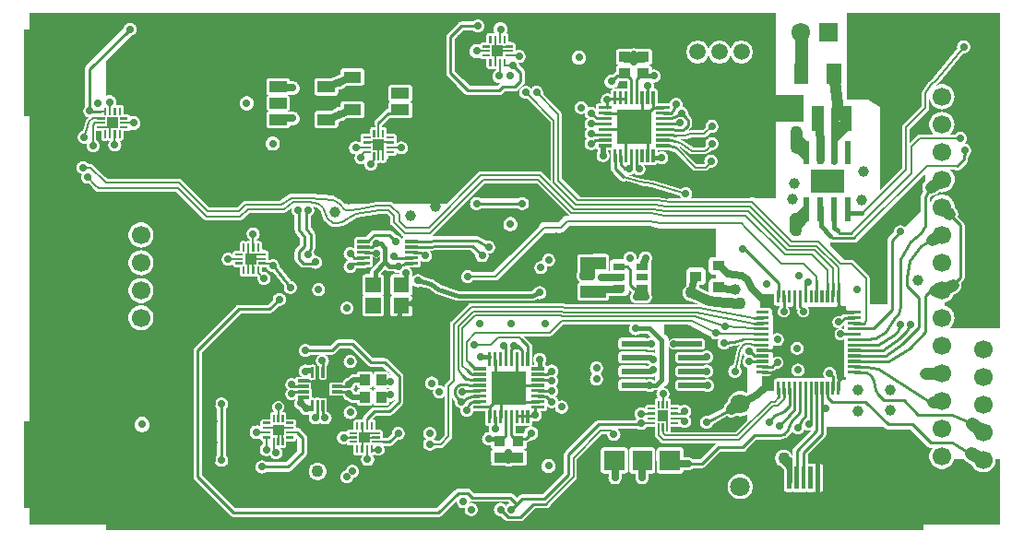
<source format=gtl>
G04 start of page 2 for group 0 idx 0 *
G04 Title: v2_0, top *
G04 Creator: pcb 4.2.0 *
G04 CreationDate: Tue Sep 24 08:28:18 2019 UTC *
G04 For: user *
G04 Format: Gerber/RS-274X *
G04 PCB-Dimensions (mm): 140.00 90.00 *
G04 PCB-Coordinate-Origin: lower left *
%MOMM*%
%FSLAX43Y43*%
%LNGTL*%
%ADD34C,0.965*%
%ADD33C,3.000*%
%ADD32C,0.300*%
%ADD31C,5.500*%
%ADD30C,2.400*%
%ADD29C,2.000*%
%ADD28C,1.800*%
%ADD27C,1.400*%
%ADD26C,1.724*%
%ADD25C,1.500*%
%ADD24C,1.700*%
%ADD23C,1.000*%
%ADD22C,0.800*%
%ADD21C,0.600*%
%ADD20C,1.200*%
%ADD19C,1.100*%
%ADD18C,0.700*%
%ADD17C,0.250*%
%ADD16C,0.500*%
%ADD15C,0.900*%
%ADD14C,0.200*%
%ADD13C,0.280*%
%ADD12C,0.400*%
%ADD11C,0.002*%
G54D11*G36*
X98000Y71000D02*X109000D01*
Y51500D01*
X105791D01*
Y51500D01*
X105786Y51561D01*
X105786Y51561D01*
X105775Y51609D01*
X105772Y51621D01*
X105749Y51678D01*
X105729Y51710D01*
X105716Y51730D01*
X105677Y51777D01*
X105665Y51787D01*
X105170Y52281D01*
X105180Y52311D01*
X105200Y52436D01*
X105200Y52562D01*
X105181Y52686D01*
X105142Y52806D01*
X105085Y52918D01*
X105011Y53020D01*
X104921Y53107D01*
X104875Y53147D01*
X104875Y53150D01*
X104864Y53334D01*
X104821Y53514D01*
X104750Y53685D01*
X104654Y53843D01*
X104533Y53983D01*
X104393Y54104D01*
X104235Y54200D01*
X104064Y54271D01*
X103884Y54314D01*
X103700Y54329D01*
X103516Y54314D01*
X103336Y54271D01*
X103165Y54200D01*
X103007Y54104D01*
X102867Y53983D01*
X102746Y53843D01*
X102650Y53685D01*
X102640Y53661D01*
Y53996D01*
X102742Y54201D01*
X102812Y54205D01*
X102935Y54233D01*
X103052Y54279D01*
X103159Y54345D01*
X103453Y54551D01*
X103516Y54536D01*
X103700Y54521D01*
X103884Y54536D01*
X104064Y54579D01*
X104235Y54650D01*
X104393Y54746D01*
X104533Y54867D01*
X104654Y55007D01*
X104750Y55165D01*
X104821Y55336D01*
X104864Y55516D01*
X104875Y55700D01*
X104864Y55884D01*
X104821Y56064D01*
X104750Y56235D01*
X104654Y56393D01*
X104533Y56533D01*
X104455Y56600D01*
X104851D01*
X104870Y56584D01*
X104922Y56551D01*
X104979Y56528D01*
X105039Y56514D01*
X105100Y56509D01*
X105161Y56514D01*
X105221Y56528D01*
X105278Y56551D01*
X105330Y56584D01*
X105376Y56624D01*
X105971Y57220D01*
X105989Y57237D01*
X106006Y57259D01*
X106016Y57270D01*
X106021Y57278D01*
X106027Y57285D01*
X106037Y57304D01*
X106049Y57322D01*
X106052Y57331D01*
X106056Y57339D01*
X106064Y57359D01*
X106072Y57379D01*
X106074Y57388D01*
X106077Y57397D01*
X106080Y57412D01*
X106086Y57439D01*
X106088Y57463D01*
X106137Y57903D01*
X106154Y57913D01*
X106226Y57974D01*
X106287Y58046D01*
X106336Y58127D01*
X106372Y58214D01*
X106394Y58306D01*
X106400Y58400D01*
X106394Y58494D01*
X106372Y58586D01*
X106336Y58673D01*
X106287Y58754D01*
X106226Y58826D01*
X106154Y58887D01*
X106073Y58936D01*
X105986Y58972D01*
X105894Y58994D01*
X105800Y59002D01*
X105726Y58996D01*
X105754Y59013D01*
X105826Y59074D01*
X105887Y59146D01*
X105936Y59227D01*
X105972Y59314D01*
X105994Y59406D01*
X106000Y59500D01*
X105994Y59594D01*
X105972Y59686D01*
X105936Y59773D01*
X105887Y59854D01*
X105826Y59926D01*
X105754Y59987D01*
X105673Y60036D01*
X105586Y60072D01*
X105494Y60094D01*
X105400Y60102D01*
X105306Y60094D01*
X105214Y60072D01*
X105127Y60036D01*
X105046Y59987D01*
X104974Y59926D01*
X104913Y59854D01*
X104911Y59850D01*
X104417D01*
X104516Y59934D01*
X104633Y60072D01*
X104728Y60226D01*
X104797Y60394D01*
X104839Y60570D01*
X104850Y60750D01*
X104839Y60930D01*
X104797Y61106D01*
X104728Y61274D01*
X104633Y61428D01*
X104516Y61566D01*
X104378Y61683D01*
X104224Y61778D01*
X104056Y61847D01*
X103880Y61889D01*
X103700Y61904D01*
X103520Y61889D01*
X103344Y61847D01*
X103176Y61778D01*
X103022Y61683D01*
X102884Y61566D01*
X102767Y61428D01*
X102672Y61274D01*
X102603Y61106D01*
X102561Y60930D01*
X102546Y60750D01*
X102561Y60570D01*
X102603Y60394D01*
X102672Y60226D01*
X102767Y60072D01*
X102884Y59934D01*
X102983Y59850D01*
X101714D01*
X101700Y59851D01*
X101645Y59847D01*
X101592Y59834D01*
X101541Y59813D01*
X101494Y59784D01*
X101494Y59784D01*
X101452Y59748D01*
X101443Y59738D01*
X100750Y59045D01*
Y60355D01*
X102438Y62043D01*
X102448Y62052D01*
X102484Y62094D01*
X102484Y62094D01*
X102513Y62141D01*
X102534Y62192D01*
X102547Y62245D01*
X102551Y62300D01*
X102550Y62314D01*
Y63255D01*
X102561Y63120D01*
X102603Y62944D01*
X102672Y62776D01*
X102767Y62622D01*
X102884Y62484D01*
X103022Y62367D01*
X103176Y62272D01*
X103344Y62203D01*
X103520Y62161D01*
X103700Y62146D01*
X103880Y62161D01*
X104056Y62203D01*
X104224Y62272D01*
X104378Y62367D01*
X104516Y62484D01*
X104633Y62622D01*
X104728Y62776D01*
X104797Y62944D01*
X104839Y63120D01*
X104850Y63300D01*
X104839Y63480D01*
X104797Y63656D01*
X104728Y63824D01*
X104633Y63978D01*
X104516Y64116D01*
X104378Y64233D01*
X104224Y64328D01*
X104056Y64397D01*
X103880Y64439D01*
X103700Y64454D01*
X103520Y64439D01*
X103344Y64397D01*
X103176Y64328D01*
X103150Y64311D01*
X103416Y64525D01*
X103435Y64540D01*
X103447Y64552D01*
X103460Y64564D01*
X103474Y64583D01*
X105666Y67301D01*
X105700Y67298D01*
X105794Y67306D01*
X105886Y67328D01*
X105973Y67364D01*
X106054Y67413D01*
X106126Y67474D01*
X106187Y67546D01*
X106236Y67627D01*
X106272Y67714D01*
X106294Y67806D01*
X106300Y67900D01*
X106294Y67994D01*
X106272Y68086D01*
X106236Y68173D01*
X106187Y68254D01*
X106126Y68326D01*
X106054Y68387D01*
X105973Y68436D01*
X105886Y68472D01*
X105794Y68494D01*
X105700Y68502D01*
X105606Y68494D01*
X105514Y68472D01*
X105427Y68436D01*
X105346Y68387D01*
X105274Y68326D01*
X105213Y68254D01*
X105164Y68173D01*
X105128Y68086D01*
X105106Y67994D01*
X105098Y67900D01*
X105106Y67806D01*
X105121Y67740D01*
X102952Y65049D01*
X102489Y64679D01*
X102474Y64669D01*
X102450Y64645D01*
X102440Y64636D01*
X102438Y64633D01*
X102435Y64630D01*
X102428Y64620D01*
X102407Y64593D01*
X102398Y64577D01*
X101917Y63808D01*
X101916Y63806D01*
X101887Y63759D01*
X101882Y63746D01*
X101877Y63737D01*
X101872Y63723D01*
X101866Y63708D01*
X101863Y63697D01*
X101859Y63685D01*
X101857Y63670D01*
X101853Y63655D01*
X101853Y63645D01*
X101850Y63631D01*
X101850Y63576D01*
X101850Y63574D01*
Y62445D01*
X100162Y60757D01*
X100152Y60748D01*
X100116Y60706D01*
X100087Y60659D01*
X100066Y60608D01*
X100053Y60555D01*
X100049Y60500D01*
X100050Y60486D01*
Y56745D01*
X98000Y54695D01*
Y71000D01*
G37*
G36*
X82500D02*X88500D01*
Y54000D01*
X86601D01*
X86595Y54006D01*
X86528Y54047D01*
X86455Y54077D01*
X86378Y54095D01*
X86300Y54102D01*
X86222Y54095D01*
X86145Y54077D01*
X86072Y54047D01*
X86005Y54006D01*
X85998Y54000D01*
X82500D01*
Y56798D01*
X82594Y56806D01*
X82686Y56828D01*
X82773Y56864D01*
X82854Y56913D01*
X82926Y56974D01*
X82987Y57046D01*
X83036Y57127D01*
X83072Y57214D01*
X83094Y57306D01*
X83100Y57400D01*
X83094Y57494D01*
X83072Y57586D01*
X83036Y57673D01*
X82987Y57754D01*
X82926Y57826D01*
X82854Y57887D01*
X82773Y57936D01*
X82686Y57972D01*
X82594Y57994D01*
X82500Y58002D01*
Y58407D01*
X82506Y58406D01*
X82600Y58398D01*
X82694Y58406D01*
X82786Y58428D01*
X82873Y58464D01*
X82954Y58513D01*
X83026Y58574D01*
X83087Y58646D01*
X83136Y58727D01*
X83172Y58814D01*
X83194Y58906D01*
X83200Y59000D01*
X83194Y59094D01*
X83172Y59186D01*
X83136Y59273D01*
X83087Y59354D01*
X83026Y59426D01*
X82954Y59487D01*
X82873Y59536D01*
X82786Y59572D01*
X82694Y59594D01*
X82600Y59602D01*
X82506Y59594D01*
X82500Y59593D01*
Y60007D01*
X82506Y60006D01*
X82600Y59998D01*
X82694Y60006D01*
X82786Y60028D01*
X82873Y60064D01*
X82954Y60113D01*
X83026Y60174D01*
X83087Y60246D01*
X83136Y60327D01*
X83172Y60414D01*
X83194Y60506D01*
X83200Y60600D01*
X83194Y60694D01*
X83172Y60786D01*
X83136Y60873D01*
X83087Y60954D01*
X83026Y61026D01*
X82954Y61087D01*
X82873Y61136D01*
X82786Y61172D01*
X82694Y61194D01*
X82600Y61202D01*
X82506Y61194D01*
X82500Y61193D01*
Y66720D01*
X82555Y66655D01*
X82681Y66548D01*
X82822Y66462D01*
X82975Y66398D01*
X83135Y66360D01*
X83300Y66347D01*
X83465Y66360D01*
X83625Y66398D01*
X83778Y66462D01*
X83919Y66548D01*
X84045Y66655D01*
X84152Y66781D01*
X84238Y66922D01*
X84300Y67070D01*
X84362Y66922D01*
X84448Y66781D01*
X84555Y66655D01*
X84681Y66548D01*
X84822Y66462D01*
X84975Y66398D01*
X85135Y66360D01*
X85300Y66347D01*
X85465Y66360D01*
X85625Y66398D01*
X85778Y66462D01*
X85919Y66548D01*
X86045Y66655D01*
X86152Y66781D01*
X86238Y66922D01*
X86302Y67075D01*
X86340Y67235D01*
X86350Y67400D01*
X86340Y67565D01*
X86302Y67725D01*
X86238Y67878D01*
X86152Y68019D01*
X86045Y68145D01*
X85919Y68252D01*
X85778Y68338D01*
X85625Y68402D01*
X85465Y68440D01*
X85300Y68453D01*
X85135Y68440D01*
X84975Y68402D01*
X84822Y68338D01*
X84681Y68252D01*
X84555Y68145D01*
X84448Y68019D01*
X84362Y67878D01*
X84300Y67730D01*
X84238Y67878D01*
X84152Y68019D01*
X84045Y68145D01*
X83919Y68252D01*
X83778Y68338D01*
X83625Y68402D01*
X83465Y68440D01*
X83300Y68453D01*
X83135Y68440D01*
X82975Y68402D01*
X82822Y68338D01*
X82681Y68252D01*
X82555Y68145D01*
X82500Y68080D01*
Y71000D01*
G37*
G36*
X95000D02*X98500D01*
Y63000D01*
X95000D01*
Y71000D01*
G37*
G36*
X88000Y63500D02*X91000D01*
Y61000D01*
X88000D01*
Y63500D01*
G37*
G36*
X49549Y40099D02*X51013Y38635D01*
X51023Y38623D01*
X51070Y38584D01*
X51122Y38551D01*
X51179Y38528D01*
X51239Y38514D01*
X51239Y38514D01*
X51300Y38509D01*
X51315Y38510D01*
X52438D01*
X53273Y37676D01*
X53194Y37694D01*
X53100Y37702D01*
X53006Y37694D01*
X52998Y37692D01*
X52997Y37847D01*
X52986Y37893D01*
X52968Y37937D01*
X52943Y37977D01*
X52913Y38013D01*
X52877Y38043D01*
X52837Y38068D01*
X52793Y38086D01*
X52747Y38097D01*
X52700Y38100D01*
X51753Y38097D01*
X51707Y38086D01*
X51663Y38068D01*
X51623Y38043D01*
X51587Y38013D01*
X51557Y37977D01*
X51532Y37937D01*
X51514Y37893D01*
X51503Y37847D01*
X51500Y37800D01*
X51503Y36753D01*
X51514Y36707D01*
X51532Y36663D01*
X51557Y36623D01*
X51587Y36587D01*
X51623Y36557D01*
X51663Y36532D01*
X51707Y36514D01*
X51753Y36503D01*
X51800Y36500D01*
X52747Y36503D01*
X52793Y36514D01*
X52837Y36532D01*
X52864Y36548D01*
X52914Y36528D01*
X53006Y36506D01*
X53076Y36500D01*
X53006Y36494D01*
X52914Y36472D01*
X52864Y36452D01*
X52837Y36468D01*
X52793Y36486D01*
X52747Y36497D01*
X52700Y36500D01*
X51753Y36497D01*
X51707Y36486D01*
X51663Y36468D01*
X51623Y36443D01*
X51587Y36413D01*
X51557Y36377D01*
X51532Y36337D01*
X51514Y36293D01*
X51503Y36247D01*
X51500Y36200D01*
X51503Y35153D01*
X51514Y35107D01*
X51532Y35063D01*
X51557Y35023D01*
X51587Y34987D01*
X51623Y34957D01*
X51663Y34932D01*
X51707Y34914D01*
X51753Y34903D01*
X51800Y34900D01*
X52747Y34903D01*
X52793Y34914D01*
X52837Y34932D01*
X52877Y34957D01*
X52913Y34987D01*
X52943Y35023D01*
X52968Y35063D01*
X52986Y35107D01*
X52997Y35153D01*
X53000Y35200D01*
X53000Y35307D01*
X53006Y35306D01*
X53100Y35298D01*
X53194Y35306D01*
X53286Y35328D01*
X53373Y35364D01*
X53454Y35413D01*
X53507Y35459D01*
X52838Y34790D01*
X51615D01*
X51600Y34791D01*
X51539Y34786D01*
X51479Y34772D01*
X51422Y34749D01*
X51370Y34716D01*
X51370Y34716D01*
X51323Y34677D01*
X51313Y34665D01*
X50685Y34037D01*
X50673Y34027D01*
X50634Y33980D01*
X50601Y33928D01*
X50578Y33871D01*
X50564Y33811D01*
X50564Y33811D01*
X50559Y33750D01*
X50560Y33735D01*
Y33650D01*
X50560Y33650D01*
X50361Y33648D01*
X50323Y33638D01*
X50286Y33623D01*
X50275Y33617D01*
X50264Y33623D01*
X50227Y33638D01*
X50189Y33648D01*
X50150Y33650D01*
X49911Y33648D01*
X49873Y33638D01*
X49836Y33623D01*
X49803Y33603D01*
X49773Y33577D01*
X49747Y33547D01*
X49727Y33514D01*
X49712Y33477D01*
X49702Y33439D01*
X49700Y33400D01*
X49702Y32749D01*
X49549Y32749D01*
Y33719D01*
X49586Y33728D01*
X49673Y33764D01*
X49754Y33813D01*
X49826Y33874D01*
X49887Y33946D01*
X49936Y34027D01*
X49972Y34114D01*
X49994Y34206D01*
X50000Y34300D01*
X49994Y34394D01*
X49972Y34486D01*
X49936Y34573D01*
X49887Y34654D01*
X49826Y34726D01*
X49754Y34787D01*
X49673Y34836D01*
X49586Y34872D01*
X49549Y34881D01*
Y35202D01*
X49600Y35198D01*
X49620Y35200D01*
X50003D01*
X50003Y35153D01*
X50014Y35107D01*
X50032Y35063D01*
X50057Y35023D01*
X50087Y34987D01*
X50123Y34957D01*
X50163Y34932D01*
X50207Y34914D01*
X50253Y34903D01*
X50300Y34900D01*
X51247Y34903D01*
X51293Y34914D01*
X51337Y34932D01*
X51377Y34957D01*
X51413Y34987D01*
X51443Y35023D01*
X51468Y35063D01*
X51486Y35107D01*
X51497Y35153D01*
X51500Y35200D01*
X51497Y36247D01*
X51486Y36293D01*
X51468Y36337D01*
X51443Y36377D01*
X51413Y36413D01*
X51377Y36443D01*
X51337Y36468D01*
X51293Y36486D01*
X51247Y36497D01*
X51200Y36500D01*
X50253Y36497D01*
X50207Y36486D01*
X50163Y36468D01*
X50123Y36443D01*
X50087Y36413D01*
X50057Y36377D01*
X50032Y36337D01*
X50014Y36293D01*
X50003Y36247D01*
X50000Y36200D01*
X49867D01*
X49836Y36273D01*
X49787Y36354D01*
X49726Y36426D01*
X49697Y36450D01*
X49726Y36474D01*
X49787Y36546D01*
X49836Y36627D01*
X49872Y36714D01*
X49889Y36781D01*
X49907Y36800D01*
X50003D01*
X50003Y36753D01*
X50014Y36707D01*
X50032Y36663D01*
X50057Y36623D01*
X50087Y36587D01*
X50123Y36557D01*
X50163Y36532D01*
X50207Y36514D01*
X50253Y36503D01*
X50300Y36500D01*
X51247Y36503D01*
X51293Y36514D01*
X51337Y36532D01*
X51377Y36557D01*
X51413Y36587D01*
X51443Y36623D01*
X51468Y36663D01*
X51486Y36707D01*
X51497Y36753D01*
X51500Y36800D01*
X51497Y37847D01*
X51486Y37893D01*
X51468Y37937D01*
X51443Y37977D01*
X51413Y38013D01*
X51377Y38043D01*
X51337Y38068D01*
X51293Y38086D01*
X51247Y38097D01*
X51200Y38100D01*
X50253Y38097D01*
X50207Y38086D01*
X50163Y38068D01*
X50123Y38043D01*
X50087Y38013D01*
X50057Y37977D01*
X50032Y37937D01*
X50014Y37893D01*
X50003Y37847D01*
X50000Y37800D01*
X49720D01*
X49700Y37802D01*
X49622Y37795D01*
X49549Y37778D01*
Y38419D01*
X49586Y38428D01*
X49673Y38464D01*
X49754Y38513D01*
X49826Y38574D01*
X49887Y38646D01*
X49936Y38727D01*
X49972Y38814D01*
X49994Y38906D01*
X50000Y39000D01*
X49994Y39094D01*
X49972Y39186D01*
X49936Y39273D01*
X49887Y39354D01*
X49826Y39426D01*
X49754Y39487D01*
X49673Y39536D01*
X49586Y39572D01*
X49549Y39581D01*
Y40099D01*
G37*
G36*
Y42300D02*X55800D01*
Y26700D01*
X49549D01*
Y28002D01*
X49587Y28046D01*
X49636Y28127D01*
X49672Y28214D01*
X49694Y28306D01*
X49786Y28328D01*
X49873Y28364D01*
X49954Y28413D01*
X50026Y28474D01*
X50087Y28546D01*
X50136Y28627D01*
X50172Y28714D01*
X50194Y28806D01*
X50200Y28900D01*
X50194Y28994D01*
X50172Y29086D01*
X50136Y29173D01*
X50087Y29254D01*
X50026Y29326D01*
X49954Y29387D01*
X49873Y29436D01*
X49786Y29472D01*
X49694Y29494D01*
X49600Y29502D01*
X49549Y29498D01*
Y31251D01*
X49700Y31251D01*
X49702Y30561D01*
X49712Y30523D01*
X49727Y30486D01*
X49747Y30453D01*
X49773Y30423D01*
X49803Y30397D01*
X49836Y30377D01*
X49873Y30362D01*
X49911Y30352D01*
X49950Y30350D01*
X50189Y30352D01*
X50227Y30362D01*
X50264Y30377D01*
X50275Y30383D01*
X50286Y30377D01*
X50323Y30362D01*
X50361Y30352D01*
X50400Y30350D01*
X50511Y30351D01*
X50464Y30273D01*
X50428Y30186D01*
X50406Y30094D01*
X50398Y30000D01*
X50406Y29906D01*
X50428Y29814D01*
X50464Y29727D01*
X50513Y29646D01*
X50574Y29574D01*
X50646Y29513D01*
X50727Y29464D01*
X50814Y29428D01*
X50906Y29406D01*
X51000Y29398D01*
X51094Y29406D01*
X51186Y29428D01*
X51273Y29464D01*
X51354Y29513D01*
X51426Y29574D01*
X51487Y29646D01*
X51536Y29727D01*
X51572Y29814D01*
X51594Y29906D01*
X51600Y30000D01*
X51594Y30094D01*
X51572Y30186D01*
X51536Y30273D01*
X51488Y30352D01*
X51539Y30352D01*
X51577Y30362D01*
X51614Y30377D01*
X51647Y30397D01*
X51677Y30423D01*
X51694Y30442D01*
X51750Y30408D01*
X51830Y30375D01*
X51914Y30355D01*
X52000Y30348D01*
X52086Y30355D01*
X52170Y30375D01*
X52250Y30408D01*
X52324Y30454D01*
X52390Y30510D01*
X52446Y30576D01*
X52492Y30650D01*
X52525Y30730D01*
X52545Y30814D01*
X52550Y30900D01*
X52545Y30986D01*
X52525Y31070D01*
X52492Y31150D01*
X52455Y31210D01*
X52985D01*
X53000Y31209D01*
X53061Y31214D01*
X53061Y31214D01*
X53121Y31228D01*
X53178Y31251D01*
X53230Y31284D01*
X53277Y31323D01*
X53287Y31335D01*
X53753Y31802D01*
X53800Y31798D01*
X53894Y31806D01*
X53986Y31828D01*
X54073Y31864D01*
X54154Y31913D01*
X54226Y31974D01*
X54287Y32046D01*
X54336Y32127D01*
X54372Y32214D01*
X54394Y32306D01*
X54400Y32400D01*
X54394Y32494D01*
X54372Y32586D01*
X54336Y32673D01*
X54287Y32754D01*
X54226Y32826D01*
X54154Y32887D01*
X54073Y32936D01*
X53986Y32972D01*
X53894Y32994D01*
X53800Y33002D01*
X53706Y32994D01*
X53614Y32972D01*
X53527Y32936D01*
X53446Y32887D01*
X53374Y32826D01*
X53313Y32754D01*
X53264Y32673D01*
X53228Y32586D01*
X53206Y32494D01*
X53198Y32400D01*
X53202Y32353D01*
X52838Y31990D01*
X52400D01*
X52369Y31988D01*
X52368Y32139D01*
X52358Y32177D01*
X52349Y32200D01*
X52358Y32223D01*
X52368Y32261D01*
X52370Y32300D01*
X52368Y32539D01*
X52358Y32577D01*
X52343Y32614D01*
X52323Y32647D01*
X52297Y32677D01*
X52267Y32703D01*
X52234Y32723D01*
X52197Y32738D01*
X52159Y32748D01*
X52120Y32750D01*
X51816Y32749D01*
X51800Y32750D01*
X51750D01*
X51748Y33439D01*
X51738Y33477D01*
X51723Y33514D01*
X51703Y33547D01*
X51677Y33577D01*
X51647Y33603D01*
X51614Y33623D01*
X51577Y33638D01*
X51539Y33648D01*
X51500Y33650D01*
X51401Y33649D01*
X51762Y34010D01*
X52985D01*
X53000Y34009D01*
X53061Y34014D01*
X53061Y34014D01*
X53121Y34028D01*
X53178Y34051D01*
X53230Y34084D01*
X53277Y34123D01*
X53287Y34135D01*
X54165Y35013D01*
X54177Y35023D01*
X54216Y35070D01*
X54216Y35070D01*
X54249Y35122D01*
X54272Y35179D01*
X54286Y35239D01*
X54291Y35300D01*
X54290Y35315D01*
Y37585D01*
X54291Y37600D01*
X54286Y37661D01*
X54286Y37661D01*
X54275Y37709D01*
X54272Y37721D01*
X54249Y37778D01*
X54229Y37810D01*
X54216Y37830D01*
X54177Y37877D01*
X54165Y37887D01*
X52887Y39165D01*
X52877Y39177D01*
X52830Y39216D01*
X52810Y39229D01*
X52778Y39249D01*
X52721Y39272D01*
X52709Y39275D01*
X52661Y39286D01*
X52661Y39286D01*
X52600Y39291D01*
X52585Y39290D01*
X51462D01*
X49887Y40865D01*
X49877Y40877D01*
X49830Y40916D01*
X49810Y40929D01*
X49778Y40949D01*
X49721Y40972D01*
X49709Y40975D01*
X49661Y40986D01*
X49661Y40986D01*
X49600Y40991D01*
X49585Y40990D01*
X49549D01*
Y42300D01*
G37*
G36*
X46399Y38654D02*X46424Y38624D01*
X46496Y38563D01*
X46559Y38525D01*
X46558Y38522D01*
X46556Y38490D01*
X46558Y37468D01*
X46565Y37437D01*
X46578Y37407D01*
X46594Y37380D01*
X46615Y37355D01*
X46640Y37335D01*
X46667Y37318D01*
X46697Y37305D01*
X46728Y37298D01*
X46760Y37296D01*
X47072Y37298D01*
X47103Y37305D01*
X47133Y37318D01*
X47160Y37334D01*
X47185Y37355D01*
X47205Y37380D01*
X47222Y37407D01*
X47234Y37437D01*
X47242Y37468D01*
X47244Y37500D01*
X47242Y38522D01*
X47240Y38531D01*
Y38594D01*
X47276Y38624D01*
X47337Y38696D01*
X47386Y38777D01*
X47422Y38864D01*
X47444Y38956D01*
X47450Y39050D01*
X47444Y39144D01*
X47422Y39236D01*
X47386Y39323D01*
X47337Y39404D01*
X47276Y39476D01*
X47204Y39537D01*
X47123Y39586D01*
X47066Y39610D01*
X47685D01*
X47700Y39609D01*
X47761Y39614D01*
X47761Y39614D01*
X47821Y39628D01*
X47878Y39651D01*
X47930Y39684D01*
X47977Y39723D01*
X47987Y39735D01*
X48462Y40210D01*
X49438D01*
X49549Y40099D01*
Y39581D01*
X49494Y39594D01*
X49400Y39602D01*
X49306Y39594D01*
X49214Y39572D01*
X49127Y39536D01*
X49046Y39487D01*
X48974Y39426D01*
X48913Y39354D01*
X48864Y39273D01*
X48828Y39186D01*
X48806Y39094D01*
X48798Y39000D01*
X48806Y38906D01*
X48828Y38814D01*
X48864Y38727D01*
X48913Y38646D01*
X48974Y38574D01*
X49046Y38513D01*
X49127Y38464D01*
X49214Y38428D01*
X49306Y38406D01*
X49400Y38398D01*
X49494Y38406D01*
X49549Y38419D01*
Y37778D01*
X49545Y37777D01*
X49472Y37747D01*
X49405Y37706D01*
X49405Y37706D01*
X49345Y37655D01*
X49333Y37640D01*
X49181Y37489D01*
X49114Y37472D01*
X49027Y37436D01*
X48946Y37387D01*
X48874Y37326D01*
X48813Y37254D01*
X48764Y37173D01*
X48728Y37086D01*
X48723Y37067D01*
X48690Y37069D01*
X47664Y37067D01*
X47629Y37058D01*
X47596Y37045D01*
X47565Y37026D01*
X47538Y37002D01*
X47514Y36975D01*
X47495Y36944D01*
X47482Y36911D01*
X47473Y36876D01*
X47471Y36840D01*
X47473Y36524D01*
X47482Y36489D01*
X47495Y36456D01*
X47499Y36450D01*
X47495Y36444D01*
X47482Y36411D01*
X47473Y36376D01*
X47471Y36340D01*
X47473Y36024D01*
X47482Y35989D01*
X47495Y35956D01*
X47514Y35925D01*
X47538Y35898D01*
X47565Y35874D01*
X47596Y35855D01*
X47629Y35842D01*
X47664Y35833D01*
X47700Y35831D01*
X48723Y35833D01*
X48728Y35814D01*
X48764Y35727D01*
X48813Y35646D01*
X48874Y35574D01*
X48946Y35513D01*
X49027Y35464D01*
X49114Y35428D01*
X49181Y35411D01*
X49233Y35360D01*
X49245Y35345D01*
X49305Y35294D01*
X49305Y35294D01*
X49372Y35253D01*
X49424Y35232D01*
X49445Y35223D01*
X49460Y35219D01*
X49522Y35205D01*
X49549Y35202D01*
Y34881D01*
X49494Y34894D01*
X49400Y34902D01*
X49306Y34894D01*
X49214Y34872D01*
X49127Y34836D01*
X49046Y34787D01*
X48974Y34726D01*
X48913Y34654D01*
X48864Y34573D01*
X48828Y34486D01*
X48806Y34394D01*
X48798Y34300D01*
X48806Y34206D01*
X48828Y34114D01*
X48864Y34027D01*
X48913Y33946D01*
X48974Y33874D01*
X49046Y33813D01*
X49127Y33764D01*
X49214Y33728D01*
X49306Y33706D01*
X49400Y33698D01*
X49494Y33706D01*
X49549Y33719D01*
Y32749D01*
X49281Y32748D01*
X49243Y32738D01*
X49206Y32723D01*
X49173Y32703D01*
X49143Y32677D01*
X49117Y32647D01*
X49097Y32614D01*
X49082Y32577D01*
X49072Y32539D01*
X49072Y32537D01*
X48986Y32572D01*
X48894Y32594D01*
X48800Y32602D01*
X48706Y32594D01*
X48614Y32572D01*
X48527Y32536D01*
X48446Y32487D01*
X48374Y32426D01*
X48313Y32354D01*
X48264Y32273D01*
X48228Y32186D01*
X48206Y32094D01*
X48198Y32000D01*
X48206Y31906D01*
X48228Y31814D01*
X48264Y31727D01*
X48313Y31646D01*
X48374Y31574D01*
X48446Y31513D01*
X48527Y31464D01*
X48614Y31428D01*
X48706Y31406D01*
X48800Y31398D01*
X48894Y31406D01*
X48986Y31428D01*
X49072Y31463D01*
X49072Y31461D01*
X49082Y31423D01*
X49097Y31386D01*
X49117Y31353D01*
X49143Y31323D01*
X49173Y31297D01*
X49206Y31277D01*
X49243Y31262D01*
X49281Y31252D01*
X49320Y31250D01*
X49549Y31251D01*
Y29498D01*
X49506Y29494D01*
X49414Y29472D01*
X49327Y29436D01*
X49246Y29387D01*
X49174Y29326D01*
X49113Y29254D01*
X49064Y29173D01*
X49028Y29086D01*
X49006Y28994D01*
X48914Y28972D01*
X48827Y28936D01*
X48746Y28887D01*
X48674Y28826D01*
X48613Y28754D01*
X48564Y28673D01*
X48528Y28586D01*
X48506Y28494D01*
X48498Y28400D01*
X48506Y28306D01*
X48528Y28214D01*
X48564Y28127D01*
X48613Y28046D01*
X48674Y27974D01*
X48746Y27913D01*
X48827Y27864D01*
X48914Y27828D01*
X49006Y27806D01*
X49100Y27798D01*
X49194Y27806D01*
X49286Y27828D01*
X49373Y27864D01*
X49454Y27913D01*
X49526Y27974D01*
X49549Y28002D01*
Y26700D01*
X46399D01*
Y28098D01*
X46400Y28098D01*
X46526Y28107D01*
X46648Y28137D01*
X46764Y28185D01*
X46872Y28251D01*
X46967Y28333D01*
X47049Y28428D01*
X47115Y28536D01*
X47163Y28652D01*
X47193Y28774D01*
X47200Y28900D01*
X47193Y29026D01*
X47163Y29148D01*
X47115Y29264D01*
X47049Y29372D01*
X46967Y29467D01*
X46872Y29549D01*
X46764Y29615D01*
X46648Y29663D01*
X46526Y29693D01*
X46400Y29702D01*
X46399Y29702D01*
Y33233D01*
X46473Y33264D01*
X46554Y33313D01*
X46626Y33374D01*
X46650Y33403D01*
X46674Y33374D01*
X46746Y33313D01*
X46827Y33264D01*
X46914Y33228D01*
X47006Y33206D01*
X47100Y33198D01*
X47194Y33206D01*
X47286Y33228D01*
X47373Y33264D01*
X47454Y33313D01*
X47526Y33374D01*
X47587Y33446D01*
X47636Y33527D01*
X47672Y33614D01*
X47694Y33706D01*
X47700Y33800D01*
X47694Y33894D01*
X47672Y33986D01*
X47636Y34073D01*
X47587Y34154D01*
X47526Y34226D01*
X47454Y34287D01*
X47373Y34336D01*
X47286Y34372D01*
X47267Y34377D01*
X47269Y34410D01*
X47267Y35436D01*
X47258Y35471D01*
X47245Y35504D01*
X47226Y35535D01*
X47202Y35562D01*
X47175Y35586D01*
X47144Y35605D01*
X47111Y35618D01*
X47076Y35627D01*
X47040Y35629D01*
X46724Y35627D01*
X46689Y35618D01*
X46677Y35614D01*
X46656Y35627D01*
X46619Y35642D01*
X46580Y35652D01*
X46540Y35654D01*
X46399Y35653D01*
Y38654D01*
G37*
G36*
Y39610D02*X46634D01*
X46577Y39586D01*
X46496Y39537D01*
X46424Y39476D01*
X46399Y39446D01*
Y39610D01*
G37*
G36*
Y26700D02*X45574D01*
Y34093D01*
X45623Y34114D01*
X45682Y34150D01*
X45711D01*
X45664Y34073D01*
X45628Y33986D01*
X45606Y33894D01*
X45598Y33800D01*
X45606Y33706D01*
X45628Y33614D01*
X45664Y33527D01*
X45713Y33446D01*
X45774Y33374D01*
X45846Y33313D01*
X45927Y33264D01*
X46014Y33228D01*
X46106Y33206D01*
X46200Y33198D01*
X46294Y33206D01*
X46386Y33228D01*
X46399Y33233D01*
Y29702D01*
X46274Y29693D01*
X46152Y29663D01*
X46036Y29615D01*
X45928Y29549D01*
X45833Y29467D01*
X45751Y29372D01*
X45685Y29264D01*
X45637Y29148D01*
X45607Y29026D01*
X45598Y28900D01*
X45607Y28774D01*
X45637Y28652D01*
X45685Y28536D01*
X45751Y28428D01*
X45833Y28333D01*
X45928Y28251D01*
X46036Y28185D01*
X46152Y28137D01*
X46274Y28107D01*
X46399Y28098D01*
Y26700D01*
G37*
G36*
X45574Y39464D02*X45654Y39513D01*
X45726Y39574D01*
X45756Y39610D01*
X46399D01*
Y39446D01*
X46363Y39404D01*
X46314Y39323D01*
X46278Y39236D01*
X46256Y39144D01*
X46248Y39050D01*
X46256Y38956D01*
X46278Y38864D01*
X46314Y38777D01*
X46363Y38696D01*
X46399Y38654D01*
Y35653D01*
X46220Y35652D01*
X46181Y35642D01*
X46150Y35629D01*
X46119Y35642D01*
X46080Y35652D01*
X46040Y35654D01*
X45853Y35653D01*
X45852Y35880D01*
X45842Y35919D01*
X45829Y35950D01*
X45842Y35981D01*
X45852Y36020D01*
X45854Y36060D01*
X45852Y36380D01*
X45842Y36419D01*
X45827Y36456D01*
X45814Y36477D01*
X45818Y36489D01*
X45827Y36524D01*
X45829Y36560D01*
X45827Y36876D01*
X45818Y36911D01*
X45812Y36927D01*
X45823Y36946D01*
X45838Y36982D01*
X45848Y37021D01*
X45850Y37060D01*
X45848Y37297D01*
X46072Y37298D01*
X46103Y37305D01*
X46133Y37318D01*
X46161Y37335D01*
X46185Y37355D01*
X46206Y37380D01*
X46223Y37407D01*
X46235Y37437D01*
X46242Y37468D01*
X46244Y37500D01*
X46243Y38062D01*
X46245Y38072D01*
X46252Y38150D01*
X46245Y38228D01*
X46243Y38240D01*
X46242Y38522D01*
X46235Y38553D01*
X46222Y38583D01*
X46205Y38610D01*
X46185Y38635D01*
X46160Y38656D01*
X46133Y38672D01*
X46103Y38685D01*
X46072Y38692D01*
X46040Y38694D01*
X45728Y38692D01*
X45697Y38685D01*
X45667Y38672D01*
X45640Y38655D01*
X45633Y38650D01*
X45574D01*
Y39464D01*
G37*
G36*
Y42300D02*X49549D01*
Y40990D01*
X48315D01*
X48300Y40991D01*
X48239Y40986D01*
X48179Y40972D01*
X48122Y40949D01*
X48070Y40916D01*
X48070Y40916D01*
X48023Y40877D01*
X48013Y40865D01*
X47538Y40390D01*
X45756D01*
X45726Y40426D01*
X45654Y40487D01*
X45574Y40536D01*
Y42300D01*
G37*
G36*
X42795Y30031D02*X42873Y30064D01*
X42954Y30113D01*
X43026Y30174D01*
X43087Y30246D01*
X43136Y30327D01*
X43172Y30414D01*
X43194Y30506D01*
X43200Y30600D01*
X43194Y30694D01*
X43172Y30786D01*
X43136Y30873D01*
X43087Y30954D01*
X43026Y31026D01*
X42976Y31068D01*
X43000Y31078D01*
X43030Y31065D01*
X43065Y31057D01*
X43100Y31055D01*
X43335Y31057D01*
X43370Y31065D01*
X43402Y31079D01*
X43433Y31097D01*
X43460Y31120D01*
X43483Y31147D01*
X43501Y31178D01*
X43515Y31210D01*
X43523Y31245D01*
X43525Y31280D01*
X43524Y31650D01*
X44239Y31652D01*
X44277Y31662D01*
X44314Y31677D01*
X44347Y31697D01*
X44377Y31723D01*
X44403Y31753D01*
X44423Y31786D01*
X44438Y31823D01*
X44448Y31861D01*
X44450Y31900D01*
X44450Y31928D01*
X44560Y31818D01*
Y30782D01*
X43518Y29740D01*
X42795D01*
Y30031D01*
G37*
G36*
Y42300D02*X45574D01*
Y40536D01*
X45573Y40536D01*
X45486Y40572D01*
X45394Y40594D01*
X45300Y40602D01*
X45206Y40594D01*
X45114Y40572D01*
X45027Y40536D01*
X44946Y40487D01*
X44874Y40426D01*
X44813Y40354D01*
X44764Y40273D01*
X44728Y40186D01*
X44706Y40094D01*
X44698Y40000D01*
X44706Y39906D01*
X44728Y39814D01*
X44764Y39727D01*
X44813Y39646D01*
X44874Y39574D01*
X44946Y39513D01*
X45027Y39464D01*
X45114Y39428D01*
X45206Y39406D01*
X45300Y39398D01*
X45394Y39406D01*
X45486Y39428D01*
X45573Y39464D01*
X45574Y39464D01*
Y38650D01*
X45540D01*
X45486Y38672D01*
X45394Y38694D01*
X45300Y38702D01*
X45206Y38694D01*
X45114Y38672D01*
X45027Y38636D01*
X44946Y38587D01*
X44874Y38526D01*
X44813Y38454D01*
X44764Y38373D01*
X44728Y38286D01*
X44706Y38194D01*
X44698Y38100D01*
X44706Y38006D01*
X44728Y37914D01*
X44764Y37827D01*
X44813Y37746D01*
X44874Y37674D01*
X44946Y37613D01*
X44986Y37589D01*
X44571Y37588D01*
X44533Y37579D01*
X44496Y37563D01*
X44463Y37543D01*
X44433Y37517D01*
X44407Y37487D01*
X44387Y37454D01*
X44372Y37418D01*
X44362Y37379D01*
X44360Y37340D01*
X44360Y37316D01*
X44324Y37346D01*
X44250Y37392D01*
X44170Y37425D01*
X44086Y37445D01*
X44000Y37452D01*
X43914Y37445D01*
X43830Y37425D01*
X43750Y37392D01*
X43676Y37346D01*
X43610Y37290D01*
X43554Y37224D01*
X43508Y37150D01*
X43475Y37070D01*
X43455Y36986D01*
X43448Y36900D01*
X43455Y36814D01*
X43475Y36730D01*
X43508Y36650D01*
X43554Y36576D01*
X43610Y36510D01*
X43676Y36454D01*
X43682Y36450D01*
X43676Y36446D01*
X43610Y36390D01*
X43554Y36324D01*
X43508Y36250D01*
X43475Y36170D01*
X43455Y36086D01*
X43448Y36000D01*
X43455Y35914D01*
X43475Y35830D01*
X43508Y35750D01*
X43554Y35676D01*
X43610Y35610D01*
X43676Y35554D01*
X43750Y35508D01*
X43830Y35475D01*
X43914Y35455D01*
X44000Y35448D01*
X44086Y35455D01*
X44170Y35475D01*
X44250Y35508D01*
X44324Y35554D01*
X44352Y35577D01*
X44350Y35550D01*
Y35482D01*
X44314Y35423D01*
X44278Y35336D01*
X44256Y35244D01*
X44248Y35150D01*
X44256Y35056D01*
X44278Y34964D01*
X44314Y34877D01*
X44363Y34796D01*
X44424Y34724D01*
X44496Y34663D01*
X44577Y34614D01*
X44664Y34578D01*
X44731Y34561D01*
X44761Y34531D01*
X44778Y34464D01*
X44814Y34377D01*
X44863Y34296D01*
X44924Y34224D01*
X44996Y34163D01*
X45077Y34114D01*
X45164Y34078D01*
X45256Y34056D01*
X45350Y34048D01*
X45444Y34056D01*
X45536Y34078D01*
X45574Y34093D01*
Y26700D01*
X42795D01*
Y28860D01*
X43683D01*
X43700Y28859D01*
X43769Y28864D01*
X43769Y28864D01*
X43836Y28880D01*
X43900Y28907D01*
X43959Y28943D01*
X44012Y28988D01*
X44023Y29001D01*
X45299Y30277D01*
X45312Y30288D01*
X45357Y30341D01*
X45393Y30400D01*
X45420Y30464D01*
X45436Y30531D01*
X45441Y30600D01*
X45440Y30617D01*
Y31983D01*
X45441Y32000D01*
X45436Y32069D01*
X45436Y32069D01*
X45420Y32136D01*
X45393Y32200D01*
X45357Y32259D01*
X45312Y32312D01*
X45299Y32323D01*
X44861Y32761D01*
X44852Y32769D01*
X44837Y32787D01*
X44780Y32835D01*
X44716Y32875D01*
X44647Y32903D01*
X44575Y32921D01*
X44500Y32925D01*
X44424D01*
X44423Y33035D01*
X44415Y33070D01*
X44401Y33102D01*
X44387Y33125D01*
X44401Y33148D01*
X44415Y33180D01*
X44423Y33215D01*
X44425Y33250D01*
X44423Y33485D01*
X44415Y33520D01*
X44401Y33552D01*
X44383Y33583D01*
X44360Y33610D01*
X44333Y33633D01*
X44302Y33651D01*
X44270Y33665D01*
X44235Y33673D01*
X44200Y33675D01*
X43549Y33673D01*
X43548Y34119D01*
X43538Y34157D01*
X43523Y34194D01*
X43503Y34227D01*
X43477Y34257D01*
X43447Y34283D01*
X43414Y34303D01*
X43377Y34318D01*
X43339Y34328D01*
X43300Y34330D01*
X43100Y34328D01*
Y34339D01*
X43124Y34354D01*
X43190Y34410D01*
X43246Y34476D01*
X43292Y34550D01*
X43325Y34630D01*
X43345Y34714D01*
X43350Y34800D01*
X43345Y34886D01*
X43325Y34970D01*
X43292Y35050D01*
X43246Y35124D01*
X43190Y35190D01*
X43124Y35246D01*
X43050Y35292D01*
X42970Y35325D01*
X42886Y35345D01*
X42800Y35352D01*
X42795Y35351D01*
Y42300D01*
G37*
G36*
X39200D02*X42795D01*
Y35351D01*
X42714Y35345D01*
X42630Y35325D01*
X42550Y35292D01*
X42476Y35246D01*
X42410Y35190D01*
X42354Y35124D01*
X42308Y35050D01*
X42275Y34970D01*
X42255Y34886D01*
X42248Y34800D01*
X42255Y34714D01*
X42275Y34630D01*
X42308Y34550D01*
X42354Y34476D01*
X42410Y34410D01*
X42476Y34354D01*
X42500Y34339D01*
Y34330D01*
X42261Y34328D01*
X42223Y34318D01*
X42186Y34303D01*
X42153Y34283D01*
X42123Y34257D01*
X42097Y34227D01*
X42077Y34194D01*
X42062Y34157D01*
X42052Y34119D01*
X42050Y34080D01*
X42051Y33675D01*
X41365Y33673D01*
X41330Y33665D01*
X41298Y33651D01*
X41267Y33633D01*
X41240Y33610D01*
X41217Y33583D01*
X41199Y33552D01*
X41185Y33520D01*
X41177Y33485D01*
X41175Y33450D01*
X41177Y33215D01*
X41185Y33180D01*
X41198Y33149D01*
X41197Y33147D01*
X41177Y33114D01*
X41162Y33077D01*
X41154Y33046D01*
X41096Y33081D01*
X41001Y33120D01*
X40902Y33144D01*
X40800Y33152D01*
X40698Y33144D01*
X40599Y33120D01*
X40504Y33081D01*
X40417Y33027D01*
X40339Y32961D01*
X40273Y32883D01*
X40219Y32796D01*
X40180Y32701D01*
X40156Y32602D01*
X40148Y32500D01*
X40156Y32398D01*
X40180Y32299D01*
X40219Y32204D01*
X40273Y32117D01*
X40339Y32039D01*
X40417Y31973D01*
X40504Y31919D01*
X40599Y31880D01*
X40698Y31856D01*
X40800Y31848D01*
X40902Y31856D01*
X41001Y31880D01*
X41096Y31919D01*
X41151Y31953D01*
X41152Y31861D01*
X41162Y31823D01*
X41177Y31786D01*
X41197Y31753D01*
X41223Y31723D01*
X41253Y31697D01*
X41286Y31677D01*
X41323Y31662D01*
X41361Y31652D01*
X41400Y31650D01*
Y31420D01*
X41346Y31387D01*
X41274Y31326D01*
X41213Y31254D01*
X41164Y31173D01*
X41128Y31086D01*
X41106Y30994D01*
X41098Y30900D01*
X41106Y30806D01*
X41128Y30714D01*
X41164Y30627D01*
X41213Y30546D01*
X41274Y30474D01*
X41346Y30413D01*
X41427Y30364D01*
X41514Y30328D01*
X41606Y30306D01*
X41700Y30298D01*
X41794Y30306D01*
X41886Y30328D01*
X41973Y30364D01*
X42033Y30400D01*
X42064Y30327D01*
X42113Y30246D01*
X42174Y30174D01*
X42246Y30113D01*
X42327Y30064D01*
X42414Y30028D01*
X42506Y30006D01*
X42600Y29998D01*
X42694Y30006D01*
X42786Y30028D01*
X42795Y30031D01*
Y29740D01*
X41709D01*
X41654Y29787D01*
X41573Y29836D01*
X41486Y29872D01*
X41394Y29894D01*
X41300Y29902D01*
X41206Y29894D01*
X41114Y29872D01*
X41027Y29836D01*
X40946Y29787D01*
X40874Y29726D01*
X40813Y29654D01*
X40764Y29573D01*
X40728Y29486D01*
X40706Y29394D01*
X40698Y29300D01*
X40706Y29206D01*
X40728Y29114D01*
X40764Y29027D01*
X40813Y28946D01*
X40874Y28874D01*
X40946Y28813D01*
X41027Y28764D01*
X41114Y28728D01*
X41206Y28706D01*
X41300Y28698D01*
X41394Y28706D01*
X41486Y28728D01*
X41573Y28764D01*
X41654Y28813D01*
X41709Y28860D01*
X42795D01*
Y26700D01*
X39200D01*
Y42300D01*
G37*
G36*
X25455Y55320D02*X25660Y55115D01*
X25666Y55092D01*
X25687Y55041D01*
X25716Y54994D01*
X25753Y54953D01*
X26043Y54662D01*
X26052Y54652D01*
X26094Y54616D01*
X26094Y54616D01*
X26141Y54587D01*
X26192Y54566D01*
X26232Y54556D01*
X26245Y54553D01*
X26245D01*
X26300Y54549D01*
X26314Y54550D01*
X27500D01*
Y24000D01*
X20000D01*
Y71000D01*
X27500D01*
Y68493D01*
X25167Y66160D01*
X25152Y66148D01*
X25102Y66089D01*
X25062Y66023D01*
X25033Y65952D01*
X25015Y65877D01*
X25008Y65800D01*
X25010Y65781D01*
Y62349D01*
X24964Y62273D01*
X24928Y62186D01*
X24906Y62094D01*
X24898Y62000D01*
X24906Y61906D01*
X24928Y61814D01*
X24964Y61727D01*
X25013Y61646D01*
X25074Y61574D01*
X25146Y61513D01*
X25227Y61464D01*
X25314Y61428D01*
X25406Y61406D01*
X25437Y61403D01*
X25223Y61242D01*
X25207Y61231D01*
X25193Y61217D01*
X25184Y61210D01*
X25179Y61203D01*
X25173Y61198D01*
X25164Y61185D01*
X25154Y61173D01*
X25150Y61166D01*
X25145Y61160D01*
X25138Y61146D01*
X25130Y61133D01*
X25127Y61125D01*
X25123Y61118D01*
X25120Y61107D01*
X25112Y61089D01*
X25108Y61069D01*
X25011Y60680D01*
X24862Y60184D01*
X24814Y60172D01*
X24727Y60136D01*
X24646Y60087D01*
X24574Y60026D01*
X24513Y59954D01*
X24464Y59873D01*
X24428Y59786D01*
X24406Y59694D01*
X24398Y59600D01*
X24406Y59506D01*
X24428Y59414D01*
X24464Y59327D01*
X24513Y59246D01*
X24574Y59174D01*
X24646Y59113D01*
X24727Y59064D01*
X24814Y59028D01*
X24906Y59006D01*
X25000Y58998D01*
X25094Y59006D01*
X25186Y59028D01*
X25257Y59057D01*
X25228Y58986D01*
X25206Y58894D01*
X25198Y58800D01*
X25206Y58706D01*
X25228Y58614D01*
X25264Y58527D01*
X25313Y58446D01*
X25374Y58374D01*
X25446Y58313D01*
X25527Y58264D01*
X25614Y58228D01*
X25706Y58206D01*
X25800Y58198D01*
X25894Y58206D01*
X25986Y58228D01*
X26073Y58264D01*
X26154Y58313D01*
X26226Y58374D01*
X26287Y58446D01*
X26336Y58527D01*
X26372Y58614D01*
X26394Y58706D01*
X26400Y58800D01*
X26394Y58894D01*
X26372Y58986D01*
X26336Y59073D01*
X26287Y59154D01*
X26226Y59226D01*
X26154Y59287D01*
X26100Y59320D01*
Y60163D01*
X26103Y60162D01*
X26141Y60152D01*
X26180Y60150D01*
X26550Y60151D01*
X26552Y59461D01*
X26562Y59423D01*
X26577Y59386D01*
X26597Y59353D01*
X26623Y59323D01*
X26653Y59297D01*
X26686Y59277D01*
X26723Y59262D01*
X26761Y59252D01*
X26800Y59250D01*
X27039Y59252D01*
X27077Y59262D01*
X27114Y59277D01*
X27125Y59283D01*
X27136Y59277D01*
X27173Y59262D01*
X27211Y59252D01*
X27250Y59250D01*
X27311Y59251D01*
X27264Y59173D01*
X27228Y59086D01*
X27206Y58994D01*
X27198Y58900D01*
X27206Y58806D01*
X27228Y58714D01*
X27264Y58627D01*
X27313Y58546D01*
X27374Y58474D01*
X27446Y58413D01*
X27500Y58380D01*
Y55750D01*
X27145D01*
X27047Y55847D01*
X27006Y55884D01*
X26959Y55913D01*
X26908Y55934D01*
X26885Y55940D01*
X25820Y57004D01*
X25813Y57013D01*
X25777Y57043D01*
X25777Y57043D01*
X25737Y57068D01*
X25693Y57086D01*
X25647Y57097D01*
X25600Y57101D01*
X25588Y57100D01*
X25420D01*
X25387Y57154D01*
X25326Y57226D01*
X25254Y57287D01*
X25173Y57336D01*
X25086Y57372D01*
X24994Y57394D01*
X24900Y57402D01*
X24806Y57394D01*
X24714Y57372D01*
X24627Y57336D01*
X24546Y57287D01*
X24474Y57226D01*
X24413Y57154D01*
X24364Y57073D01*
X24328Y56986D01*
X24306Y56894D01*
X24298Y56800D01*
X24306Y56706D01*
X24328Y56614D01*
X24364Y56527D01*
X24413Y56446D01*
X24474Y56374D01*
X24546Y56313D01*
X24627Y56264D01*
X24714Y56228D01*
X24786Y56210D01*
X24764Y56173D01*
X24728Y56086D01*
X24706Y55994D01*
X24698Y55900D01*
X24706Y55806D01*
X24728Y55714D01*
X24764Y55627D01*
X24813Y55546D01*
X24874Y55474D01*
X24946Y55413D01*
X25027Y55364D01*
X25114Y55328D01*
X25206Y55306D01*
X25300Y55298D01*
X25394Y55306D01*
X25455Y55320D01*
G37*
G36*
X36000Y54400D02*X39600D01*
Y53688D01*
X39594Y53684D01*
X39594Y53684D01*
X39552Y53648D01*
X39543Y53638D01*
X39055Y53150D01*
X36445D01*
X36000Y53595D01*
Y54400D01*
G37*
G36*
X76200Y32707D02*X76286Y32728D01*
X76373Y32764D01*
X76454Y32813D01*
X76526Y32874D01*
X76587Y32946D01*
X76602Y32970D01*
X76623Y32962D01*
X76661Y32952D01*
X76700Y32950D01*
X77351Y32952D01*
X77352Y32541D01*
X77362Y32503D01*
X77377Y32466D01*
X77397Y32433D01*
X77400Y32429D01*
Y32212D01*
X77399Y32200D01*
X77403Y32153D01*
X77414Y32107D01*
X77432Y32063D01*
X77457Y32023D01*
X77457Y32023D01*
X77487Y31987D01*
X77496Y31980D01*
X77799Y31676D01*
X77810Y31652D01*
X77836Y31608D01*
X77869Y31569D01*
X77908Y31536D01*
X77952Y31510D01*
X77999Y31490D01*
X78049Y31478D01*
X78100Y31475D01*
X83000D01*
Y31464D01*
X82955Y31437D01*
X82906Y31394D01*
X82863Y31345D01*
X82829Y31289D01*
X82823Y31275D01*
X81538Y29990D01*
X80856D01*
X80826Y30026D01*
X80754Y30087D01*
X80673Y30136D01*
X80586Y30172D01*
X80494Y30194D01*
X80400Y30200D01*
X79998D01*
X79997Y30847D01*
X79986Y30893D01*
X79968Y30937D01*
X79943Y30977D01*
X79913Y31013D01*
X79877Y31043D01*
X79837Y31068D01*
X79793Y31086D01*
X79747Y31097D01*
X79700Y31100D01*
X77753Y31097D01*
X77707Y31086D01*
X77663Y31068D01*
X77623Y31043D01*
X77587Y31013D01*
X77557Y30977D01*
X77532Y30937D01*
X77514Y30893D01*
X77503Y30847D01*
X77500Y30800D01*
X77503Y28953D01*
X77514Y28907D01*
X77532Y28863D01*
X77557Y28823D01*
X77587Y28787D01*
X77623Y28757D01*
X77663Y28732D01*
X77707Y28714D01*
X77753Y28703D01*
X77800Y28700D01*
X79747Y28703D01*
X79793Y28714D01*
X79837Y28732D01*
X79877Y28757D01*
X79913Y28787D01*
X79943Y28823D01*
X79968Y28863D01*
X79986Y28907D01*
X79997Y28953D01*
X80000Y29000D01*
X80400D01*
X80494Y29006D01*
X80586Y29028D01*
X80673Y29064D01*
X80754Y29113D01*
X80826Y29174D01*
X80856Y29210D01*
X81685D01*
X81700Y29209D01*
X81761Y29214D01*
X81761Y29214D01*
X81821Y29228D01*
X81878Y29251D01*
X81930Y29284D01*
X81977Y29323D01*
X81987Y29335D01*
X83000Y30348D01*
Y23500D01*
X76200D01*
Y27698D01*
X76294Y27706D01*
X76386Y27728D01*
X76473Y27764D01*
X76554Y27813D01*
X76626Y27874D01*
X76687Y27946D01*
X76736Y28027D01*
X76772Y28114D01*
X76794Y28206D01*
X76800Y28300D01*
Y28702D01*
X77147Y28703D01*
X77193Y28714D01*
X77237Y28732D01*
X77277Y28757D01*
X77313Y28787D01*
X77343Y28823D01*
X77368Y28863D01*
X77386Y28907D01*
X77397Y28953D01*
X77400Y29000D01*
X77397Y30847D01*
X77386Y30893D01*
X77368Y30937D01*
X77343Y30977D01*
X77313Y31013D01*
X77277Y31043D01*
X77237Y31068D01*
X77193Y31086D01*
X77147Y31097D01*
X77100Y31100D01*
X76200Y31099D01*
Y32707D01*
G37*
G36*
X73650Y31702D02*X73694Y31706D01*
X73786Y31728D01*
X73873Y31764D01*
X73954Y31813D01*
X74026Y31874D01*
X74087Y31946D01*
X74136Y32027D01*
X74172Y32114D01*
X74194Y32206D01*
X74200Y32300D01*
X74194Y32394D01*
X74172Y32486D01*
X74136Y32573D01*
X74087Y32654D01*
X74026Y32726D01*
X73954Y32787D01*
X73916Y32810D01*
X75751D01*
X75827Y32764D01*
X75914Y32728D01*
X76006Y32706D01*
X76100Y32698D01*
X76194Y32706D01*
X76200Y32707D01*
Y31099D01*
X75253Y31097D01*
X75207Y31086D01*
X75163Y31068D01*
X75123Y31043D01*
X75087Y31013D01*
X75057Y30977D01*
X75032Y30937D01*
X75014Y30893D01*
X75003Y30847D01*
X75000Y30800D01*
X75003Y28953D01*
X75014Y28907D01*
X75032Y28863D01*
X75057Y28823D01*
X75087Y28787D01*
X75123Y28757D01*
X75163Y28732D01*
X75207Y28714D01*
X75253Y28703D01*
X75300Y28700D01*
X75600Y28700D01*
Y28324D01*
X75598Y28300D01*
X75606Y28206D01*
X75628Y28114D01*
X75664Y28027D01*
X75713Y27946D01*
X75774Y27874D01*
X75846Y27813D01*
X75927Y27764D01*
X76014Y27728D01*
X76106Y27706D01*
X76200Y27698D01*
Y23500D01*
X73650D01*
Y27702D01*
X73700Y27698D01*
X73794Y27706D01*
X73886Y27728D01*
X73973Y27764D01*
X74054Y27813D01*
X74126Y27874D01*
X74187Y27946D01*
X74236Y28027D01*
X74272Y28114D01*
X74294Y28206D01*
X74300Y28300D01*
Y28702D01*
X74647Y28703D01*
X74693Y28714D01*
X74737Y28732D01*
X74777Y28757D01*
X74813Y28787D01*
X74843Y28823D01*
X74868Y28863D01*
X74886Y28907D01*
X74897Y28953D01*
X74900Y29000D01*
X74897Y30847D01*
X74886Y30893D01*
X74868Y30937D01*
X74843Y30977D01*
X74813Y31013D01*
X74777Y31043D01*
X74737Y31068D01*
X74693Y31086D01*
X74647Y31097D01*
X74600Y31100D01*
X73650Y31099D01*
Y31702D01*
G37*
G36*
Y42400D02*X75153D01*
X75113Y42354D01*
X75064Y42273D01*
X75028Y42186D01*
X75006Y42094D01*
X74998Y42000D01*
X75006Y41906D01*
X75028Y41814D01*
X75064Y41727D01*
X75113Y41646D01*
X75174Y41574D01*
X75246Y41513D01*
X75327Y41464D01*
X75414Y41428D01*
X75506Y41406D01*
X75600Y41398D01*
X75694Y41406D01*
X75786Y41428D01*
X75873Y41464D01*
X75954Y41513D01*
X75997Y41550D01*
X76714D01*
X77067Y41197D01*
X77000Y41202D01*
X76906Y41194D01*
X76814Y41172D01*
X76727Y41136D01*
X76668Y41100D01*
X76656D01*
X76653Y41102D01*
X76613Y41127D01*
X76569Y41145D01*
X76523Y41156D01*
X76476Y41159D01*
X74270Y41156D01*
X74224Y41145D01*
X74180Y41127D01*
X74140Y41102D01*
X74104Y41072D01*
X74074Y41036D01*
X74049Y40996D01*
X74031Y40952D01*
X74020Y40906D01*
X74017Y40859D01*
X74020Y40304D01*
X74031Y40258D01*
X74049Y40214D01*
X74074Y40174D01*
X74104Y40138D01*
X74140Y40108D01*
X74180Y40083D01*
X74224Y40065D01*
X74270Y40054D01*
X74317Y40051D01*
X76523Y40054D01*
X76569Y40065D01*
X76613Y40083D01*
X76641Y40100D01*
X76668D01*
X76727Y40064D01*
X76814Y40028D01*
X76906Y40006D01*
X77000Y39998D01*
X77094Y40006D01*
X77186Y40028D01*
X77273Y40064D01*
X77350Y40111D01*
Y39781D01*
X77294Y39794D01*
X77255Y39798D01*
X77220Y39812D01*
X77143Y39830D01*
X77065Y39837D01*
X77045Y39835D01*
X76649D01*
X76613Y39857D01*
X76569Y39875D01*
X76523Y39886D01*
X76476Y39889D01*
X74270Y39886D01*
X74224Y39875D01*
X74180Y39857D01*
X74140Y39832D01*
X74104Y39802D01*
X74074Y39766D01*
X74049Y39726D01*
X74031Y39682D01*
X74020Y39636D01*
X74017Y39589D01*
X74020Y39034D01*
X74031Y38988D01*
X74049Y38944D01*
X74074Y38904D01*
X74104Y38868D01*
X74140Y38838D01*
X74180Y38813D01*
X74224Y38795D01*
X74270Y38784D01*
X74317Y38781D01*
X76523Y38784D01*
X76569Y38795D01*
X76613Y38813D01*
X76649Y38835D01*
X76723D01*
X76774Y38774D01*
X76846Y38713D01*
X76868Y38700D01*
X76846Y38687D01*
X76774Y38626D01*
X76723Y38565D01*
X76649D01*
X76613Y38587D01*
X76569Y38605D01*
X76523Y38616D01*
X76476Y38619D01*
X74270Y38616D01*
X74224Y38605D01*
X74180Y38587D01*
X74140Y38562D01*
X74104Y38532D01*
X74074Y38496D01*
X74049Y38456D01*
X74031Y38412D01*
X74020Y38366D01*
X74017Y38319D01*
X74020Y37764D01*
X74031Y37718D01*
X74049Y37674D01*
X74074Y37634D01*
X74104Y37598D01*
X74140Y37568D01*
X74180Y37543D01*
X74224Y37525D01*
X74270Y37514D01*
X74317Y37511D01*
X76523Y37514D01*
X76569Y37525D01*
X76613Y37543D01*
X76649Y37565D01*
X77045D01*
X77065Y37563D01*
X77143Y37570D01*
X77220Y37588D01*
X77255Y37602D01*
X77294Y37606D01*
X77350Y37619D01*
Y37300D01*
X77351Y37287D01*
X77314Y37250D01*
X77297D01*
X77254Y37287D01*
X77173Y37336D01*
X77086Y37372D01*
X76994Y37394D01*
X76900Y37402D01*
X76806Y37394D01*
X76714Y37372D01*
X76627Y37336D01*
X76602Y37321D01*
X76569Y37335D01*
X76523Y37346D01*
X76476Y37349D01*
X74270Y37346D01*
X74224Y37335D01*
X74180Y37317D01*
X74140Y37292D01*
X74104Y37262D01*
X74074Y37226D01*
X74049Y37186D01*
X74031Y37142D01*
X74020Y37096D01*
X74017Y37049D01*
X74020Y36494D01*
X74031Y36448D01*
X74049Y36404D01*
X74074Y36364D01*
X74104Y36328D01*
X74140Y36298D01*
X74180Y36273D01*
X74224Y36255D01*
X74270Y36244D01*
X74317Y36241D01*
X76523Y36244D01*
X76569Y36255D01*
X76612Y36273D01*
X76627Y36264D01*
X76714Y36228D01*
X76806Y36206D01*
X76900Y36198D01*
X76994Y36206D01*
X77086Y36228D01*
X77173Y36264D01*
X77254Y36313D01*
X77297Y36350D01*
X77482D01*
X77500Y36349D01*
X77571Y36354D01*
X77624Y36367D01*
X77613Y36354D01*
X77564Y36273D01*
X77528Y36186D01*
X77506Y36094D01*
X77498Y36000D01*
X77506Y35906D01*
X77528Y35814D01*
X77564Y35727D01*
X77613Y35646D01*
X77628Y35628D01*
X77561Y35628D01*
X77523Y35618D01*
X77486Y35603D01*
X77453Y35583D01*
X77423Y35557D01*
X77397Y35527D01*
X77377Y35494D01*
X77362Y35457D01*
X77352Y35419D01*
X77350Y35380D01*
X77351Y35000D01*
X76661Y34998D01*
X76623Y34988D01*
X76586Y34973D01*
X76553Y34953D01*
X76523Y34927D01*
X76497Y34897D01*
X76477Y34864D01*
X76462Y34827D01*
X76452Y34789D01*
X76450Y34750D01*
X76451Y34689D01*
X76373Y34736D01*
X76286Y34772D01*
X76194Y34794D01*
X76100Y34802D01*
X76006Y34794D01*
X75914Y34772D01*
X75827Y34736D01*
X75746Y34687D01*
X75674Y34626D01*
X75613Y34554D01*
X75564Y34473D01*
X75528Y34386D01*
X75506Y34294D01*
X75498Y34200D01*
X75506Y34106D01*
X75528Y34014D01*
X75564Y33927D01*
X75613Y33846D01*
X75674Y33774D01*
X75703Y33750D01*
X75674Y33726D01*
X75613Y33654D01*
X75574Y33590D01*
X73650D01*
Y42400D01*
G37*
G36*
Y51400D02*X76850D01*
X77793Y51212D01*
X77822Y51205D01*
X77851Y51203D01*
X77880Y51199D01*
X77909Y51200D01*
X83000D01*
Y48592D01*
X82632Y48590D01*
X82574Y48576D01*
X82518Y48554D01*
X82467Y48522D01*
X82422Y48483D01*
X82383Y48438D01*
X82351Y48386D01*
X82329Y48331D01*
X82315Y48273D01*
X82311Y48213D01*
X82315Y47290D01*
X82329Y47231D01*
X82351Y47176D01*
X82383Y47125D01*
X82422Y47079D01*
X82467Y47040D01*
X82519Y47009D01*
X82574Y46986D01*
X82632Y46972D01*
X82692Y46968D01*
X83000Y46969D01*
Y46610D01*
X82632Y46609D01*
X82574Y46595D01*
X82518Y46572D01*
X82467Y46541D01*
X82422Y46502D01*
X82383Y46456D01*
X82351Y46405D01*
X82328Y46350D01*
X82314Y46292D01*
X82311Y46232D01*
X82314Y45358D01*
X81411Y45753D01*
X81459Y45981D01*
X81685Y45981D01*
X81743Y45995D01*
X81799Y46018D01*
X81850Y46050D01*
X81895Y46089D01*
X81934Y46134D01*
X81966Y46185D01*
X81989Y46241D01*
X82003Y46299D01*
X82006Y46359D01*
X82003Y47282D01*
X81989Y47340D01*
X81966Y47396D01*
X81934Y47447D01*
X81895Y47493D01*
X81850Y47532D01*
X81799Y47563D01*
X81743Y47586D01*
X81685Y47600D01*
X81625Y47603D01*
X80549Y47600D01*
X80491Y47586D01*
X80436Y47563D01*
X80385Y47532D01*
X80339Y47493D01*
X80300Y47447D01*
X80269Y47396D01*
X80246Y47340D01*
X80232Y47282D01*
X80228Y47222D01*
X80232Y46299D01*
X80246Y46241D01*
X80269Y46185D01*
X80274Y46176D01*
X80225Y45946D01*
X80133Y45867D01*
X80051Y45772D01*
X79985Y45664D01*
X79937Y45548D01*
X79907Y45426D01*
X79898Y45300D01*
X79907Y45174D01*
X79937Y45052D01*
X79985Y44936D01*
X80051Y44828D01*
X80133Y44733D01*
X80228Y44651D01*
X80336Y44585D01*
X80452Y44537D01*
X80574Y44507D01*
X80700Y44498D01*
X80774Y44503D01*
X81317Y44266D01*
X81291Y44260D01*
X81265Y44250D01*
X73650D01*
Y45000D01*
X74200D01*
X74294Y45006D01*
X74386Y45028D01*
X74405Y45036D01*
X74668Y45037D01*
X74726Y45051D01*
X74782Y45073D01*
X74833Y45105D01*
X74878Y45144D01*
X74917Y45189D01*
X74949Y45240D01*
X74971Y45296D01*
X74985Y45354D01*
X74989Y45414D01*
X74988Y45560D01*
X75113Y45435D01*
X75123Y45423D01*
X75125Y45422D01*
X75125Y45421D01*
X75148Y45403D01*
X75170Y45384D01*
X75171Y45383D01*
X75172Y45382D01*
X75180Y45378D01*
X75222Y45351D01*
X75238Y45345D01*
X75166Y45176D01*
X75164Y45173D01*
X75128Y45086D01*
X75122Y45063D01*
X75117Y45048D01*
X75112Y45021D01*
X75106Y44994D01*
X75104Y44974D01*
Y44974D01*
X75101Y44955D01*
X75100Y44927D01*
X75098Y44900D01*
X75100Y44880D01*
X75099Y44860D01*
X75103Y44833D01*
X75106Y44806D01*
X75110Y44786D01*
X75113Y44767D01*
X75121Y44741D01*
X75128Y44714D01*
X75135Y44696D01*
X75141Y44676D01*
X75153Y44652D01*
X75164Y44627D01*
X75174Y44610D01*
X75183Y44592D01*
X75199Y44570D01*
X75213Y44546D01*
X75226Y44531D01*
X75238Y44515D01*
X75257Y44495D01*
X75274Y44474D01*
X75290Y44461D01*
X75304Y44447D01*
X75325Y44431D01*
X75346Y44413D01*
X75363Y44403D01*
X75379Y44391D01*
X75403Y44378D01*
X75403Y44378D01*
X75427Y44364D01*
X75445Y44356D01*
X75463Y44347D01*
X75489Y44338D01*
X75489Y44338D01*
X75514Y44328D01*
X75533Y44323D01*
X75552Y44317D01*
X75579Y44312D01*
X75606Y44306D01*
X75626Y44304D01*
X75645Y44301D01*
X75673Y44300D01*
X75700Y44298D01*
X75720Y44300D01*
X75740Y44299D01*
X75744Y44300D01*
X76076D01*
X76100Y44298D01*
X76124Y44300D01*
X76466D01*
X76478Y44299D01*
X76489Y44299D01*
X76500Y44298D01*
X76536Y44301D01*
X76573Y44303D01*
X76583Y44305D01*
X76594Y44306D01*
X76630Y44314D01*
X76665Y44321D01*
X76675Y44325D01*
X76686Y44328D01*
X76720Y44342D01*
X76720Y44342D01*
X76754Y44354D01*
X76763Y44360D01*
X76763D01*
X76773Y44364D01*
X76804Y44383D01*
X76836Y44401D01*
X76845Y44407D01*
X76854Y44413D01*
X76881Y44437D01*
X76910Y44459D01*
X76917Y44467D01*
X76926Y44474D01*
X76949Y44502D01*
X76949Y44502D01*
X76974Y44529D01*
X76980Y44538D01*
X76987Y44546D01*
X77006Y44577D01*
X77026Y44608D01*
X77031Y44618D01*
X77036Y44627D01*
X77050Y44660D01*
X77065Y44694D01*
X77068Y44704D01*
X77072Y44714D01*
X77081Y44749D01*
Y44749D01*
X77091Y44785D01*
X77092Y44795D01*
X77094Y44806D01*
X77097Y44842D01*
X77101Y44878D01*
X77101Y44889D01*
X77102Y44900D01*
X77099Y44936D01*
X77097Y44973D01*
X77095Y44982D01*
X77094Y44994D01*
X77072Y45086D01*
X77067Y45098D01*
X77028Y45235D01*
X77031Y45240D01*
X77054Y45296D01*
X77068Y45354D01*
X77072Y45414D01*
X77068Y46083D01*
X77054Y46142D01*
X77031Y46197D01*
X77021Y46214D01*
X77031Y46231D01*
X77054Y46287D01*
X77068Y46345D01*
X77072Y46405D01*
X77068Y47074D01*
X77054Y47132D01*
X77031Y47188D01*
X77021Y47205D01*
X77031Y47222D01*
X77054Y47277D01*
X77068Y47335D01*
X77072Y47395D01*
X77068Y48065D01*
X77054Y48123D01*
X77032Y48177D01*
X77067Y48302D01*
X77072Y48314D01*
X77094Y48406D01*
X77095Y48417D01*
X77097Y48427D01*
X77101Y48522D01*
X77096Y48571D01*
X77094Y48594D01*
X77092Y48605D01*
X77091Y48615D01*
X77081Y48651D01*
X77072Y48686D01*
X77068Y48696D01*
X77065Y48706D01*
X77050Y48740D01*
X77036Y48773D01*
X77031Y48782D01*
X77026Y48792D01*
X77006Y48823D01*
X76987Y48854D01*
X76980Y48862D01*
X76974Y48871D01*
X76949Y48898D01*
X76926Y48926D01*
X76917Y48933D01*
X76910Y48941D01*
X76881Y48963D01*
X76854Y48987D01*
X76845Y48993D01*
X76836Y48999D01*
X76804Y49017D01*
X76773Y49036D01*
X76763Y49040D01*
X76754Y49046D01*
X76720Y49058D01*
X76686Y49072D01*
X76675Y49075D01*
X76665Y49079D01*
X76630Y49086D01*
X76594Y49094D01*
X76583Y49095D01*
X76573Y49097D01*
X76536Y49099D01*
X76500Y49102D01*
X76489Y49101D01*
X76478Y49101D01*
X76442Y49097D01*
X76406Y49094D01*
X76395Y49092D01*
X76385Y49091D01*
X76349Y49081D01*
X76314Y49072D01*
X76304Y49068D01*
X76294Y49065D01*
X76260Y49050D01*
X76227Y49036D01*
X76218Y49031D01*
X76208Y49026D01*
X76177Y49006D01*
X76146Y48987D01*
X76138Y48980D01*
X76129Y48974D01*
X76102Y48949D01*
X76074Y48926D01*
X76067Y48917D01*
X76059Y48910D01*
X76037Y48881D01*
X76013Y48854D01*
X76007Y48845D01*
X76001Y48836D01*
X75983Y48804D01*
X75964Y48773D01*
X75960Y48763D01*
X75954Y48754D01*
X75946Y48732D01*
X75928Y48686D01*
X75920Y48653D01*
X75843Y48383D01*
X75689Y48383D01*
X75694Y48406D01*
X75700Y48500D01*
X75694Y48594D01*
X75672Y48686D01*
X75636Y48773D01*
X75587Y48854D01*
X75526Y48926D01*
X75454Y48987D01*
X75373Y49036D01*
X75286Y49072D01*
X75194Y49094D01*
X75100Y49102D01*
X75006Y49094D01*
X74914Y49072D01*
X74827Y49036D01*
X74746Y48987D01*
X74674Y48926D01*
X74613Y48854D01*
X74564Y48773D01*
X74528Y48686D01*
X74506Y48594D01*
X74498Y48500D01*
X74506Y48406D01*
X74510Y48385D01*
X73650Y48383D01*
Y51400D01*
G37*
G36*
X41151Y31953D02*X41152Y31861D01*
X41162Y31823D01*
X41177Y31786D01*
X41197Y31753D01*
X41223Y31723D01*
X41253Y31697D01*
X41286Y31677D01*
X41323Y31662D01*
X41361Y31652D01*
X41400Y31650D01*
Y31420D01*
X41346Y31387D01*
X41274Y31326D01*
X41213Y31254D01*
X41164Y31173D01*
X41128Y31086D01*
X41106Y30994D01*
X41098Y30900D01*
X41106Y30806D01*
X41128Y30714D01*
X41164Y30627D01*
X41213Y30546D01*
X41274Y30474D01*
X41346Y30413D01*
X41427Y30364D01*
X41514Y30328D01*
X41606Y30306D01*
X41700Y30298D01*
X41794Y30306D01*
X41886Y30328D01*
X41973Y30364D01*
X42033Y30400D01*
X42064Y30327D01*
X42113Y30246D01*
X42174Y30174D01*
X42246Y30113D01*
X42327Y30064D01*
X42414Y30028D01*
X42506Y30006D01*
X42600Y29998D01*
X42694Y30006D01*
X42786Y30028D01*
X42873Y30064D01*
X42954Y30113D01*
X43026Y30174D01*
X43087Y30246D01*
X43136Y30327D01*
X43172Y30414D01*
X43194Y30506D01*
X43200Y30600D01*
X43194Y30694D01*
X43172Y30786D01*
X43136Y30873D01*
X43087Y30954D01*
X43026Y31026D01*
X42976Y31068D01*
X43000Y31078D01*
X43030Y31065D01*
X43065Y31057D01*
X43100Y31055D01*
X43335Y31057D01*
X43370Y31065D01*
X43402Y31079D01*
X43433Y31097D01*
X43460Y31120D01*
X43483Y31147D01*
X43501Y31178D01*
X43515Y31210D01*
X43523Y31245D01*
X43525Y31280D01*
X43524Y31650D01*
X44239Y31652D01*
X44277Y31662D01*
X44314Y31677D01*
X44347Y31697D01*
X44377Y31723D01*
X44403Y31753D01*
X44423Y31786D01*
X44438Y31823D01*
X44448Y31861D01*
X44450Y31900D01*
X44450Y31928D01*
X44560Y31818D01*
Y30782D01*
X43518Y29740D01*
X41709D01*
X41654Y29787D01*
X41573Y29836D01*
X41486Y29872D01*
X41394Y29894D01*
X41300Y29902D01*
X41206Y29894D01*
X41114Y29872D01*
X41049Y29845D01*
Y31900D01*
X41096Y31919D01*
X41151Y31953D01*
G37*
G36*
X41049Y24710D02*X57485D01*
X57500Y24709D01*
X57561Y24714D01*
X57561Y24714D01*
X57621Y24728D01*
X57678Y24751D01*
X57730Y24784D01*
X57777Y24823D01*
X57787Y24835D01*
X59224Y26273D01*
X59206Y26194D01*
X59198Y26100D01*
X59206Y26006D01*
X59228Y25914D01*
X59264Y25827D01*
X59313Y25746D01*
X59374Y25674D01*
X59446Y25613D01*
X59527Y25564D01*
X59614Y25528D01*
X59706Y25506D01*
X59800Y25498D01*
X59894Y25506D01*
X59909Y25509D01*
X59906Y25494D01*
X59898Y25400D01*
X59906Y25306D01*
X59928Y25214D01*
X59964Y25127D01*
X60013Y25046D01*
X60074Y24974D01*
X60146Y24913D01*
X60227Y24864D01*
X60314Y24828D01*
X60406Y24806D01*
X60500Y24798D01*
X60594Y24806D01*
X60686Y24828D01*
X60773Y24864D01*
X60854Y24913D01*
X60926Y24974D01*
X60987Y25046D01*
X61036Y25127D01*
X61072Y25214D01*
X61094Y25306D01*
X61100Y25400D01*
X61094Y25494D01*
X61072Y25586D01*
X61036Y25673D01*
X60987Y25754D01*
X60926Y25826D01*
X60854Y25887D01*
X60773Y25936D01*
X60686Y25972D01*
X60594Y25994D01*
X60500Y26002D01*
X60406Y25994D01*
X60391Y25991D01*
X60394Y26006D01*
X60400Y26100D01*
X60396Y26168D01*
X60422Y26151D01*
X60479Y26128D01*
X60539Y26114D01*
X60539Y26114D01*
X60600Y26109D01*
X60615Y26110D01*
X63938D01*
X64064Y25984D01*
X64014Y25972D01*
X63927Y25936D01*
X63846Y25887D01*
X63774Y25826D01*
X63713Y25754D01*
X63700Y25732D01*
X63687Y25754D01*
X63626Y25826D01*
X63554Y25887D01*
X63473Y25936D01*
X63386Y25972D01*
X63294Y25994D01*
X63200Y26002D01*
X63106Y25994D01*
X63014Y25972D01*
X62927Y25936D01*
X62846Y25887D01*
X62774Y25826D01*
X62713Y25754D01*
X62664Y25673D01*
X62628Y25586D01*
X62606Y25494D01*
X62598Y25400D01*
X62606Y25306D01*
X62628Y25214D01*
X62664Y25127D01*
X62713Y25046D01*
X62774Y24974D01*
X62846Y24913D01*
X62927Y24864D01*
X63014Y24828D01*
X63106Y24806D01*
X63200Y24798D01*
X63247Y24802D01*
X63613Y24435D01*
X63623Y24423D01*
X63670Y24384D01*
X63722Y24351D01*
X63779Y24328D01*
X63839Y24314D01*
X63839Y24314D01*
X63900Y24309D01*
X63915Y24310D01*
X64985D01*
X65000Y24309D01*
X65061Y24314D01*
X65061Y24314D01*
X65121Y24328D01*
X65178Y24351D01*
X65230Y24384D01*
X65277Y24423D01*
X65287Y24435D01*
X66362Y25510D01*
X67400D01*
X67461Y25514D01*
X67521Y25528D01*
X67578Y25551D01*
X67630Y25584D01*
X67677Y25623D01*
X67716Y25670D01*
X67749Y25722D01*
X67772Y25779D01*
X67786Y25839D01*
X67788Y25864D01*
X70104Y28180D01*
X70113Y28187D01*
X70143Y28223D01*
X70143Y28223D01*
X70168Y28263D01*
X70186Y28307D01*
X70197Y28353D01*
X70201Y28400D01*
X70200Y28412D01*
Y29976D01*
X72524Y32300D01*
X72998D01*
X73006Y32206D01*
X73028Y32114D01*
X73064Y32027D01*
X73113Y31946D01*
X73174Y31874D01*
X73246Y31813D01*
X73327Y31764D01*
X73414Y31728D01*
X73506Y31706D01*
X73600Y31698D01*
X73650Y31702D01*
Y31099D01*
X72653Y31097D01*
X72607Y31086D01*
X72563Y31068D01*
X72523Y31043D01*
X72487Y31013D01*
X72457Y30977D01*
X72432Y30937D01*
X72414Y30893D01*
X72403Y30847D01*
X72400Y30800D01*
X72403Y28953D01*
X72414Y28907D01*
X72432Y28863D01*
X72457Y28823D01*
X72487Y28787D01*
X72523Y28757D01*
X72563Y28732D01*
X72607Y28714D01*
X72653Y28703D01*
X72700Y28700D01*
X73100Y28701D01*
Y28324D01*
X73098Y28300D01*
X73106Y28206D01*
X73128Y28114D01*
X73164Y28027D01*
X73213Y27946D01*
X73274Y27874D01*
X73346Y27813D01*
X73427Y27764D01*
X73514Y27728D01*
X73606Y27706D01*
X73650Y27702D01*
Y23500D01*
X41049D01*
Y24710D01*
G37*
G36*
X49549Y40099D02*X51013Y38635D01*
X51023Y38623D01*
X51070Y38584D01*
X51122Y38551D01*
X51179Y38528D01*
X51239Y38514D01*
X51239Y38514D01*
X51300Y38509D01*
X51315Y38510D01*
X52438D01*
X53273Y37676D01*
X53194Y37694D01*
X53100Y37702D01*
X53006Y37694D01*
X52998Y37692D01*
X52997Y37847D01*
X52986Y37893D01*
X52968Y37937D01*
X52943Y37977D01*
X52913Y38013D01*
X52877Y38043D01*
X52837Y38068D01*
X52793Y38086D01*
X52747Y38097D01*
X52700Y38100D01*
X51753Y38097D01*
X51707Y38086D01*
X51663Y38068D01*
X51623Y38043D01*
X51587Y38013D01*
X51557Y37977D01*
X51532Y37937D01*
X51514Y37893D01*
X51503Y37847D01*
X51500Y37800D01*
X51503Y36753D01*
X51514Y36707D01*
X51532Y36663D01*
X51557Y36623D01*
X51587Y36587D01*
X51623Y36557D01*
X51663Y36532D01*
X51707Y36514D01*
X51753Y36503D01*
X51800Y36500D01*
X52747Y36503D01*
X52793Y36514D01*
X52837Y36532D01*
X52864Y36548D01*
X52914Y36528D01*
X53006Y36506D01*
X53076Y36500D01*
X53006Y36494D01*
X52914Y36472D01*
X52864Y36452D01*
X52837Y36468D01*
X52793Y36486D01*
X52747Y36497D01*
X52700Y36500D01*
X51753Y36497D01*
X51707Y36486D01*
X51663Y36468D01*
X51623Y36443D01*
X51587Y36413D01*
X51557Y36377D01*
X51532Y36337D01*
X51514Y36293D01*
X51503Y36247D01*
X51500Y36200D01*
X51503Y35153D01*
X51514Y35107D01*
X51532Y35063D01*
X51557Y35023D01*
X51587Y34987D01*
X51623Y34957D01*
X51663Y34932D01*
X51707Y34914D01*
X51753Y34903D01*
X51800Y34900D01*
X52747Y34903D01*
X52793Y34914D01*
X52837Y34932D01*
X52877Y34957D01*
X52913Y34987D01*
X52943Y35023D01*
X52968Y35063D01*
X52986Y35107D01*
X52997Y35153D01*
X53000Y35200D01*
X53000Y35307D01*
X53006Y35306D01*
X53100Y35298D01*
X53194Y35306D01*
X53286Y35328D01*
X53373Y35364D01*
X53454Y35413D01*
X53507Y35459D01*
X52838Y34790D01*
X51615D01*
X51600Y34791D01*
X51539Y34786D01*
X51479Y34772D01*
X51422Y34749D01*
X51370Y34716D01*
X51370Y34716D01*
X51323Y34677D01*
X51313Y34665D01*
X50685Y34037D01*
X50673Y34027D01*
X50634Y33980D01*
X50601Y33928D01*
X50578Y33871D01*
X50564Y33811D01*
X50564Y33811D01*
X50559Y33750D01*
X50560Y33735D01*
Y33650D01*
X50560Y33650D01*
X50361Y33648D01*
X50323Y33638D01*
X50286Y33623D01*
X50275Y33617D01*
X50264Y33623D01*
X50227Y33638D01*
X50189Y33648D01*
X50150Y33650D01*
X49911Y33648D01*
X49873Y33638D01*
X49836Y33623D01*
X49803Y33603D01*
X49773Y33577D01*
X49747Y33547D01*
X49727Y33514D01*
X49712Y33477D01*
X49702Y33439D01*
X49700Y33400D01*
X49702Y32749D01*
X49549Y32749D01*
Y33719D01*
X49586Y33728D01*
X49673Y33764D01*
X49754Y33813D01*
X49826Y33874D01*
X49887Y33946D01*
X49936Y34027D01*
X49972Y34114D01*
X49994Y34206D01*
X50000Y34300D01*
X49994Y34394D01*
X49972Y34486D01*
X49936Y34573D01*
X49887Y34654D01*
X49826Y34726D01*
X49754Y34787D01*
X49673Y34836D01*
X49586Y34872D01*
X49549Y34881D01*
Y35202D01*
X49600Y35198D01*
X49620Y35200D01*
X50003D01*
X50003Y35153D01*
X50014Y35107D01*
X50032Y35063D01*
X50057Y35023D01*
X50087Y34987D01*
X50123Y34957D01*
X50163Y34932D01*
X50207Y34914D01*
X50253Y34903D01*
X50300Y34900D01*
X51247Y34903D01*
X51293Y34914D01*
X51337Y34932D01*
X51377Y34957D01*
X51413Y34987D01*
X51443Y35023D01*
X51468Y35063D01*
X51486Y35107D01*
X51497Y35153D01*
X51500Y35200D01*
X51497Y36247D01*
X51486Y36293D01*
X51468Y36337D01*
X51443Y36377D01*
X51413Y36413D01*
X51377Y36443D01*
X51337Y36468D01*
X51293Y36486D01*
X51247Y36497D01*
X51200Y36500D01*
X50253Y36497D01*
X50207Y36486D01*
X50163Y36468D01*
X50123Y36443D01*
X50087Y36413D01*
X50057Y36377D01*
X50032Y36337D01*
X50014Y36293D01*
X50003Y36247D01*
X50000Y36200D01*
X49867D01*
X49836Y36273D01*
X49787Y36354D01*
X49726Y36426D01*
X49697Y36450D01*
X49726Y36474D01*
X49787Y36546D01*
X49836Y36627D01*
X49872Y36714D01*
X49889Y36781D01*
X49907Y36800D01*
X50003D01*
X50003Y36753D01*
X50014Y36707D01*
X50032Y36663D01*
X50057Y36623D01*
X50087Y36587D01*
X50123Y36557D01*
X50163Y36532D01*
X50207Y36514D01*
X50253Y36503D01*
X50300Y36500D01*
X51247Y36503D01*
X51293Y36514D01*
X51337Y36532D01*
X51377Y36557D01*
X51413Y36587D01*
X51443Y36623D01*
X51468Y36663D01*
X51486Y36707D01*
X51497Y36753D01*
X51500Y36800D01*
X51497Y37847D01*
X51486Y37893D01*
X51468Y37937D01*
X51443Y37977D01*
X51413Y38013D01*
X51377Y38043D01*
X51337Y38068D01*
X51293Y38086D01*
X51247Y38097D01*
X51200Y38100D01*
X50253Y38097D01*
X50207Y38086D01*
X50163Y38068D01*
X50123Y38043D01*
X50087Y38013D01*
X50057Y37977D01*
X50032Y37937D01*
X50014Y37893D01*
X50003Y37847D01*
X50000Y37800D01*
X49720D01*
X49700Y37802D01*
X49622Y37795D01*
X49549Y37778D01*
Y38419D01*
X49586Y38428D01*
X49673Y38464D01*
X49754Y38513D01*
X49826Y38574D01*
X49887Y38646D01*
X49936Y38727D01*
X49972Y38814D01*
X49994Y38906D01*
X50000Y39000D01*
X49994Y39094D01*
X49972Y39186D01*
X49936Y39273D01*
X49887Y39354D01*
X49826Y39426D01*
X49754Y39487D01*
X49673Y39536D01*
X49586Y39572D01*
X49549Y39581D01*
Y40099D01*
G37*
G36*
Y51896D02*X50022Y52166D01*
X52132Y52550D01*
X52755D01*
X53050Y52255D01*
Y51814D01*
X53049Y51800D01*
X53053Y51745D01*
Y51745D01*
X53056Y51732D01*
X53066Y51692D01*
X53087Y51641D01*
X53116Y51594D01*
X53116Y51594D01*
X53152Y51552D01*
X53162Y51543D01*
X54057Y50648D01*
X54065Y50629D01*
X54096Y50579D01*
X54134Y50534D01*
X54179Y50496D01*
X54229Y50465D01*
X54284Y50442D01*
X54334Y50430D01*
X54317Y50426D01*
X54273Y50408D01*
X54233Y50383D01*
X54197Y50353D01*
X54167Y50317D01*
X54142Y50277D01*
X54138Y50268D01*
X54136Y50273D01*
X54087Y50354D01*
X54026Y50426D01*
X53954Y50487D01*
X53873Y50536D01*
X53786Y50572D01*
X53694Y50594D01*
X53622Y50600D01*
X53323Y50899D01*
X53312Y50912D01*
X53259Y50957D01*
X53200Y50993D01*
X53136Y51020D01*
X53069Y51036D01*
X53069Y51036D01*
X53000Y51041D01*
X52983Y51040D01*
X51617D01*
X51600Y51041D01*
X51531Y51036D01*
X51464Y51020D01*
X51400Y50993D01*
X51341Y50957D01*
X51288Y50912D01*
X51277Y50899D01*
X50818Y50440D01*
X50600D01*
X50531Y50436D01*
X50464Y50420D01*
X50400Y50393D01*
X50392Y50388D01*
X49971Y50388D01*
X49933Y50378D01*
X49896Y50363D01*
X49863Y50343D01*
X49833Y50317D01*
X49807Y50287D01*
X49787Y50254D01*
X49772Y50217D01*
X49762Y50179D01*
X49760Y50140D01*
X49762Y49821D01*
X49772Y49783D01*
X49785Y49750D01*
X49772Y49717D01*
X49762Y49679D01*
X49760Y49640D01*
X49762Y49380D01*
X49754Y49387D01*
X49673Y49436D01*
X49586Y49472D01*
X49549Y49481D01*
Y51896D01*
G37*
G36*
X71999Y42400D02*X73650D01*
Y33590D01*
X72215D01*
X72200Y33591D01*
X72139Y33586D01*
X72079Y33572D01*
X72022Y33549D01*
X71999Y33534D01*
Y36798D01*
X72000Y36798D01*
X72094Y36806D01*
X72186Y36828D01*
X72273Y36864D01*
X72354Y36913D01*
X72426Y36974D01*
X72487Y37046D01*
X72536Y37127D01*
X72572Y37214D01*
X72594Y37306D01*
X72600Y37400D01*
X72594Y37494D01*
X72572Y37586D01*
X72536Y37673D01*
X72487Y37754D01*
X72426Y37826D01*
X72354Y37887D01*
X72332Y37900D01*
X72354Y37913D01*
X72426Y37974D01*
X72487Y38046D01*
X72536Y38127D01*
X72572Y38214D01*
X72594Y38306D01*
X72600Y38400D01*
X72594Y38494D01*
X72572Y38586D01*
X72536Y38673D01*
X72487Y38754D01*
X72426Y38826D01*
X72354Y38887D01*
X72273Y38936D01*
X72186Y38972D01*
X72094Y38994D01*
X72000Y39002D01*
X71999Y39002D01*
Y42400D01*
G37*
G36*
X67599Y34781D02*X67627Y34764D01*
X67714Y34728D01*
X67806Y34706D01*
X67900Y34698D01*
X67994Y34706D01*
X68086Y34728D01*
X68173Y34764D01*
X68200Y34780D01*
X68206Y34706D01*
X68228Y34614D01*
X68264Y34527D01*
X68313Y34446D01*
X68374Y34374D01*
X68446Y34313D01*
X68527Y34264D01*
X68614Y34228D01*
X68706Y34206D01*
X68800Y34198D01*
X68894Y34206D01*
X68986Y34228D01*
X69073Y34264D01*
X69154Y34313D01*
X69226Y34374D01*
X69287Y34446D01*
X69336Y34527D01*
X69372Y34614D01*
X69394Y34706D01*
X69400Y34800D01*
X69394Y34894D01*
X69372Y34986D01*
X69336Y35073D01*
X69287Y35154D01*
X69226Y35226D01*
X69154Y35287D01*
X69073Y35336D01*
X68986Y35372D01*
X68894Y35394D01*
X68800Y35402D01*
X68706Y35394D01*
X68614Y35372D01*
X68527Y35336D01*
X68499Y35319D01*
X68494Y35394D01*
X68472Y35486D01*
X68436Y35573D01*
X68387Y35654D01*
X68326Y35726D01*
X68254Y35787D01*
X68232Y35800D01*
X68254Y35813D01*
X68326Y35874D01*
X68387Y35946D01*
X68436Y36027D01*
X68472Y36114D01*
X68494Y36206D01*
X68500Y36300D01*
X68494Y36394D01*
X68472Y36486D01*
X68436Y36573D01*
X68387Y36654D01*
X68326Y36726D01*
X68297Y36750D01*
X68326Y36774D01*
X68387Y36846D01*
X68436Y36927D01*
X68472Y37014D01*
X68494Y37106D01*
X68500Y37200D01*
X68494Y37294D01*
X68472Y37386D01*
X68436Y37473D01*
X68387Y37554D01*
X68326Y37626D01*
X68297Y37650D01*
X68326Y37674D01*
X68387Y37746D01*
X68436Y37827D01*
X68472Y37914D01*
X68494Y38006D01*
X68500Y38100D01*
X68494Y38194D01*
X68472Y38286D01*
X68436Y38373D01*
X68387Y38454D01*
X68326Y38526D01*
X68254Y38587D01*
X68173Y38636D01*
X68086Y38672D01*
X67994Y38694D01*
X67900Y38702D01*
X67806Y38694D01*
X67714Y38672D01*
X67627Y38636D01*
X67599Y38619D01*
Y41300D01*
X67688D01*
X67700Y41299D01*
X67747Y41303D01*
X67793Y41314D01*
X67837Y41332D01*
X67877Y41357D01*
X67913Y41387D01*
X67920Y41396D01*
X68924Y42400D01*
X71999D01*
Y39002D01*
X71906Y38994D01*
X71814Y38972D01*
X71727Y38936D01*
X71646Y38887D01*
X71574Y38826D01*
X71513Y38754D01*
X71464Y38673D01*
X71428Y38586D01*
X71406Y38494D01*
X71398Y38400D01*
X71406Y38306D01*
X71428Y38214D01*
X71464Y38127D01*
X71513Y38046D01*
X71574Y37974D01*
X71646Y37913D01*
X71668Y37900D01*
X71646Y37887D01*
X71574Y37826D01*
X71513Y37754D01*
X71464Y37673D01*
X71428Y37586D01*
X71406Y37494D01*
X71398Y37400D01*
X71406Y37306D01*
X71428Y37214D01*
X71464Y37127D01*
X71513Y37046D01*
X71574Y36974D01*
X71646Y36913D01*
X71727Y36864D01*
X71814Y36828D01*
X71906Y36806D01*
X71999Y36798D01*
Y33534D01*
X71970Y33516D01*
X71970Y33516D01*
X71923Y33477D01*
X71913Y33465D01*
X69135Y30687D01*
X69123Y30677D01*
X69084Y30630D01*
X69051Y30578D01*
X69028Y30521D01*
X69014Y30461D01*
X69014Y30461D01*
X69009Y30400D01*
X69010Y30385D01*
Y28762D01*
X67599Y27351D01*
Y28748D01*
X67600Y28748D01*
X67702Y28756D01*
X67801Y28780D01*
X67896Y28819D01*
X67983Y28873D01*
X68061Y28939D01*
X68127Y29017D01*
X68181Y29104D01*
X68220Y29199D01*
X68244Y29298D01*
X68250Y29400D01*
X68244Y29502D01*
X68220Y29601D01*
X68181Y29696D01*
X68127Y29783D01*
X68061Y29861D01*
X67983Y29927D01*
X67896Y29981D01*
X67801Y30020D01*
X67702Y30044D01*
X67600Y30052D01*
X67599Y30052D01*
Y34781D01*
G37*
G36*
Y50800D02*X68680D01*
X68700Y50798D01*
X68778Y50805D01*
X68855Y50823D01*
X68928Y50853D01*
X68995Y50894D01*
X69055Y50945D01*
X69067Y50960D01*
X69507Y51400D01*
X73650D01*
Y48383D01*
X73532Y48382D01*
X73474Y48368D01*
X73418Y48345D01*
X73367Y48314D01*
X73322Y48275D01*
X73283Y48229D01*
X73251Y48178D01*
X73229Y48123D01*
X73215Y48065D01*
X73211Y48005D01*
X73215Y47335D01*
X73223Y47300D01*
X73114D01*
X73122Y47312D01*
X73140Y47356D01*
X73151Y47402D01*
X73154Y47450D01*
X73151Y48598D01*
X73140Y48644D01*
X73122Y48688D01*
X73097Y48729D01*
X73065Y48766D01*
X73029Y48797D01*
X72988Y48822D01*
X72944Y48840D01*
X72898Y48851D01*
X72850Y48854D01*
X70502Y48851D01*
X70456Y48840D01*
X70412Y48822D01*
X70371Y48797D01*
X70335Y48766D01*
X70303Y48729D01*
X70278Y48688D01*
X70260Y48644D01*
X70249Y48598D01*
X70246Y48550D01*
X70249Y47412D01*
X70206Y46895D01*
X70206Y46894D01*
X70198Y46800D01*
X70200Y46774D01*
X70200Y46756D01*
X70204Y46731D01*
X70206Y46706D01*
X70211Y46684D01*
X70214Y46662D01*
X70222Y46638D01*
X70228Y46614D01*
X70236Y46593D01*
X70243Y46572D01*
X70254Y46550D01*
X70254Y46550D01*
X70264Y46527D01*
X70275Y46508D01*
X70285Y46488D01*
X70300Y46468D01*
X70313Y46446D01*
X70328Y46429D01*
X70341Y46411D01*
X70358Y46393D01*
X70374Y46374D01*
X70391Y46360D01*
X70407Y46344D01*
X70427Y46329D01*
X70446Y46313D01*
X70465Y46301D01*
X70483Y46288D01*
X70505Y46277D01*
X70527Y46264D01*
X70547Y46255D01*
X70555Y46251D01*
X70502Y46251D01*
X70456Y46240D01*
X70412Y46222D01*
X70371Y46197D01*
X70335Y46166D01*
X70303Y46129D01*
X70278Y46088D01*
X70260Y46044D01*
X70249Y45998D01*
X70246Y45950D01*
X70249Y44802D01*
X70260Y44756D01*
X70278Y44712D01*
X70303Y44671D01*
X70335Y44634D01*
X70371Y44603D01*
X70412Y44578D01*
X70456Y44560D01*
X70502Y44549D01*
X70550Y44546D01*
X72898Y44549D01*
X72944Y44560D01*
X72988Y44578D01*
X73029Y44603D01*
X73065Y44634D01*
X73097Y44671D01*
X73122Y44712D01*
X73140Y44756D01*
X73151Y44802D01*
X73154Y44850D01*
X73153Y45000D01*
X73650D01*
Y44250D01*
X69243D01*
X68910Y44333D01*
X68908Y44334D01*
X68855Y44347D01*
X68843Y44347D01*
X68831Y44350D01*
X68776Y44350D01*
X68774Y44350D01*
X67599D01*
Y47698D01*
X67600Y47698D01*
X67694Y47706D01*
X67786Y47728D01*
X67873Y47764D01*
X67954Y47813D01*
X68026Y47874D01*
X68087Y47946D01*
X68136Y48027D01*
X68172Y48114D01*
X68194Y48206D01*
X68200Y48300D01*
X68194Y48394D01*
X68172Y48486D01*
X68136Y48573D01*
X68087Y48654D01*
X68026Y48726D01*
X67954Y48787D01*
X67873Y48836D01*
X67786Y48872D01*
X67694Y48894D01*
X67600Y48902D01*
X67599Y48902D01*
Y50800D01*
G37*
G36*
Y54277D02*X69476Y52400D01*
X69320D01*
X69300Y52402D01*
X69222Y52395D01*
X69145Y52377D01*
X69072Y52347D01*
X69005Y52306D01*
X69005Y52306D01*
X68945Y52255D01*
X68933Y52240D01*
X68493Y51800D01*
X67599D01*
Y54277D01*
G37*
G36*
Y38619D02*X67546Y38587D01*
X67474Y38526D01*
X67448Y38494D01*
X67442Y38518D01*
X67427Y38555D01*
X67406Y38590D01*
X67380Y38620D01*
X67350Y38646D01*
X67315Y38667D01*
X67290Y38677D01*
Y38851D01*
X67336Y38927D01*
X67372Y39014D01*
X67394Y39106D01*
X67400Y39200D01*
X67394Y39294D01*
X67372Y39386D01*
X67336Y39473D01*
X67287Y39554D01*
X67226Y39626D01*
X67154Y39687D01*
X67073Y39736D01*
X66986Y39772D01*
X66894Y39794D01*
X66800Y39802D01*
X66706Y39794D01*
X66614Y39772D01*
X66527Y39736D01*
X66446Y39687D01*
X66374Y39626D01*
X66313Y39554D01*
X66264Y39473D01*
X66228Y39386D01*
X66206Y39294D01*
X66198Y39200D01*
X66206Y39106D01*
X66228Y39014D01*
X66264Y38927D01*
X66310Y38851D01*
Y38692D01*
X66094Y38692D01*
X66092Y39839D01*
X66090Y39847D01*
Y40385D01*
X66091Y40400D01*
X66086Y40461D01*
X66086Y40461D01*
X66075Y40509D01*
X66072Y40521D01*
X66049Y40578D01*
X66029Y40610D01*
X66016Y40630D01*
X65977Y40677D01*
X65965Y40687D01*
X65376Y41276D01*
X65349Y41300D01*
X67599D01*
Y38619D01*
G37*
G36*
X63099Y29401D02*X63647Y29403D01*
X63683Y29411D01*
X63764Y29378D01*
X63856Y29356D01*
X63950Y29348D01*
X64044Y29356D01*
X64136Y29378D01*
X64217Y29411D01*
X64253Y29403D01*
X64300Y29400D01*
X65347Y29403D01*
X65393Y29414D01*
X65437Y29432D01*
X65477Y29457D01*
X65513Y29487D01*
X65543Y29523D01*
X65568Y29563D01*
X65586Y29607D01*
X65597Y29653D01*
X65600Y29700D01*
X65597Y30647D01*
X65586Y30693D01*
X65568Y30737D01*
X65543Y30777D01*
X65513Y30813D01*
X65477Y30843D01*
X65437Y30868D01*
X65393Y30886D01*
X65347Y30897D01*
X65300Y30900D01*
X64471Y30898D01*
X64470Y30900D01*
X65347Y30903D01*
X65393Y30914D01*
X65437Y30932D01*
X65477Y30957D01*
X65513Y30987D01*
X65543Y31023D01*
X65568Y31063D01*
X65586Y31107D01*
X65597Y31153D01*
X65600Y31200D01*
X65599Y31523D01*
X65621Y31528D01*
X65678Y31551D01*
X65730Y31584D01*
X65777Y31623D01*
X65787Y31635D01*
X65907Y31755D01*
X66000Y31748D01*
X66102Y31756D01*
X66201Y31780D01*
X66296Y31819D01*
X66383Y31873D01*
X66461Y31939D01*
X66527Y32017D01*
X66581Y32104D01*
X66620Y32199D01*
X66644Y32298D01*
X66650Y32400D01*
X66644Y32502D01*
X66620Y32601D01*
X66581Y32696D01*
X66527Y32783D01*
X66461Y32861D01*
X66383Y32927D01*
X66296Y32981D01*
X66201Y33020D01*
X66102Y33044D01*
X66000Y33052D01*
X65898Y33044D01*
X65799Y33020D01*
X65704Y32981D01*
X65617Y32927D01*
X65539Y32861D01*
X65473Y32783D01*
X65419Y32696D01*
X65380Y32601D01*
X65356Y32502D01*
X65348Y32400D01*
X65348Y32397D01*
X65347Y32397D01*
X65300Y32400D01*
X64590Y32398D01*
Y33046D01*
X64879Y33048D01*
X64918Y33058D01*
X64950Y33071D01*
X64981Y33058D01*
X65020Y33048D01*
X65060Y33046D01*
X65380Y33048D01*
X65418Y33058D01*
X65450Y33071D01*
X65481Y33058D01*
X65520Y33048D01*
X65560Y33046D01*
X65879Y33048D01*
X65918Y33058D01*
X65955Y33073D01*
X65989Y33094D01*
X66020Y33120D01*
X66046Y33150D01*
X66067Y33184D01*
X66082Y33221D01*
X66091Y33260D01*
X66094Y33300D01*
X66093Y33584D01*
X66127Y33564D01*
X66214Y33528D01*
X66306Y33506D01*
X66400Y33498D01*
X66494Y33506D01*
X66586Y33528D01*
X66673Y33564D01*
X66754Y33613D01*
X66826Y33674D01*
X66887Y33746D01*
X66936Y33827D01*
X66972Y33914D01*
X66994Y34006D01*
X67000Y34100D01*
X66994Y34194D01*
X66972Y34286D01*
X66936Y34373D01*
X66915Y34408D01*
X67239Y34408D01*
X67278Y34417D01*
X67315Y34433D01*
X67349Y34454D01*
X67380Y34480D01*
X67406Y34510D01*
X67427Y34544D01*
X67442Y34581D01*
X67451Y34620D01*
X67454Y34660D01*
X67452Y34901D01*
X67474Y34874D01*
X67546Y34813D01*
X67599Y34781D01*
Y30052D01*
X67498Y30044D01*
X67399Y30020D01*
X67304Y29981D01*
X67217Y29927D01*
X67139Y29861D01*
X67073Y29783D01*
X67019Y29696D01*
X66980Y29601D01*
X66956Y29502D01*
X66948Y29400D01*
X66956Y29298D01*
X66980Y29199D01*
X67019Y29104D01*
X67073Y29017D01*
X67139Y28939D01*
X67217Y28873D01*
X67304Y28819D01*
X67399Y28780D01*
X67498Y28756D01*
X67599Y28748D01*
Y27351D01*
X67038Y26790D01*
X65215D01*
X65200Y26791D01*
X65139Y26786D01*
X65079Y26772D01*
X65022Y26749D01*
X64970Y26716D01*
X64970Y26716D01*
X64923Y26677D01*
X64913Y26665D01*
X64700Y26452D01*
X64387Y26765D01*
X64377Y26777D01*
X64330Y26816D01*
X64310Y26829D01*
X64278Y26849D01*
X64221Y26872D01*
X64209Y26875D01*
X64161Y26886D01*
X64161Y26886D01*
X64100Y26891D01*
X64085Y26890D01*
X63099D01*
Y29401D01*
G37*
G36*
Y30901D02*X63432Y30902D01*
X63430Y30900D01*
X63099Y30899D01*
Y30901D01*
G37*
G36*
X64099Y55350D02*X66526D01*
X67599Y54277D01*
Y51800D01*
X67200D01*
X67122Y51795D01*
X67045Y51777D01*
X66972Y51747D01*
X66905Y51706D01*
X66845Y51655D01*
X66794Y51595D01*
X66753Y51528D01*
X66723Y51455D01*
X66705Y51378D01*
X66704Y51370D01*
X64099Y48765D01*
Y50948D01*
X64100Y50948D01*
X64202Y50956D01*
X64301Y50980D01*
X64396Y51019D01*
X64483Y51073D01*
X64561Y51139D01*
X64627Y51217D01*
X64681Y51304D01*
X64720Y51399D01*
X64744Y51498D01*
X64750Y51600D01*
X64744Y51702D01*
X64720Y51801D01*
X64681Y51896D01*
X64627Y51983D01*
X64561Y52061D01*
X64483Y52127D01*
X64396Y52181D01*
X64301Y52220D01*
X64202Y52244D01*
X64100Y52252D01*
X64099Y52252D01*
Y53060D01*
X64791D01*
X64846Y53013D01*
X64927Y52964D01*
X65014Y52928D01*
X65106Y52906D01*
X65200Y52898D01*
X65294Y52906D01*
X65386Y52928D01*
X65473Y52964D01*
X65554Y53013D01*
X65626Y53074D01*
X65687Y53146D01*
X65736Y53227D01*
X65772Y53314D01*
X65794Y53406D01*
X65800Y53500D01*
X65794Y53594D01*
X65772Y53686D01*
X65736Y53773D01*
X65687Y53854D01*
X65626Y53926D01*
X65554Y53987D01*
X65473Y54036D01*
X65386Y54072D01*
X65294Y54094D01*
X65200Y54102D01*
X65106Y54094D01*
X65014Y54072D01*
X64927Y54036D01*
X64846Y53987D01*
X64791Y53940D01*
X64099D01*
Y55350D01*
G37*
G36*
Y48765D02*X63099Y47765D01*
Y53060D01*
X64099D01*
Y52252D01*
X63998Y52244D01*
X63899Y52220D01*
X63804Y52181D01*
X63717Y52127D01*
X63639Y52061D01*
X63573Y51983D01*
X63519Y51896D01*
X63480Y51801D01*
X63456Y51702D01*
X63448Y51600D01*
X63456Y51498D01*
X63480Y51399D01*
X63519Y51304D01*
X63573Y51217D01*
X63639Y51139D01*
X63717Y51073D01*
X63804Y51019D01*
X63899Y50980D01*
X63998Y50956D01*
X64099Y50948D01*
Y48765D01*
G37*
G36*
X63099Y55350D02*X64099D01*
Y53940D01*
X63099D01*
Y55350D01*
G37*
G36*
X66257Y45557D02*X66008Y45450D01*
X63099D01*
Y46633D01*
X67266Y50800D01*
X67599D01*
Y48902D01*
X67506Y48894D01*
X67414Y48872D01*
X67327Y48836D01*
X67246Y48787D01*
X67174Y48726D01*
X67113Y48654D01*
X67064Y48573D01*
X67028Y48486D01*
X67006Y48394D01*
X66998Y48300D01*
X67006Y48206D01*
X67009Y48191D01*
X66994Y48194D01*
X66900Y48202D01*
X66806Y48194D01*
X66714Y48172D01*
X66627Y48136D01*
X66546Y48087D01*
X66474Y48026D01*
X66413Y47954D01*
X66364Y47873D01*
X66328Y47786D01*
X66306Y47694D01*
X66298Y47600D01*
X66306Y47506D01*
X66328Y47414D01*
X66364Y47327D01*
X66413Y47246D01*
X66474Y47174D01*
X66546Y47113D01*
X66627Y47064D01*
X66714Y47028D01*
X66806Y47006D01*
X66900Y46998D01*
X66994Y47006D01*
X67086Y47028D01*
X67173Y47064D01*
X67254Y47113D01*
X67326Y47174D01*
X67387Y47246D01*
X67436Y47327D01*
X67472Y47414D01*
X67494Y47506D01*
X67500Y47600D01*
X67494Y47694D01*
X67491Y47709D01*
X67506Y47706D01*
X67599Y47698D01*
Y44350D01*
X63099D01*
Y44550D01*
X66067D01*
X66070Y44550D01*
X66141Y44550D01*
X66158Y44553D01*
X66171Y44554D01*
X66191Y44559D01*
X66211Y44562D01*
X66222Y44567D01*
X66239Y44571D01*
X66305Y44598D01*
X66307Y44599D01*
X66610Y44729D01*
X66614Y44728D01*
X66706Y44706D01*
X66800Y44698D01*
X66894Y44706D01*
X66986Y44728D01*
X67073Y44764D01*
X67154Y44813D01*
X67226Y44874D01*
X67287Y44946D01*
X67336Y45027D01*
X67372Y45114D01*
X67394Y45206D01*
X67400Y45300D01*
X67394Y45394D01*
X67372Y45486D01*
X67336Y45573D01*
X67287Y45654D01*
X67226Y45726D01*
X67154Y45787D01*
X67073Y45836D01*
X66986Y45872D01*
X66894Y45894D01*
X66800Y45902D01*
X66706Y45894D01*
X66614Y45872D01*
X66527Y45836D01*
X66446Y45787D01*
X66374Y45726D01*
X66313Y45654D01*
X66264Y45573D01*
X66257Y45557D01*
G37*
G36*
X63099Y44350D02*X60514D01*
X60500Y44351D01*
X60445Y44347D01*
X60392Y44334D01*
X60341Y44313D01*
X60294Y44284D01*
X60294Y44284D01*
X60252Y44248D01*
X60243Y44238D01*
X58662Y42657D01*
X58652Y42648D01*
X58616Y42606D01*
X58587Y42559D01*
X58566Y42508D01*
X58553Y42455D01*
X58549Y42400D01*
X58550Y42386D01*
Y37345D01*
X58162Y36957D01*
X58152Y36948D01*
X58116Y36906D01*
X58087Y36859D01*
X58066Y36808D01*
X58053Y36755D01*
X58049Y36700D01*
X58050Y36686D01*
Y36597D01*
X58026Y36626D01*
X57954Y36687D01*
X57873Y36736D01*
X57786Y36772D01*
X57694Y36794D01*
X57600Y36802D01*
X57506Y36794D01*
X57460Y36783D01*
X57472Y36814D01*
X57494Y36906D01*
X57500Y37000D01*
X57494Y37094D01*
X57472Y37186D01*
X57436Y37273D01*
X57387Y37354D01*
X57326Y37426D01*
X57254Y37487D01*
X57173Y37536D01*
X57086Y37572D01*
X56994Y37594D01*
X56900Y37602D01*
X56806Y37594D01*
X56714Y37572D01*
X56627Y37536D01*
X56546Y37487D01*
X56474Y37426D01*
X56413Y37354D01*
X56364Y37273D01*
X56328Y37186D01*
X56306Y37094D01*
X56298Y37000D01*
X56306Y36906D01*
X56328Y36814D01*
X56364Y36727D01*
X56413Y36646D01*
X56474Y36574D01*
X56546Y36513D01*
X56627Y36464D01*
X56714Y36428D01*
X56806Y36406D01*
X56900Y36398D01*
X56994Y36406D01*
X57040Y36417D01*
X57028Y36386D01*
X57006Y36294D01*
X56998Y36200D01*
X57006Y36106D01*
X57028Y36014D01*
X57064Y35927D01*
X57113Y35846D01*
X57174Y35774D01*
X57246Y35713D01*
X57327Y35664D01*
X57414Y35628D01*
X57506Y35606D01*
X57600Y35598D01*
X57694Y35606D01*
X57786Y35628D01*
X57873Y35664D01*
X57954Y35713D01*
X58026Y35774D01*
X58050Y35803D01*
Y32245D01*
X57555Y31750D01*
X57189D01*
X57187Y31754D01*
X57126Y31826D01*
X57054Y31887D01*
X57032Y31900D01*
X57054Y31913D01*
X57126Y31974D01*
X57187Y32046D01*
X57236Y32127D01*
X57272Y32214D01*
X57294Y32306D01*
X57300Y32400D01*
X57294Y32494D01*
X57272Y32586D01*
X57236Y32673D01*
X57187Y32754D01*
X57126Y32826D01*
X57054Y32887D01*
X56973Y32936D01*
X56886Y32972D01*
X56794Y32994D01*
X56700Y33002D01*
X56606Y32994D01*
X56514Y32972D01*
X56427Y32936D01*
X56346Y32887D01*
X56274Y32826D01*
X56213Y32754D01*
X56164Y32673D01*
X56128Y32586D01*
X56106Y32494D01*
X56098Y32400D01*
X56106Y32306D01*
X56128Y32214D01*
X56164Y32127D01*
X56213Y32046D01*
X56274Y31974D01*
X56346Y31913D01*
X56368Y31900D01*
X56346Y31887D01*
X56274Y31826D01*
X56213Y31754D01*
X56164Y31673D01*
X56128Y31586D01*
X56106Y31494D01*
X56098Y31400D01*
X56106Y31306D01*
X56128Y31214D01*
X56164Y31127D01*
X56213Y31046D01*
X56274Y30974D01*
X56346Y30913D01*
X56427Y30864D01*
X56514Y30828D01*
X56606Y30806D01*
X56700Y30798D01*
X56794Y30806D01*
X56886Y30828D01*
X56973Y30864D01*
X57054Y30913D01*
X57126Y30974D01*
X57187Y31046D01*
X57189Y31050D01*
X57686D01*
X57700Y31049D01*
X57755Y31053D01*
X57808Y31066D01*
X57859Y31087D01*
X57906Y31116D01*
X57948Y31152D01*
X57957Y31162D01*
X58638Y31843D01*
X58648Y31852D01*
X58684Y31894D01*
X58684Y31894D01*
X58713Y31941D01*
X58734Y31992D01*
X58747Y32045D01*
X58751Y32100D01*
X58750Y32114D01*
Y35672D01*
X58871Y35490D01*
X58884Y35470D01*
X58899Y35453D01*
X58912Y35435D01*
X58929Y35419D01*
X59002Y35347D01*
X58998Y35300D01*
X59006Y35206D01*
X59028Y35114D01*
X59064Y35027D01*
X59113Y34946D01*
X59174Y34874D01*
X59246Y34813D01*
X59327Y34764D01*
X59414Y34728D01*
X59506Y34706D01*
X59535Y34703D01*
X59528Y34686D01*
X59506Y34594D01*
X59498Y34500D01*
X59506Y34406D01*
X59528Y34314D01*
X59564Y34227D01*
X59613Y34146D01*
X59674Y34074D01*
X59746Y34013D01*
X59827Y33964D01*
X59914Y33928D01*
X60006Y33906D01*
X60100Y33898D01*
X60194Y33906D01*
X60286Y33928D01*
X60373Y33964D01*
X60454Y34013D01*
X60526Y34074D01*
X60587Y34146D01*
X60636Y34227D01*
X60672Y34314D01*
X60694Y34406D01*
X60694Y34407D01*
X60700Y34406D01*
X61806Y34408D01*
X61808Y33260D01*
X61818Y33221D01*
X61833Y33184D01*
X61854Y33150D01*
X61880Y33120D01*
X61910Y33094D01*
X61944Y33073D01*
X61981Y33058D01*
X62020Y33048D01*
X62060Y33046D01*
X62153Y33047D01*
X62128Y32986D01*
X62106Y32894D01*
X62098Y32800D01*
X62106Y32706D01*
X62128Y32614D01*
X62164Y32527D01*
X62183Y32495D01*
X62100Y32502D01*
X62006Y32494D01*
X61914Y32472D01*
X61827Y32436D01*
X61746Y32387D01*
X61674Y32326D01*
X61613Y32254D01*
X61564Y32173D01*
X61528Y32086D01*
X61506Y31994D01*
X61498Y31900D01*
X61506Y31806D01*
X61528Y31714D01*
X61564Y31627D01*
X61613Y31546D01*
X61674Y31474D01*
X61746Y31413D01*
X61827Y31364D01*
X61914Y31328D01*
X62006Y31306D01*
X62100Y31298D01*
X62194Y31306D01*
X62286Y31328D01*
X62302Y31334D01*
X62303Y31153D01*
X62314Y31107D01*
X62332Y31063D01*
X62357Y31023D01*
X62387Y30987D01*
X62423Y30957D01*
X62463Y30932D01*
X62507Y30914D01*
X62553Y30903D01*
X62600Y30900D01*
X63099Y30901D01*
Y30899D01*
X62553Y30897D01*
X62507Y30886D01*
X62463Y30868D01*
X62423Y30843D01*
X62387Y30813D01*
X62357Y30777D01*
X62332Y30737D01*
X62314Y30693D01*
X62303Y30647D01*
X62300Y30600D01*
X62303Y29653D01*
X62314Y29607D01*
X62332Y29563D01*
X62357Y29523D01*
X62387Y29487D01*
X62423Y29457D01*
X62463Y29432D01*
X62507Y29414D01*
X62553Y29403D01*
X62600Y29400D01*
X63099Y29401D01*
Y26890D01*
X60762D01*
X60487Y27165D01*
X60477Y27177D01*
X60430Y27216D01*
X60410Y27229D01*
X60378Y27249D01*
X60321Y27272D01*
X60309Y27275D01*
X60261Y27286D01*
X60261Y27286D01*
X60200Y27291D01*
X60185Y27290D01*
X59315D01*
X59300Y27291D01*
X59239Y27286D01*
X59179Y27272D01*
X59122Y27249D01*
X59070Y27216D01*
X59070Y27216D01*
X59023Y27177D01*
X59013Y27165D01*
X57338Y25490D01*
X49549D01*
Y28002D01*
X49587Y28046D01*
X49636Y28127D01*
X49672Y28214D01*
X49694Y28306D01*
X49786Y28328D01*
X49873Y28364D01*
X49954Y28413D01*
X50026Y28474D01*
X50087Y28546D01*
X50136Y28627D01*
X50172Y28714D01*
X50194Y28806D01*
X50200Y28900D01*
X50194Y28994D01*
X50172Y29086D01*
X50136Y29173D01*
X50087Y29254D01*
X50026Y29326D01*
X49954Y29387D01*
X49873Y29436D01*
X49786Y29472D01*
X49694Y29494D01*
X49600Y29502D01*
X49549Y29498D01*
Y31251D01*
X49700Y31251D01*
X49702Y30561D01*
X49712Y30523D01*
X49727Y30486D01*
X49747Y30453D01*
X49773Y30423D01*
X49803Y30397D01*
X49836Y30377D01*
X49873Y30362D01*
X49911Y30352D01*
X49950Y30350D01*
X50189Y30352D01*
X50227Y30362D01*
X50264Y30377D01*
X50275Y30383D01*
X50286Y30377D01*
X50323Y30362D01*
X50361Y30352D01*
X50400Y30350D01*
X50511Y30351D01*
X50464Y30273D01*
X50428Y30186D01*
X50406Y30094D01*
X50398Y30000D01*
X50406Y29906D01*
X50428Y29814D01*
X50464Y29727D01*
X50513Y29646D01*
X50574Y29574D01*
X50646Y29513D01*
X50727Y29464D01*
X50814Y29428D01*
X50906Y29406D01*
X51000Y29398D01*
X51094Y29406D01*
X51186Y29428D01*
X51273Y29464D01*
X51354Y29513D01*
X51426Y29574D01*
X51487Y29646D01*
X51536Y29727D01*
X51572Y29814D01*
X51594Y29906D01*
X51600Y30000D01*
X51594Y30094D01*
X51572Y30186D01*
X51536Y30273D01*
X51488Y30352D01*
X51539Y30352D01*
X51577Y30362D01*
X51614Y30377D01*
X51647Y30397D01*
X51677Y30423D01*
X51694Y30442D01*
X51750Y30408D01*
X51830Y30375D01*
X51914Y30355D01*
X52000Y30348D01*
X52086Y30355D01*
X52170Y30375D01*
X52250Y30408D01*
X52324Y30454D01*
X52390Y30510D01*
X52446Y30576D01*
X52492Y30650D01*
X52525Y30730D01*
X52545Y30814D01*
X52550Y30900D01*
X52545Y30986D01*
X52525Y31070D01*
X52492Y31150D01*
X52455Y31210D01*
X52985D01*
X53000Y31209D01*
X53061Y31214D01*
X53061Y31214D01*
X53121Y31228D01*
X53178Y31251D01*
X53230Y31284D01*
X53277Y31323D01*
X53287Y31335D01*
X53753Y31802D01*
X53800Y31798D01*
X53894Y31806D01*
X53986Y31828D01*
X54073Y31864D01*
X54154Y31913D01*
X54226Y31974D01*
X54287Y32046D01*
X54336Y32127D01*
X54372Y32214D01*
X54394Y32306D01*
X54400Y32400D01*
X54394Y32494D01*
X54372Y32586D01*
X54336Y32673D01*
X54287Y32754D01*
X54226Y32826D01*
X54154Y32887D01*
X54073Y32936D01*
X53986Y32972D01*
X53894Y32994D01*
X53800Y33002D01*
X53706Y32994D01*
X53614Y32972D01*
X53527Y32936D01*
X53446Y32887D01*
X53374Y32826D01*
X53313Y32754D01*
X53264Y32673D01*
X53228Y32586D01*
X53206Y32494D01*
X53198Y32400D01*
X53202Y32353D01*
X52838Y31990D01*
X52400D01*
X52369Y31988D01*
X52368Y32139D01*
X52358Y32177D01*
X52349Y32200D01*
X52358Y32223D01*
X52368Y32261D01*
X52370Y32300D01*
X52368Y32539D01*
X52358Y32577D01*
X52343Y32614D01*
X52323Y32647D01*
X52297Y32677D01*
X52267Y32703D01*
X52234Y32723D01*
X52197Y32738D01*
X52159Y32748D01*
X52120Y32750D01*
X51816Y32749D01*
X51800Y32750D01*
X51750D01*
X51748Y33439D01*
X51738Y33477D01*
X51723Y33514D01*
X51703Y33547D01*
X51677Y33577D01*
X51647Y33603D01*
X51614Y33623D01*
X51577Y33638D01*
X51539Y33648D01*
X51500Y33650D01*
X51401Y33649D01*
X51762Y34010D01*
X52985D01*
X53000Y34009D01*
X53061Y34014D01*
X53061Y34014D01*
X53121Y34028D01*
X53178Y34051D01*
X53230Y34084D01*
X53277Y34123D01*
X53287Y34135D01*
X54165Y35013D01*
X54177Y35023D01*
X54216Y35070D01*
X54216Y35070D01*
X54249Y35122D01*
X54272Y35179D01*
X54286Y35239D01*
X54291Y35300D01*
X54290Y35315D01*
Y37585D01*
X54291Y37600D01*
X54286Y37661D01*
X54286Y37661D01*
X54275Y37709D01*
X54272Y37721D01*
X54249Y37778D01*
X54229Y37810D01*
X54216Y37830D01*
X54177Y37877D01*
X54165Y37887D01*
X52887Y39165D01*
X52877Y39177D01*
X52830Y39216D01*
X52810Y39229D01*
X52778Y39249D01*
X52721Y39272D01*
X52709Y39275D01*
X52661Y39286D01*
X52661Y39286D01*
X52600Y39291D01*
X52585Y39290D01*
X51462D01*
X49887Y40865D01*
X49877Y40877D01*
X49830Y40916D01*
X49810Y40929D01*
X49778Y40949D01*
X49721Y40972D01*
X49709Y40975D01*
X49661Y40986D01*
X49661Y40986D01*
X49600Y40991D01*
X49585Y40990D01*
X49549D01*
Y43502D01*
X49587Y43546D01*
X49636Y43627D01*
X49672Y43714D01*
X49694Y43806D01*
X49700Y43900D01*
X49694Y43994D01*
X49672Y44086D01*
X49636Y44173D01*
X49587Y44254D01*
X49549Y44298D01*
Y47119D01*
X49586Y47128D01*
X49673Y47164D01*
X49754Y47213D01*
X49826Y47274D01*
X49887Y47346D01*
X49936Y47427D01*
X49972Y47514D01*
X49983Y47560D01*
X50700D01*
X50769Y47564D01*
X50836Y47580D01*
X50900Y47607D01*
X50908Y47612D01*
X51229Y47612D01*
X51267Y47622D01*
X51304Y47637D01*
X51337Y47657D01*
X51367Y47683D01*
X51393Y47713D01*
X51413Y47746D01*
X51428Y47783D01*
X51438Y47821D01*
X51440Y47860D01*
X51438Y48179D01*
X51428Y48217D01*
X51415Y48250D01*
X51428Y48283D01*
X51438Y48321D01*
X51440Y48360D01*
X51438Y48610D01*
X51540D01*
X51570Y48584D01*
X51622Y48551D01*
X51679Y48528D01*
X51739Y48514D01*
X51800Y48509D01*
X51861Y48514D01*
X51921Y48528D01*
X51978Y48551D01*
X52030Y48584D01*
X52077Y48623D01*
X52116Y48670D01*
X52149Y48722D01*
X52150Y48726D01*
Y48286D01*
X51394Y47531D01*
X51381Y47519D01*
X51335Y47465D01*
X51298Y47405D01*
X51271Y47339D01*
X51254Y47271D01*
X51249Y47200D01*
X51250Y47182D01*
Y46998D01*
X50753Y46997D01*
X50707Y46986D01*
X50663Y46968D01*
X50623Y46943D01*
X50587Y46913D01*
X50557Y46877D01*
X50532Y46837D01*
X50514Y46793D01*
X50503Y46747D01*
X50500Y46700D01*
X50503Y45253D01*
X50514Y45207D01*
X50532Y45163D01*
X50557Y45123D01*
X50587Y45087D01*
X50623Y45057D01*
X50634Y45050D01*
X50623Y45043D01*
X50587Y45013D01*
X50557Y44977D01*
X50532Y44937D01*
X50514Y44893D01*
X50503Y44847D01*
X50500Y44800D01*
X50503Y43353D01*
X50514Y43307D01*
X50532Y43263D01*
X50557Y43223D01*
X50587Y43187D01*
X50623Y43157D01*
X50663Y43132D01*
X50707Y43114D01*
X50753Y43103D01*
X50800Y43100D01*
X52247Y43103D01*
X52293Y43114D01*
X52337Y43132D01*
X52377Y43157D01*
X52413Y43187D01*
X52443Y43223D01*
X52468Y43263D01*
X52486Y43307D01*
X52497Y43353D01*
X52500Y43400D01*
X52497Y44847D01*
X52486Y44893D01*
X52468Y44937D01*
X52443Y44977D01*
X52413Y45013D01*
X52377Y45043D01*
X52366Y45050D01*
X52377Y45057D01*
X52413Y45087D01*
X52443Y45123D01*
X52468Y45163D01*
X52486Y45207D01*
X52497Y45253D01*
X52500Y45300D01*
X52497Y46747D01*
X52486Y46793D01*
X52468Y46837D01*
X52443Y46877D01*
X52413Y46913D01*
X52377Y46943D01*
X52337Y46968D01*
X52293Y46986D01*
X52247Y46997D01*
X52200Y47000D01*
X52150Y47000D01*
Y47014D01*
X52600Y47464D01*
X52669Y47394D01*
X52681Y47381D01*
X52735Y47335D01*
X52735Y47335D01*
X52772Y47312D01*
X52795Y47298D01*
X52822Y47287D01*
X52861Y47271D01*
X52913Y47258D01*
X52929Y47254D01*
X52929D01*
X53000Y47249D01*
X53018Y47250D01*
X53403D01*
X53446Y47213D01*
X53527Y47164D01*
X53614Y47128D01*
X53706Y47106D01*
X53800Y47098D01*
X53894Y47106D01*
X53899Y47107D01*
X53898Y47100D01*
X53906Y47006D01*
X53907Y46998D01*
X53353Y46997D01*
X53307Y46986D01*
X53263Y46968D01*
X53223Y46943D01*
X53187Y46913D01*
X53157Y46877D01*
X53132Y46837D01*
X53114Y46793D01*
X53103Y46747D01*
X53100Y46700D01*
X53103Y45253D01*
X53114Y45207D01*
X53132Y45163D01*
X53157Y45123D01*
X53187Y45087D01*
X53223Y45057D01*
X53234Y45050D01*
X53223Y45043D01*
X53187Y45013D01*
X53157Y44977D01*
X53132Y44937D01*
X53114Y44893D01*
X53103Y44847D01*
X53100Y44800D01*
X53103Y43353D01*
X53114Y43307D01*
X53132Y43263D01*
X53157Y43223D01*
X53187Y43187D01*
X53223Y43157D01*
X53263Y43132D01*
X53307Y43114D01*
X53353Y43103D01*
X53400Y43100D01*
X54847Y43103D01*
X54893Y43114D01*
X54937Y43132D01*
X54977Y43157D01*
X55013Y43187D01*
X55043Y43223D01*
X55068Y43263D01*
X55086Y43307D01*
X55097Y43353D01*
X55100Y43400D01*
X55097Y44847D01*
X55086Y44893D01*
X55068Y44937D01*
X55043Y44977D01*
X55013Y45013D01*
X54977Y45043D01*
X54966Y45050D01*
X54977Y45057D01*
X55013Y45087D01*
X55043Y45123D01*
X55068Y45163D01*
X55086Y45207D01*
X55097Y45253D01*
X55100Y45300D01*
X55099Y46070D01*
X55113Y46046D01*
X55174Y45974D01*
X55246Y45913D01*
X55327Y45864D01*
X55414Y45828D01*
X55506Y45806D01*
X55600Y45798D01*
X55694Y45806D01*
X55786Y45828D01*
X55873Y45864D01*
X55878Y45867D01*
X56608Y45684D01*
X57221Y45246D01*
X57232Y45237D01*
X57292Y45199D01*
X57295Y45198D01*
X57298Y45196D01*
X57364Y45170D01*
X57378Y45166D01*
X59143Y44578D01*
X59161Y44571D01*
X59217Y44557D01*
X59226Y44555D01*
X59228Y44555D01*
X59229Y44554D01*
X59239Y44554D01*
X59297Y44549D01*
X59316Y44550D01*
X63099D01*
Y44350D01*
G37*
G36*
Y45450D02*X59373D01*
X57706Y46006D01*
X57065Y46464D01*
X57039Y46483D01*
X57016Y46495D01*
X57002Y46504D01*
X56989Y46509D01*
X56977Y46515D01*
X56961Y46520D01*
X56936Y46530D01*
X56906Y46537D01*
X56095Y46740D01*
X56087Y46754D01*
X56026Y46826D01*
X55954Y46887D01*
X55873Y46936D01*
X55786Y46972D01*
X55694Y46994D01*
X55600Y47002D01*
X55506Y46994D01*
X55414Y46972D01*
X55327Y46936D01*
X55246Y46887D01*
X55174Y46826D01*
X55113Y46754D01*
X55097Y46728D01*
X55097Y46747D01*
X55086Y46793D01*
X55068Y46837D01*
X55052Y46864D01*
X55072Y46914D01*
X55094Y47006D01*
X55100Y47100D01*
X55094Y47194D01*
X55072Y47286D01*
X55036Y47373D01*
X54987Y47454D01*
X54926Y47526D01*
X54854Y47587D01*
X54816Y47610D01*
X55100D01*
X55123Y47611D01*
X55629Y47612D01*
X55667Y47622D01*
X55704Y47637D01*
X55737Y47657D01*
X55767Y47683D01*
X55793Y47713D01*
X55813Y47746D01*
X55828Y47783D01*
X55838Y47821D01*
X55840Y47860D01*
X55838Y48179D01*
X55828Y48217D01*
X55815Y48250D01*
X55828Y48283D01*
X55837Y48318D01*
X55874Y48274D01*
X55946Y48213D01*
X56027Y48164D01*
X56114Y48128D01*
X56206Y48106D01*
X56300Y48098D01*
X56394Y48106D01*
X56486Y48128D01*
X56573Y48164D01*
X56654Y48213D01*
X56726Y48274D01*
X56787Y48346D01*
X56836Y48427D01*
X56872Y48514D01*
X56894Y48606D01*
X56900Y48700D01*
X56894Y48794D01*
X56872Y48886D01*
X56836Y48973D01*
X56787Y49054D01*
X56737Y49112D01*
X56761Y49114D01*
X56778Y49118D01*
X57332Y49210D01*
X60438D01*
X60902Y48747D01*
X60898Y48700D01*
X60906Y48606D01*
X60928Y48514D01*
X60964Y48427D01*
X61013Y48346D01*
X61074Y48274D01*
X61146Y48213D01*
X61227Y48164D01*
X61314Y48128D01*
X61406Y48106D01*
X61500Y48098D01*
X61594Y48106D01*
X61686Y48128D01*
X61773Y48164D01*
X61854Y48213D01*
X61926Y48274D01*
X61987Y48346D01*
X62036Y48427D01*
X62072Y48514D01*
X62094Y48606D01*
X62100Y48700D01*
X62094Y48794D01*
X62072Y48886D01*
X62066Y48901D01*
X62100Y48898D01*
X62194Y48906D01*
X62286Y48928D01*
X62373Y48964D01*
X62454Y49013D01*
X62526Y49074D01*
X62587Y49146D01*
X62636Y49227D01*
X62672Y49314D01*
X62694Y49406D01*
X62700Y49500D01*
X62694Y49594D01*
X62672Y49686D01*
X62636Y49773D01*
X62587Y49854D01*
X62526Y49926D01*
X62454Y49987D01*
X62373Y50036D01*
X62286Y50072D01*
X62194Y50094D01*
X62100Y50102D01*
X62006Y50094D01*
X61914Y50072D01*
X61886Y50061D01*
X61195Y50438D01*
X61178Y50449D01*
X61145Y50462D01*
X61131Y50469D01*
X61126Y50470D01*
X61121Y50472D01*
X61096Y50478D01*
X61072Y50485D01*
X61067Y50485D01*
X61061Y50486D01*
X61046Y50487D01*
X61011Y50491D01*
X60990Y50490D01*
X57343D01*
X57325Y50497D01*
X57262Y50512D01*
X57197Y50516D01*
X57132Y50509D01*
X56873Y50466D01*
X56921Y50496D01*
X56966Y50534D01*
X57004Y50579D01*
X57035Y50629D01*
X57043Y50648D01*
X61745Y55350D01*
X63099D01*
Y53940D01*
X61409D01*
X61354Y53987D01*
X61273Y54036D01*
X61186Y54072D01*
X61094Y54094D01*
X61000Y54102D01*
X60906Y54094D01*
X60814Y54072D01*
X60727Y54036D01*
X60646Y53987D01*
X60574Y53926D01*
X60513Y53854D01*
X60464Y53773D01*
X60428Y53686D01*
X60406Y53594D01*
X60398Y53500D01*
X60406Y53406D01*
X60428Y53314D01*
X60464Y53227D01*
X60513Y53146D01*
X60574Y53074D01*
X60646Y53013D01*
X60727Y52964D01*
X60814Y52928D01*
X60906Y52906D01*
X61000Y52898D01*
X61094Y52906D01*
X61186Y52928D01*
X61273Y52964D01*
X61354Y53013D01*
X61409Y53060D01*
X63099D01*
Y47765D01*
X62534Y47200D01*
X60647D01*
X60626Y47226D01*
X60554Y47287D01*
X60473Y47336D01*
X60386Y47372D01*
X60294Y47394D01*
X60200Y47402D01*
X60106Y47394D01*
X60014Y47372D01*
X59927Y47336D01*
X59846Y47287D01*
X59774Y47226D01*
X59713Y47154D01*
X59664Y47073D01*
X59628Y46986D01*
X59606Y46894D01*
X59598Y46800D01*
X59606Y46706D01*
X59628Y46614D01*
X59664Y46527D01*
X59713Y46446D01*
X59774Y46374D01*
X59846Y46313D01*
X59927Y46264D01*
X60014Y46228D01*
X60106Y46206D01*
X60200Y46198D01*
X60294Y46206D01*
X60386Y46228D01*
X60473Y46264D01*
X60554Y46313D01*
X60626Y46374D01*
X60647Y46400D01*
X62684D01*
X62700Y46399D01*
X62763Y46404D01*
X62763Y46404D01*
X62824Y46418D01*
X62882Y46442D01*
X62936Y46475D01*
X62984Y46516D01*
X62994Y46528D01*
X63099Y46633D01*
Y45450D01*
G37*
G36*
X46499Y47580D02*X46554Y47613D01*
X46626Y47674D01*
X46687Y47746D01*
X46736Y47827D01*
X46772Y47914D01*
X46794Y48006D01*
X46800Y48100D01*
X46794Y48194D01*
X46772Y48286D01*
X46736Y48373D01*
X46687Y48454D01*
X46626Y48526D01*
X46554Y48587D01*
X46499Y48620D01*
Y53006D01*
X46602Y52903D01*
X46973Y51976D01*
X46980Y51955D01*
X46993Y51933D01*
X46998Y51920D01*
X47003Y51914D01*
X47007Y51907D01*
X47019Y51891D01*
X47030Y51875D01*
X47036Y51870D01*
X47040Y51864D01*
X47051Y51854D01*
X47069Y51836D01*
X47086Y51823D01*
X47577Y51430D01*
X47594Y51416D01*
X47615Y51403D01*
X47626Y51395D01*
X47634Y51391D01*
X47641Y51387D01*
X47659Y51380D01*
X47676Y51371D01*
X47684Y51369D01*
X47692Y51366D01*
X47710Y51362D01*
X47729Y51356D01*
X47737Y51355D01*
X47745Y51353D01*
X47759Y51352D01*
X47784Y51349D01*
X47806Y51350D01*
X48193D01*
X48214Y51349D01*
X48234Y51352D01*
X48255Y51353D01*
X48275Y51358D01*
X48760Y51455D01*
X48779Y51458D01*
X48809Y51467D01*
X48822Y51471D01*
X48826Y51473D01*
X48831Y51474D01*
X48843Y51481D01*
X48872Y51494D01*
X48888Y51504D01*
X49377Y51798D01*
X49549Y51896D01*
Y49481D01*
X49494Y49494D01*
X49400Y49502D01*
X49306Y49494D01*
X49214Y49472D01*
X49127Y49436D01*
X49046Y49387D01*
X48974Y49326D01*
X48913Y49254D01*
X48864Y49173D01*
X48828Y49086D01*
X48806Y48994D01*
X48798Y48900D01*
X48806Y48806D01*
X48828Y48714D01*
X48864Y48627D01*
X48913Y48546D01*
X48974Y48474D01*
X49046Y48413D01*
X49127Y48364D01*
X49214Y48328D01*
X49306Y48306D01*
X49376Y48300D01*
X49306Y48294D01*
X49214Y48272D01*
X49127Y48236D01*
X49046Y48187D01*
X48974Y48126D01*
X48913Y48054D01*
X48864Y47973D01*
X48828Y47886D01*
X48806Y47794D01*
X48798Y47700D01*
X48806Y47606D01*
X48828Y47514D01*
X48864Y47427D01*
X48913Y47346D01*
X48974Y47274D01*
X49046Y47213D01*
X49127Y47164D01*
X49214Y47128D01*
X49306Y47106D01*
X49400Y47098D01*
X49494Y47106D01*
X49549Y47119D01*
Y44298D01*
X49526Y44326D01*
X49454Y44387D01*
X49373Y44436D01*
X49286Y44472D01*
X49194Y44494D01*
X49100Y44502D01*
X49006Y44494D01*
X48914Y44472D01*
X48827Y44436D01*
X48746Y44387D01*
X48674Y44326D01*
X48613Y44254D01*
X48564Y44173D01*
X48528Y44086D01*
X48506Y43994D01*
X48498Y43900D01*
X48506Y43806D01*
X48528Y43714D01*
X48564Y43627D01*
X48613Y43546D01*
X48674Y43474D01*
X48746Y43413D01*
X48827Y43364D01*
X48914Y43328D01*
X49006Y43306D01*
X49100Y43298D01*
X49194Y43306D01*
X49286Y43328D01*
X49373Y43364D01*
X49454Y43413D01*
X49526Y43474D01*
X49549Y43502D01*
Y40990D01*
X48315D01*
X48300Y40991D01*
X48239Y40986D01*
X48179Y40972D01*
X48122Y40949D01*
X48070Y40916D01*
X48070Y40916D01*
X48023Y40877D01*
X48013Y40865D01*
X47538Y40390D01*
X46499D01*
Y44998D01*
X46500Y44998D01*
X46594Y45006D01*
X46686Y45028D01*
X46773Y45064D01*
X46854Y45113D01*
X46926Y45174D01*
X46987Y45246D01*
X47036Y45327D01*
X47072Y45414D01*
X47094Y45506D01*
X47100Y45600D01*
X47094Y45694D01*
X47072Y45786D01*
X47036Y45873D01*
X46987Y45954D01*
X46926Y46026D01*
X46854Y46087D01*
X46773Y46136D01*
X46686Y46172D01*
X46594Y46194D01*
X46500Y46202D01*
X46499Y46202D01*
Y47580D01*
G37*
G36*
Y48620D02*X46473Y48636D01*
X46386Y48672D01*
X46294Y48694D01*
X46200Y48702D01*
X46106Y48694D01*
X46091Y48691D01*
X46094Y48706D01*
X46100Y48800D01*
X46094Y48894D01*
X46072Y48986D01*
X46053Y49033D01*
X46141Y49211D01*
X46149Y49222D01*
X46172Y49279D01*
X46172Y49281D01*
X46173Y49282D01*
X46180Y49310D01*
X46186Y49339D01*
X46186Y49340D01*
X46187Y49342D01*
X46191Y49403D01*
X46190Y49417D01*
Y50577D01*
X46191Y50584D01*
X46189Y50646D01*
X46187Y50654D01*
X46186Y50661D01*
X46181Y50683D01*
X46177Y50706D01*
X46174Y50713D01*
X46172Y50721D01*
X46163Y50742D01*
X46155Y50763D01*
X46152Y50769D01*
X46149Y50778D01*
X46116Y50830D01*
X46112Y50836D01*
X45790Y51318D01*
Y52374D01*
X45854Y52413D01*
X45926Y52474D01*
X45987Y52546D01*
X46036Y52627D01*
X46072Y52714D01*
X46094Y52806D01*
X46100Y52900D01*
X46094Y52994D01*
X46072Y53086D01*
X46036Y53173D01*
X46019Y53201D01*
X46339Y53166D01*
X46499Y53006D01*
Y48620D01*
G37*
G36*
X45574Y47610D02*X45851D01*
X45927Y47564D01*
X46014Y47528D01*
X46106Y47506D01*
X46200Y47498D01*
X46294Y47506D01*
X46386Y47528D01*
X46473Y47564D01*
X46499Y47580D01*
Y46202D01*
X46406Y46194D01*
X46314Y46172D01*
X46227Y46136D01*
X46146Y46087D01*
X46074Y46026D01*
X46013Y45954D01*
X45964Y45873D01*
X45928Y45786D01*
X45906Y45694D01*
X45898Y45600D01*
X45906Y45506D01*
X45928Y45414D01*
X45964Y45327D01*
X46013Y45246D01*
X46074Y45174D01*
X46146Y45113D01*
X46227Y45064D01*
X46314Y45028D01*
X46406Y45006D01*
X46499Y44998D01*
Y40390D01*
X45756D01*
X45726Y40426D01*
X45654Y40487D01*
X45574Y40536D01*
Y47610D01*
G37*
G36*
X46399Y39610D02*X46634D01*
X46577Y39586D01*
X46496Y39537D01*
X46424Y39476D01*
X46399Y39446D01*
Y39610D01*
G37*
G36*
X49549Y25490D02*X46399D01*
Y28098D01*
X46400Y28098D01*
X46526Y28107D01*
X46648Y28137D01*
X46764Y28185D01*
X46872Y28251D01*
X46967Y28333D01*
X47049Y28428D01*
X47115Y28536D01*
X47163Y28652D01*
X47193Y28774D01*
X47200Y28900D01*
X47193Y29026D01*
X47163Y29148D01*
X47115Y29264D01*
X47049Y29372D01*
X46967Y29467D01*
X46872Y29549D01*
X46764Y29615D01*
X46648Y29663D01*
X46526Y29693D01*
X46400Y29702D01*
X46399Y29702D01*
Y33233D01*
X46473Y33264D01*
X46554Y33313D01*
X46626Y33374D01*
X46650Y33403D01*
X46674Y33374D01*
X46746Y33313D01*
X46827Y33264D01*
X46914Y33228D01*
X47006Y33206D01*
X47100Y33198D01*
X47194Y33206D01*
X47286Y33228D01*
X47373Y33264D01*
X47454Y33313D01*
X47526Y33374D01*
X47587Y33446D01*
X47636Y33527D01*
X47672Y33614D01*
X47694Y33706D01*
X47700Y33800D01*
X47694Y33894D01*
X47672Y33986D01*
X47636Y34073D01*
X47587Y34154D01*
X47526Y34226D01*
X47454Y34287D01*
X47373Y34336D01*
X47286Y34372D01*
X47267Y34377D01*
X47269Y34410D01*
X47267Y35436D01*
X47258Y35471D01*
X47245Y35504D01*
X47226Y35535D01*
X47202Y35562D01*
X47175Y35586D01*
X47144Y35605D01*
X47111Y35618D01*
X47076Y35627D01*
X47040Y35629D01*
X46724Y35627D01*
X46689Y35618D01*
X46677Y35614D01*
X46656Y35627D01*
X46619Y35642D01*
X46580Y35652D01*
X46540Y35654D01*
X46399Y35653D01*
Y38654D01*
X46424Y38624D01*
X46496Y38563D01*
X46559Y38525D01*
X46558Y38522D01*
X46556Y38490D01*
X46558Y37468D01*
X46565Y37437D01*
X46578Y37407D01*
X46594Y37380D01*
X46615Y37355D01*
X46640Y37335D01*
X46667Y37318D01*
X46697Y37305D01*
X46728Y37298D01*
X46760Y37296D01*
X47072Y37298D01*
X47103Y37305D01*
X47133Y37318D01*
X47160Y37334D01*
X47185Y37355D01*
X47205Y37380D01*
X47222Y37407D01*
X47234Y37437D01*
X47242Y37468D01*
X47244Y37500D01*
X47242Y38522D01*
X47240Y38531D01*
Y38594D01*
X47276Y38624D01*
X47337Y38696D01*
X47386Y38777D01*
X47422Y38864D01*
X47444Y38956D01*
X47450Y39050D01*
X47444Y39144D01*
X47422Y39236D01*
X47386Y39323D01*
X47337Y39404D01*
X47276Y39476D01*
X47204Y39537D01*
X47123Y39586D01*
X47066Y39610D01*
X47685D01*
X47700Y39609D01*
X47761Y39614D01*
X47761Y39614D01*
X47821Y39628D01*
X47878Y39651D01*
X47930Y39684D01*
X47977Y39723D01*
X47987Y39735D01*
X48462Y40210D01*
X49438D01*
X49549Y40099D01*
Y39581D01*
X49494Y39594D01*
X49400Y39602D01*
X49306Y39594D01*
X49214Y39572D01*
X49127Y39536D01*
X49046Y39487D01*
X48974Y39426D01*
X48913Y39354D01*
X48864Y39273D01*
X48828Y39186D01*
X48806Y39094D01*
X48798Y39000D01*
X48806Y38906D01*
X48828Y38814D01*
X48864Y38727D01*
X48913Y38646D01*
X48974Y38574D01*
X49046Y38513D01*
X49127Y38464D01*
X49214Y38428D01*
X49306Y38406D01*
X49400Y38398D01*
X49494Y38406D01*
X49549Y38419D01*
Y37778D01*
X49545Y37777D01*
X49472Y37747D01*
X49405Y37706D01*
X49405Y37706D01*
X49345Y37655D01*
X49333Y37640D01*
X49181Y37489D01*
X49114Y37472D01*
X49027Y37436D01*
X48946Y37387D01*
X48874Y37326D01*
X48813Y37254D01*
X48764Y37173D01*
X48728Y37086D01*
X48723Y37067D01*
X48690Y37069D01*
X47664Y37067D01*
X47629Y37058D01*
X47596Y37045D01*
X47565Y37026D01*
X47538Y37002D01*
X47514Y36975D01*
X47495Y36944D01*
X47482Y36911D01*
X47473Y36876D01*
X47471Y36840D01*
X47473Y36524D01*
X47482Y36489D01*
X47495Y36456D01*
X47499Y36450D01*
X47495Y36444D01*
X47482Y36411D01*
X47473Y36376D01*
X47471Y36340D01*
X47473Y36024D01*
X47482Y35989D01*
X47495Y35956D01*
X47514Y35925D01*
X47538Y35898D01*
X47565Y35874D01*
X47596Y35855D01*
X47629Y35842D01*
X47664Y35833D01*
X47700Y35831D01*
X48723Y35833D01*
X48728Y35814D01*
X48764Y35727D01*
X48813Y35646D01*
X48874Y35574D01*
X48946Y35513D01*
X49027Y35464D01*
X49114Y35428D01*
X49181Y35411D01*
X49233Y35360D01*
X49245Y35345D01*
X49305Y35294D01*
X49305Y35294D01*
X49372Y35253D01*
X49424Y35232D01*
X49445Y35223D01*
X49460Y35219D01*
X49522Y35205D01*
X49549Y35202D01*
Y34881D01*
X49494Y34894D01*
X49400Y34902D01*
X49306Y34894D01*
X49214Y34872D01*
X49127Y34836D01*
X49046Y34787D01*
X48974Y34726D01*
X48913Y34654D01*
X48864Y34573D01*
X48828Y34486D01*
X48806Y34394D01*
X48798Y34300D01*
X48806Y34206D01*
X48828Y34114D01*
X48864Y34027D01*
X48913Y33946D01*
X48974Y33874D01*
X49046Y33813D01*
X49127Y33764D01*
X49214Y33728D01*
X49306Y33706D01*
X49400Y33698D01*
X49494Y33706D01*
X49549Y33719D01*
Y32749D01*
X49281Y32748D01*
X49243Y32738D01*
X49206Y32723D01*
X49173Y32703D01*
X49143Y32677D01*
X49117Y32647D01*
X49097Y32614D01*
X49082Y32577D01*
X49072Y32539D01*
X49072Y32537D01*
X48986Y32572D01*
X48894Y32594D01*
X48800Y32602D01*
X48706Y32594D01*
X48614Y32572D01*
X48527Y32536D01*
X48446Y32487D01*
X48374Y32426D01*
X48313Y32354D01*
X48264Y32273D01*
X48228Y32186D01*
X48206Y32094D01*
X48198Y32000D01*
X48206Y31906D01*
X48228Y31814D01*
X48264Y31727D01*
X48313Y31646D01*
X48374Y31574D01*
X48446Y31513D01*
X48527Y31464D01*
X48614Y31428D01*
X48706Y31406D01*
X48800Y31398D01*
X48894Y31406D01*
X48986Y31428D01*
X49072Y31463D01*
X49072Y31461D01*
X49082Y31423D01*
X49097Y31386D01*
X49117Y31353D01*
X49143Y31323D01*
X49173Y31297D01*
X49206Y31277D01*
X49243Y31262D01*
X49281Y31252D01*
X49320Y31250D01*
X49549Y31251D01*
Y29498D01*
X49506Y29494D01*
X49414Y29472D01*
X49327Y29436D01*
X49246Y29387D01*
X49174Y29326D01*
X49113Y29254D01*
X49064Y29173D01*
X49028Y29086D01*
X49006Y28994D01*
X48914Y28972D01*
X48827Y28936D01*
X48746Y28887D01*
X48674Y28826D01*
X48613Y28754D01*
X48564Y28673D01*
X48528Y28586D01*
X48506Y28494D01*
X48498Y28400D01*
X48506Y28306D01*
X48528Y28214D01*
X48564Y28127D01*
X48613Y28046D01*
X48674Y27974D01*
X48746Y27913D01*
X48827Y27864D01*
X48914Y27828D01*
X49006Y27806D01*
X49100Y27798D01*
X49194Y27806D01*
X49286Y27828D01*
X49373Y27864D01*
X49454Y27913D01*
X49526Y27974D01*
X49549Y28002D01*
Y25490D01*
G37*
G36*
X46399Y35653D02*X46220Y35652D01*
X46181Y35642D01*
X46150Y35629D01*
X46119Y35642D01*
X46080Y35652D01*
X46040Y35654D01*
X45853Y35653D01*
X45852Y35880D01*
X45842Y35919D01*
X45829Y35950D01*
X45842Y35981D01*
X45852Y36020D01*
X45854Y36060D01*
X45852Y36380D01*
X45842Y36419D01*
X45827Y36456D01*
X45814Y36477D01*
X45818Y36489D01*
X45827Y36524D01*
X45829Y36560D01*
X45827Y36876D01*
X45818Y36911D01*
X45812Y36927D01*
X45823Y36946D01*
X45838Y36982D01*
X45848Y37021D01*
X45850Y37060D01*
X45848Y37297D01*
X46072Y37298D01*
X46103Y37305D01*
X46133Y37318D01*
X46161Y37335D01*
X46185Y37355D01*
X46206Y37380D01*
X46223Y37407D01*
X46235Y37437D01*
X46242Y37468D01*
X46244Y37500D01*
X46243Y38062D01*
X46245Y38072D01*
X46252Y38150D01*
X46245Y38228D01*
X46243Y38240D01*
X46242Y38522D01*
X46235Y38553D01*
X46222Y38583D01*
X46205Y38610D01*
X46185Y38635D01*
X46160Y38656D01*
X46133Y38672D01*
X46103Y38685D01*
X46072Y38692D01*
X46040Y38694D01*
X45728Y38692D01*
X45697Y38685D01*
X45667Y38672D01*
X45640Y38655D01*
X45633Y38650D01*
X45574D01*
Y39464D01*
X45654Y39513D01*
X45726Y39574D01*
X45756Y39610D01*
X46399D01*
Y39446D01*
X46363Y39404D01*
X46314Y39323D01*
X46278Y39236D01*
X46256Y39144D01*
X46248Y39050D01*
X46256Y38956D01*
X46278Y38864D01*
X46314Y38777D01*
X46363Y38696D01*
X46399Y38654D01*
Y35653D01*
G37*
G36*
Y25490D02*X45574D01*
Y34093D01*
X45623Y34114D01*
X45682Y34150D01*
X45711D01*
X45664Y34073D01*
X45628Y33986D01*
X45606Y33894D01*
X45598Y33800D01*
X45606Y33706D01*
X45628Y33614D01*
X45664Y33527D01*
X45713Y33446D01*
X45774Y33374D01*
X45846Y33313D01*
X45927Y33264D01*
X46014Y33228D01*
X46106Y33206D01*
X46200Y33198D01*
X46294Y33206D01*
X46386Y33228D01*
X46399Y33233D01*
Y29702D01*
X46274Y29693D01*
X46152Y29663D01*
X46036Y29615D01*
X45928Y29549D01*
X45833Y29467D01*
X45751Y29372D01*
X45685Y29264D01*
X45637Y29148D01*
X45607Y29026D01*
X45598Y28900D01*
X45607Y28774D01*
X45637Y28652D01*
X45685Y28536D01*
X45751Y28428D01*
X45833Y28333D01*
X45928Y28251D01*
X46036Y28185D01*
X46152Y28137D01*
X46274Y28107D01*
X46399Y28098D01*
Y25490D01*
G37*
G36*
X45574D02*X41049D01*
Y28755D01*
X41114Y28728D01*
X41206Y28706D01*
X41300Y28698D01*
X41394Y28706D01*
X41486Y28728D01*
X41573Y28764D01*
X41654Y28813D01*
X41709Y28860D01*
X43683D01*
X43700Y28859D01*
X43769Y28864D01*
X43769Y28864D01*
X43836Y28880D01*
X43900Y28907D01*
X43959Y28943D01*
X44012Y28988D01*
X44023Y29001D01*
X45299Y30277D01*
X45312Y30288D01*
X45357Y30341D01*
X45393Y30400D01*
X45420Y30464D01*
X45436Y30531D01*
X45441Y30600D01*
X45440Y30617D01*
Y31983D01*
X45441Y32000D01*
X45436Y32069D01*
X45436Y32069D01*
X45420Y32136D01*
X45393Y32200D01*
X45357Y32259D01*
X45312Y32312D01*
X45299Y32323D01*
X44861Y32761D01*
X44852Y32769D01*
X44837Y32787D01*
X44780Y32835D01*
X44716Y32875D01*
X44647Y32903D01*
X44575Y32921D01*
X44500Y32925D01*
X44424D01*
X44423Y33035D01*
X44415Y33070D01*
X44401Y33102D01*
X44387Y33125D01*
X44401Y33148D01*
X44415Y33180D01*
X44423Y33215D01*
X44425Y33250D01*
X44423Y33485D01*
X44415Y33520D01*
X44401Y33552D01*
X44383Y33583D01*
X44360Y33610D01*
X44333Y33633D01*
X44302Y33651D01*
X44270Y33665D01*
X44235Y33673D01*
X44200Y33675D01*
X43549Y33673D01*
X43548Y34119D01*
X43538Y34157D01*
X43523Y34194D01*
X43503Y34227D01*
X43477Y34257D01*
X43447Y34283D01*
X43414Y34303D01*
X43377Y34318D01*
X43339Y34328D01*
X43300Y34330D01*
X43100Y34328D01*
Y34339D01*
X43124Y34354D01*
X43190Y34410D01*
X43246Y34476D01*
X43292Y34550D01*
X43325Y34630D01*
X43345Y34714D01*
X43350Y34800D01*
X43345Y34886D01*
X43325Y34970D01*
X43292Y35050D01*
X43246Y35124D01*
X43190Y35190D01*
X43124Y35246D01*
X43050Y35292D01*
X42970Y35325D01*
X42886Y35345D01*
X42800Y35352D01*
X42714Y35345D01*
X42630Y35325D01*
X42550Y35292D01*
X42476Y35246D01*
X42410Y35190D01*
X42354Y35124D01*
X42308Y35050D01*
X42275Y34970D01*
X42255Y34886D01*
X42248Y34800D01*
X42255Y34714D01*
X42275Y34630D01*
X42308Y34550D01*
X42354Y34476D01*
X42410Y34410D01*
X42476Y34354D01*
X42500Y34339D01*
Y34330D01*
X42261Y34328D01*
X42223Y34318D01*
X42186Y34303D01*
X42153Y34283D01*
X42123Y34257D01*
X42097Y34227D01*
X42077Y34194D01*
X42062Y34157D01*
X42052Y34119D01*
X42050Y34080D01*
X42051Y33675D01*
X41365Y33673D01*
X41330Y33665D01*
X41298Y33651D01*
X41267Y33633D01*
X41240Y33610D01*
X41217Y33583D01*
X41199Y33552D01*
X41185Y33520D01*
X41177Y33485D01*
X41175Y33450D01*
X41177Y33215D01*
X41185Y33180D01*
X41198Y33149D01*
X41197Y33147D01*
X41177Y33114D01*
X41162Y33077D01*
X41154Y33046D01*
X41096Y33081D01*
X41049Y33100D01*
Y43410D01*
X41985D01*
X42000Y43409D01*
X42061Y43414D01*
X42061Y43414D01*
X42121Y43428D01*
X42178Y43451D01*
X42230Y43484D01*
X42277Y43523D01*
X42287Y43535D01*
X42853Y44102D01*
X42900Y44098D01*
X42994Y44106D01*
X43086Y44128D01*
X43173Y44164D01*
X43254Y44213D01*
X43326Y44274D01*
X43387Y44346D01*
X43436Y44427D01*
X43472Y44514D01*
X43494Y44606D01*
X43500Y44700D01*
X43494Y44794D01*
X43472Y44886D01*
X43436Y44973D01*
X43387Y45054D01*
X43326Y45126D01*
X43254Y45187D01*
X43173Y45236D01*
X43086Y45272D01*
X42994Y45294D01*
X42900Y45302D01*
X42806Y45294D01*
X42714Y45272D01*
X42627Y45236D01*
X42546Y45187D01*
X42474Y45126D01*
X42413Y45054D01*
X42364Y44973D01*
X42328Y44886D01*
X42306Y44794D01*
X42298Y44700D01*
X42302Y44653D01*
X41838Y44190D01*
X41049D01*
Y46204D01*
X41074Y46174D01*
X41146Y46113D01*
X41227Y46064D01*
X41314Y46028D01*
X41406Y46006D01*
X41500Y45998D01*
X41594Y46006D01*
X41686Y46028D01*
X41773Y46064D01*
X41854Y46113D01*
X41926Y46174D01*
X41987Y46246D01*
X42036Y46327D01*
X42072Y46414D01*
X42094Y46506D01*
X42100Y46600D01*
X42094Y46694D01*
X42072Y46786D01*
X42036Y46873D01*
X41987Y46954D01*
X41926Y47026D01*
X41854Y47087D01*
X41773Y47136D01*
X41686Y47172D01*
X41594Y47194D01*
X41500Y47202D01*
X41406Y47194D01*
X41314Y47172D01*
X41305Y47169D01*
X41299Y47175D01*
X41298Y47651D01*
X41709Y47652D01*
X41718Y47654D01*
X41728Y47614D01*
X41764Y47527D01*
X41813Y47446D01*
X41874Y47374D01*
X41946Y47313D01*
X42027Y47264D01*
X42114Y47228D01*
X42206Y47206D01*
X42281Y47200D01*
X43310Y45913D01*
X43306Y45894D01*
X43298Y45800D01*
X43306Y45706D01*
X43328Y45614D01*
X43364Y45527D01*
X43413Y45446D01*
X43474Y45374D01*
X43546Y45313D01*
X43627Y45264D01*
X43714Y45228D01*
X43806Y45206D01*
X43900Y45198D01*
X43994Y45206D01*
X44086Y45228D01*
X44173Y45264D01*
X44254Y45313D01*
X44326Y45374D01*
X44387Y45446D01*
X44436Y45527D01*
X44472Y45614D01*
X44494Y45706D01*
X44500Y45800D01*
X44494Y45894D01*
X44472Y45986D01*
X44436Y46073D01*
X44387Y46154D01*
X44326Y46226D01*
X44254Y46287D01*
X44173Y46336D01*
X44086Y46372D01*
X43994Y46394D01*
X43919Y46400D01*
X42890Y47687D01*
X42894Y47706D01*
X42900Y47800D01*
X42894Y47894D01*
X42872Y47986D01*
X42836Y48073D01*
X42787Y48154D01*
X42726Y48226D01*
X42654Y48287D01*
X42573Y48336D01*
X42486Y48372D01*
X42394Y48394D01*
X42300Y48402D01*
X42206Y48394D01*
X42114Y48372D01*
X42027Y48336D01*
X41968Y48300D01*
X41920D01*
X41918Y48539D01*
X41908Y48577D01*
X41899Y48600D01*
X41908Y48623D01*
X41918Y48661D01*
X41920Y48700D01*
X41918Y48939D01*
X41908Y48977D01*
X41893Y49014D01*
X41873Y49047D01*
X41847Y49077D01*
X41817Y49103D01*
X41784Y49123D01*
X41747Y49138D01*
X41711Y49147D01*
X41705Y49155D01*
X41645Y49206D01*
X41578Y49247D01*
X41505Y49277D01*
X41428Y49295D01*
X41350Y49300D01*
X41299D01*
X41298Y49839D01*
X41288Y49877D01*
X41273Y49914D01*
X41253Y49947D01*
X41227Y49977D01*
X41197Y50003D01*
X41164Y50023D01*
X41127Y50038D01*
X41089Y50048D01*
X41050Y50050D01*
X41049Y50050D01*
Y50458D01*
X41072Y50514D01*
X41094Y50606D01*
X41100Y50700D01*
X41094Y50794D01*
X41072Y50886D01*
X41049Y50942D01*
Y52650D01*
X43279D01*
X43286Y52649D01*
X43341Y52651D01*
X43349Y52653D01*
X43355Y52653D01*
X43375Y52658D01*
X43395Y52662D01*
X43402Y52664D01*
X43408Y52666D01*
X43427Y52674D01*
X43447Y52681D01*
X43452Y52684D01*
X43459Y52687D01*
X43506Y52716D01*
X43511Y52720D01*
X44021Y53060D01*
X44006Y52994D01*
X43998Y52900D01*
X44006Y52806D01*
X44028Y52714D01*
X44064Y52627D01*
X44113Y52546D01*
X44174Y52474D01*
X44246Y52413D01*
X44310Y52374D01*
Y51117D01*
X44309Y51103D01*
X44313Y51042D01*
X44314Y51040D01*
X44314Y51039D01*
X44320Y51010D01*
X44327Y50982D01*
X44328Y50981D01*
X44328Y50979D01*
X44339Y50952D01*
X44350Y50925D01*
X44351Y50924D01*
X44351Y50922D01*
X44384Y50870D01*
X44392Y50860D01*
X44810Y50275D01*
Y49762D01*
X44435Y49387D01*
X44423Y49377D01*
X44384Y49330D01*
X44351Y49278D01*
X44328Y49221D01*
X44314Y49161D01*
X44314Y49161D01*
X44309Y49100D01*
X44310Y49085D01*
Y48415D01*
X44309Y48400D01*
X44314Y48339D01*
X44314Y48339D01*
X44328Y48279D01*
X44351Y48222D01*
X44384Y48170D01*
X44423Y48123D01*
X44435Y48113D01*
X44813Y47735D01*
X44823Y47723D01*
X44870Y47684D01*
X44922Y47651D01*
X44979Y47628D01*
X45039Y47614D01*
X45039Y47614D01*
X45100Y47609D01*
X45115Y47610D01*
X45574D01*
Y40536D01*
X45573Y40536D01*
X45486Y40572D01*
X45394Y40594D01*
X45300Y40602D01*
X45206Y40594D01*
X45114Y40572D01*
X45027Y40536D01*
X44946Y40487D01*
X44874Y40426D01*
X44813Y40354D01*
X44764Y40273D01*
X44728Y40186D01*
X44706Y40094D01*
X44698Y40000D01*
X44706Y39906D01*
X44728Y39814D01*
X44764Y39727D01*
X44813Y39646D01*
X44874Y39574D01*
X44946Y39513D01*
X45027Y39464D01*
X45114Y39428D01*
X45206Y39406D01*
X45300Y39398D01*
X45394Y39406D01*
X45486Y39428D01*
X45573Y39464D01*
X45574Y39464D01*
Y38650D01*
X45540D01*
X45486Y38672D01*
X45394Y38694D01*
X45300Y38702D01*
X45206Y38694D01*
X45114Y38672D01*
X45027Y38636D01*
X44946Y38587D01*
X44874Y38526D01*
X44813Y38454D01*
X44764Y38373D01*
X44728Y38286D01*
X44706Y38194D01*
X44698Y38100D01*
X44706Y38006D01*
X44728Y37914D01*
X44764Y37827D01*
X44813Y37746D01*
X44874Y37674D01*
X44946Y37613D01*
X44986Y37589D01*
X44571Y37588D01*
X44533Y37579D01*
X44496Y37563D01*
X44463Y37543D01*
X44433Y37517D01*
X44407Y37487D01*
X44387Y37454D01*
X44372Y37418D01*
X44362Y37379D01*
X44360Y37340D01*
X44360Y37316D01*
X44324Y37346D01*
X44250Y37392D01*
X44170Y37425D01*
X44086Y37445D01*
X44000Y37452D01*
X43914Y37445D01*
X43830Y37425D01*
X43750Y37392D01*
X43676Y37346D01*
X43610Y37290D01*
X43554Y37224D01*
X43508Y37150D01*
X43475Y37070D01*
X43455Y36986D01*
X43448Y36900D01*
X43455Y36814D01*
X43475Y36730D01*
X43508Y36650D01*
X43554Y36576D01*
X43610Y36510D01*
X43676Y36454D01*
X43682Y36450D01*
X43676Y36446D01*
X43610Y36390D01*
X43554Y36324D01*
X43508Y36250D01*
X43475Y36170D01*
X43455Y36086D01*
X43448Y36000D01*
X43455Y35914D01*
X43475Y35830D01*
X43508Y35750D01*
X43554Y35676D01*
X43610Y35610D01*
X43676Y35554D01*
X43750Y35508D01*
X43830Y35475D01*
X43914Y35455D01*
X44000Y35448D01*
X44086Y35455D01*
X44170Y35475D01*
X44250Y35508D01*
X44324Y35554D01*
X44352Y35577D01*
X44350Y35550D01*
Y35482D01*
X44314Y35423D01*
X44278Y35336D01*
X44256Y35244D01*
X44248Y35150D01*
X44256Y35056D01*
X44278Y34964D01*
X44314Y34877D01*
X44363Y34796D01*
X44424Y34724D01*
X44496Y34663D01*
X44577Y34614D01*
X44664Y34578D01*
X44731Y34561D01*
X44761Y34531D01*
X44778Y34464D01*
X44814Y34377D01*
X44863Y34296D01*
X44924Y34224D01*
X44996Y34163D01*
X45077Y34114D01*
X45164Y34078D01*
X45256Y34056D01*
X45350Y34048D01*
X45444Y34056D01*
X45536Y34078D01*
X45574Y34093D01*
Y25490D01*
G37*
G36*
X41049Y50050D02*X40811Y50048D01*
X40800Y50045D01*
Y50180D01*
X40854Y50213D01*
X40926Y50274D01*
X40987Y50346D01*
X41036Y50427D01*
X41049Y50458D01*
Y50050D01*
G37*
G36*
Y44190D02*X39215D01*
X39200Y44191D01*
X39139Y44186D01*
X39079Y44172D01*
X39022Y44149D01*
X38970Y44116D01*
X38970Y44116D01*
X38923Y44077D01*
X38913Y44065D01*
X35135Y40287D01*
X35123Y40277D01*
X35084Y40230D01*
X35051Y40178D01*
X35028Y40121D01*
X35014Y40061D01*
X35014Y40061D01*
X35009Y40000D01*
X35010Y39985D01*
Y28415D01*
X35009Y28400D01*
X35014Y28339D01*
X35014Y28339D01*
X35028Y28279D01*
X35051Y28222D01*
X35084Y28170D01*
X35123Y28123D01*
X35135Y28113D01*
X38413Y24835D01*
X38423Y24823D01*
X38470Y24784D01*
X38522Y24751D01*
X38579Y24728D01*
X38639Y24714D01*
X38639Y24714D01*
X38700Y24709D01*
X38715Y24710D01*
X41049D01*
Y23500D01*
X30299D01*
Y32498D01*
X30300Y32498D01*
X30410Y32506D01*
X30517Y32532D01*
X30619Y32574D01*
X30713Y32632D01*
X30797Y32703D01*
X30868Y32787D01*
X30926Y32881D01*
X30968Y32983D01*
X30994Y33090D01*
X31000Y33200D01*
X30994Y33310D01*
X30968Y33417D01*
X30926Y33519D01*
X30868Y33613D01*
X30797Y33697D01*
X30713Y33768D01*
X30619Y33826D01*
X30517Y33868D01*
X30410Y33894D01*
X30300Y33902D01*
X30299Y33902D01*
Y41854D01*
X30380Y41861D01*
X30556Y41903D01*
X30724Y41972D01*
X30878Y42067D01*
X31016Y42184D01*
X31133Y42322D01*
X31228Y42476D01*
X31297Y42644D01*
X31339Y42820D01*
X31350Y43000D01*
X31339Y43180D01*
X31297Y43356D01*
X31228Y43524D01*
X31133Y43678D01*
X31016Y43816D01*
X30878Y43933D01*
X30724Y44028D01*
X30556Y44097D01*
X30380Y44139D01*
X30299Y44146D01*
Y44354D01*
X30380Y44361D01*
X30556Y44403D01*
X30724Y44472D01*
X30878Y44567D01*
X31016Y44684D01*
X31133Y44822D01*
X31228Y44976D01*
X31297Y45144D01*
X31339Y45320D01*
X31350Y45500D01*
X31339Y45680D01*
X31297Y45856D01*
X31228Y46024D01*
X31133Y46178D01*
X31016Y46316D01*
X30878Y46433D01*
X30724Y46528D01*
X30556Y46597D01*
X30380Y46639D01*
X30299Y46646D01*
Y46904D01*
X30380Y46911D01*
X30556Y46953D01*
X30724Y47022D01*
X30878Y47117D01*
X31016Y47234D01*
X31133Y47372D01*
X31228Y47526D01*
X31297Y47694D01*
X31339Y47870D01*
X31350Y48050D01*
X31339Y48230D01*
X31297Y48406D01*
X31228Y48574D01*
X31133Y48728D01*
X31016Y48866D01*
X30878Y48983D01*
X30724Y49078D01*
X30556Y49147D01*
X30380Y49189D01*
X30299Y49196D01*
Y49454D01*
X30380Y49461D01*
X30556Y49503D01*
X30724Y49572D01*
X30878Y49667D01*
X31016Y49784D01*
X31133Y49922D01*
X31228Y50076D01*
X31297Y50244D01*
X31339Y50420D01*
X31350Y50600D01*
X31339Y50780D01*
X31297Y50956D01*
X31228Y51124D01*
X31133Y51278D01*
X31016Y51416D01*
X30878Y51533D01*
X30724Y51628D01*
X30556Y51697D01*
X30380Y51739D01*
X30299Y51746D01*
Y54550D01*
X33455D01*
X35943Y52062D01*
X35952Y52052D01*
X35994Y52016D01*
X35994Y52016D01*
X36041Y51987D01*
X36092Y51966D01*
X36132Y51956D01*
X36145Y51953D01*
X36145D01*
X36200Y51949D01*
X36214Y51950D01*
X39286D01*
X39300Y51949D01*
X39355Y51953D01*
X39408Y51966D01*
X39459Y51987D01*
X39506Y52016D01*
X39548Y52052D01*
X39557Y52062D01*
X40145Y52650D01*
X41049D01*
Y50942D01*
X41036Y50973D01*
X40987Y51054D01*
X40926Y51126D01*
X40854Y51187D01*
X40773Y51236D01*
X40686Y51272D01*
X40594Y51294D01*
X40500Y51302D01*
X40406Y51294D01*
X40314Y51272D01*
X40227Y51236D01*
X40146Y51187D01*
X40074Y51126D01*
X40013Y51054D01*
X39964Y50973D01*
X39928Y50886D01*
X39906Y50794D01*
X39898Y50700D01*
X39906Y50606D01*
X39928Y50514D01*
X39964Y50427D01*
X40013Y50346D01*
X40074Y50274D01*
X40146Y50213D01*
X40200Y50180D01*
Y50045D01*
X40189Y50048D01*
X40150Y50050D01*
X39911Y50048D01*
X39873Y50038D01*
X39836Y50023D01*
X39825Y50017D01*
X39814Y50023D01*
X39777Y50038D01*
X39739Y50048D01*
X39700Y50050D01*
X39461Y50048D01*
X39423Y50038D01*
X39386Y50023D01*
X39353Y50003D01*
X39323Y49977D01*
X39297Y49947D01*
X39277Y49914D01*
X39262Y49877D01*
X39252Y49839D01*
X39250Y49800D01*
X39252Y49149D01*
X38831Y49148D01*
X38793Y49138D01*
X38756Y49123D01*
X38723Y49103D01*
X38693Y49077D01*
X38667Y49047D01*
X38647Y49014D01*
X38632Y48977D01*
X38622Y48939D01*
X38620Y48900D01*
X38621Y48830D01*
X38554Y48887D01*
X38473Y48936D01*
X38386Y48972D01*
X38294Y48994D01*
X38200Y49002D01*
X38106Y48994D01*
X38014Y48972D01*
X37927Y48936D01*
X37846Y48887D01*
X37774Y48826D01*
X37713Y48754D01*
X37664Y48673D01*
X37628Y48586D01*
X37606Y48494D01*
X37598Y48400D01*
X37606Y48306D01*
X37628Y48214D01*
X37664Y48127D01*
X37713Y48046D01*
X37774Y47974D01*
X37846Y47913D01*
X37927Y47864D01*
X38014Y47828D01*
X38106Y47806D01*
X38200Y47798D01*
X38294Y47806D01*
X38386Y47828D01*
X38473Y47864D01*
X38554Y47913D01*
X38621Y47971D01*
X38622Y47861D01*
X38632Y47823D01*
X38647Y47786D01*
X38667Y47753D01*
X38693Y47723D01*
X38723Y47697D01*
X38756Y47677D01*
X38793Y47662D01*
X38831Y47652D01*
X38870Y47650D01*
X39250Y47651D01*
X39252Y46961D01*
X39262Y46923D01*
X39277Y46886D01*
X39297Y46853D01*
X39323Y46823D01*
X39353Y46797D01*
X39386Y46777D01*
X39423Y46762D01*
X39461Y46752D01*
X39500Y46750D01*
X39739Y46752D01*
X39777Y46762D01*
X39814Y46777D01*
X39825Y46783D01*
X39836Y46777D01*
X39873Y46762D01*
X39911Y46752D01*
X39950Y46750D01*
X40022Y46751D01*
X40050Y46748D01*
X40086Y46751D01*
X40189Y46752D01*
X40227Y46762D01*
X40264Y46777D01*
X40275Y46783D01*
X40286Y46777D01*
X40323Y46762D01*
X40361Y46752D01*
X40400Y46750D01*
X40639Y46752D01*
X40677Y46762D01*
X40714Y46777D01*
X40725Y46783D01*
X40736Y46777D01*
X40773Y46762D01*
X40811Y46752D01*
X40850Y46750D01*
X40875Y46750D01*
X40911Y46715D01*
X40906Y46694D01*
X40898Y46600D01*
X40906Y46506D01*
X40928Y46414D01*
X40964Y46327D01*
X41013Y46246D01*
X41049Y46204D01*
Y44190D01*
G37*
G36*
X30299Y23500D02*X27000D01*
Y54550D01*
X30299D01*
Y51746D01*
X30200Y51754D01*
X30020Y51739D01*
X29844Y51697D01*
X29676Y51628D01*
X29522Y51533D01*
X29384Y51416D01*
X29267Y51278D01*
X29172Y51124D01*
X29103Y50956D01*
X29061Y50780D01*
X29046Y50600D01*
X29061Y50420D01*
X29103Y50244D01*
X29172Y50076D01*
X29267Y49922D01*
X29384Y49784D01*
X29522Y49667D01*
X29676Y49572D01*
X29844Y49503D01*
X30020Y49461D01*
X30200Y49446D01*
X30299Y49454D01*
Y49196D01*
X30200Y49204D01*
X30020Y49189D01*
X29844Y49147D01*
X29676Y49078D01*
X29522Y48983D01*
X29384Y48866D01*
X29267Y48728D01*
X29172Y48574D01*
X29103Y48406D01*
X29061Y48230D01*
X29046Y48050D01*
X29061Y47870D01*
X29103Y47694D01*
X29172Y47526D01*
X29267Y47372D01*
X29384Y47234D01*
X29522Y47117D01*
X29676Y47022D01*
X29844Y46953D01*
X30020Y46911D01*
X30200Y46896D01*
X30299Y46904D01*
Y46646D01*
X30200Y46654D01*
X30020Y46639D01*
X29844Y46597D01*
X29676Y46528D01*
X29522Y46433D01*
X29384Y46316D01*
X29267Y46178D01*
X29172Y46024D01*
X29103Y45856D01*
X29061Y45680D01*
X29046Y45500D01*
X29061Y45320D01*
X29103Y45144D01*
X29172Y44976D01*
X29267Y44822D01*
X29384Y44684D01*
X29522Y44567D01*
X29676Y44472D01*
X29844Y44403D01*
X30020Y44361D01*
X30200Y44346D01*
X30299Y44354D01*
Y44146D01*
X30200Y44154D01*
X30020Y44139D01*
X29844Y44097D01*
X29676Y44028D01*
X29522Y43933D01*
X29384Y43816D01*
X29267Y43678D01*
X29172Y43524D01*
X29103Y43356D01*
X29061Y43180D01*
X29046Y43000D01*
X29061Y42820D01*
X29103Y42644D01*
X29172Y42476D01*
X29267Y42322D01*
X29384Y42184D01*
X29522Y42067D01*
X29676Y41972D01*
X29844Y41903D01*
X30020Y41861D01*
X30200Y41846D01*
X30299Y41854D01*
Y33902D01*
X30190Y33894D01*
X30083Y33868D01*
X29981Y33826D01*
X29887Y33768D01*
X29803Y33697D01*
X29732Y33613D01*
X29674Y33519D01*
X29632Y33417D01*
X29606Y33310D01*
X29598Y33200D01*
X29606Y33090D01*
X29632Y32983D01*
X29674Y32881D01*
X29732Y32787D01*
X29803Y32703D01*
X29887Y32632D01*
X29981Y32574D01*
X30083Y32532D01*
X30190Y32506D01*
X30299Y32498D01*
Y23500D01*
G37*
G36*
X41049Y25490D02*X38862D01*
X37599Y26752D01*
Y29298D01*
X37600Y29298D01*
X37694Y29306D01*
X37786Y29328D01*
X37873Y29364D01*
X37954Y29413D01*
X38026Y29474D01*
X38087Y29546D01*
X38136Y29627D01*
X38172Y29714D01*
X38194Y29806D01*
X38200Y29900D01*
X38194Y29994D01*
X38172Y30086D01*
X38136Y30173D01*
X38087Y30254D01*
X38040Y30309D01*
Y34691D01*
X38087Y34746D01*
X38136Y34827D01*
X38172Y34914D01*
X38194Y35006D01*
X38200Y35100D01*
X38194Y35194D01*
X38172Y35286D01*
X38136Y35373D01*
X38087Y35454D01*
X38026Y35526D01*
X37954Y35587D01*
X37873Y35636D01*
X37786Y35672D01*
X37694Y35694D01*
X37600Y35702D01*
X37599Y35702D01*
Y41648D01*
X39362Y43410D01*
X41049D01*
Y33100D01*
X41001Y33120D01*
X40902Y33144D01*
X40800Y33152D01*
X40698Y33144D01*
X40599Y33120D01*
X40504Y33081D01*
X40417Y33027D01*
X40339Y32961D01*
X40273Y32883D01*
X40219Y32796D01*
X40180Y32701D01*
X40156Y32602D01*
X40148Y32500D01*
X40156Y32398D01*
X40180Y32299D01*
X40219Y32204D01*
X40273Y32117D01*
X40339Y32039D01*
X40417Y31973D01*
X40504Y31919D01*
X40599Y31880D01*
X40698Y31856D01*
X40800Y31848D01*
X40902Y31856D01*
X41001Y31880D01*
X41049Y31900D01*
Y29845D01*
X41027Y29836D01*
X40946Y29787D01*
X40874Y29726D01*
X40813Y29654D01*
X40764Y29573D01*
X40728Y29486D01*
X40706Y29394D01*
X40698Y29300D01*
X40706Y29206D01*
X40728Y29114D01*
X40764Y29027D01*
X40813Y28946D01*
X40874Y28874D01*
X40946Y28813D01*
X41027Y28764D01*
X41049Y28755D01*
Y25490D01*
G37*
G36*
X37599Y26752D02*X35790Y28562D01*
Y39838D01*
X37599Y41648D01*
Y35702D01*
X37506Y35694D01*
X37414Y35672D01*
X37327Y35636D01*
X37246Y35587D01*
X37174Y35526D01*
X37113Y35454D01*
X37064Y35373D01*
X37028Y35286D01*
X37006Y35194D01*
X36998Y35100D01*
X37006Y35006D01*
X37028Y34914D01*
X37064Y34827D01*
X37113Y34746D01*
X37160Y34691D01*
Y30309D01*
X37113Y30254D01*
X37064Y30173D01*
X37028Y30086D01*
X37006Y29994D01*
X36998Y29900D01*
X37006Y29806D01*
X37028Y29714D01*
X37064Y29627D01*
X37113Y29546D01*
X37174Y29474D01*
X37246Y29413D01*
X37327Y29364D01*
X37414Y29328D01*
X37506Y29306D01*
X37599Y29298D01*
Y26752D01*
G37*
G36*
X61854Y66751D02*X61900Y66751D01*
X61902Y66061D01*
X61912Y66023D01*
X61927Y65986D01*
X61947Y65953D01*
X61973Y65923D01*
X62003Y65897D01*
X62036Y65877D01*
X62073Y65862D01*
X62111Y65852D01*
X62150Y65850D01*
X62389Y65852D01*
X62427Y65862D01*
X62464Y65877D01*
X62475Y65883D01*
X62486Y65877D01*
X62523Y65862D01*
X62561Y65852D01*
X62600Y65850D01*
X62839Y65852D01*
X62850Y65855D01*
Y65800D01*
X62804Y65781D01*
X62717Y65727D01*
X62639Y65661D01*
X62573Y65583D01*
X62519Y65496D01*
X62480Y65401D01*
X62456Y65302D01*
X62448Y65200D01*
X62456Y65098D01*
X62480Y64999D01*
X62519Y64904D01*
X62573Y64817D01*
X62639Y64739D01*
X62717Y64673D01*
X62804Y64619D01*
X62899Y64580D01*
X62998Y64556D01*
X63100Y64548D01*
X63133Y64551D01*
X63088Y64512D01*
X63077Y64499D01*
X62918Y64340D01*
X61854D01*
Y66751D01*
G37*
G36*
X70399Y61734D02*X70414Y61728D01*
X70506Y61706D01*
X70600Y61698D01*
X70694Y61706D01*
X70786Y61728D01*
X70873Y61764D01*
X70900Y61780D01*
X70906Y61706D01*
X70928Y61614D01*
X70964Y61527D01*
X71013Y61446D01*
X71074Y61374D01*
X71146Y61313D01*
X71168Y61300D01*
X71146Y61287D01*
X71074Y61226D01*
X71013Y61154D01*
X70964Y61073D01*
X70928Y60986D01*
X70906Y60894D01*
X70898Y60800D01*
X70906Y60706D01*
X70928Y60614D01*
X70964Y60527D01*
X71013Y60446D01*
X71074Y60374D01*
X71103Y60350D01*
X71074Y60326D01*
X71013Y60254D01*
X70964Y60173D01*
X70928Y60086D01*
X70906Y59994D01*
X70898Y59900D01*
X70906Y59806D01*
X70928Y59714D01*
X70964Y59627D01*
X71013Y59546D01*
X71074Y59474D01*
X71103Y59450D01*
X71074Y59426D01*
X71013Y59354D01*
X70964Y59273D01*
X70928Y59186D01*
X70906Y59094D01*
X70898Y59000D01*
X70906Y58906D01*
X70928Y58814D01*
X70964Y58727D01*
X71013Y58646D01*
X71074Y58574D01*
X71146Y58513D01*
X71227Y58464D01*
X71314Y58428D01*
X71406Y58406D01*
X71500Y58398D01*
X71594Y58406D01*
X71686Y58428D01*
X71773Y58464D01*
X71854Y58513D01*
X71926Y58574D01*
X71952Y58606D01*
X71958Y58582D01*
X71973Y58545D01*
X71994Y58510D01*
X72020Y58480D01*
X72050Y58454D01*
X72085Y58433D01*
X72110Y58423D01*
Y58249D01*
X72064Y58173D01*
X72028Y58086D01*
X72006Y57994D01*
X71998Y57900D01*
X72006Y57806D01*
X72028Y57714D01*
X72064Y57627D01*
X72113Y57546D01*
X72174Y57474D01*
X72246Y57413D01*
X72327Y57364D01*
X72414Y57328D01*
X72506Y57306D01*
X72600Y57298D01*
X72694Y57306D01*
X72786Y57328D01*
X72873Y57364D01*
X72954Y57413D01*
X73026Y57474D01*
X73087Y57546D01*
X73136Y57627D01*
X73172Y57714D01*
X73194Y57806D01*
X73200Y57900D01*
X73194Y57994D01*
X73172Y58086D01*
X73136Y58173D01*
X73090Y58249D01*
Y58408D01*
X73306Y58408D01*
X73308Y57261D01*
X73310Y57253D01*
Y56715D01*
X73309Y56700D01*
X73314Y56639D01*
X73314Y56639D01*
X73328Y56579D01*
X73351Y56522D01*
X73384Y56470D01*
X73423Y56423D01*
X73435Y56413D01*
X74224Y55624D01*
X74270Y55584D01*
X74322Y55551D01*
X74379Y55528D01*
X74439Y55514D01*
X74500Y55509D01*
X74561Y55514D01*
X74621Y55528D01*
X74664Y55546D01*
X75900Y55216D01*
X75901Y55216D01*
X75903Y55215D01*
X75923Y55210D01*
X75935Y55208D01*
X75946Y55205D01*
X75967Y55201D01*
X75969Y55201D01*
X75969Y55201D01*
X77031Y55008D01*
X79617Y54257D01*
X79628Y54214D01*
X79664Y54127D01*
X79713Y54046D01*
X79774Y53974D01*
X79803Y53950D01*
X78700D01*
X78645Y53947D01*
X78592Y53934D01*
X78576Y53927D01*
X77662Y54094D01*
X77647Y54097D01*
X77627Y54098D01*
X77607Y54101D01*
X77592Y54100D01*
X70495D01*
X70399Y54196D01*
Y61734D01*
G37*
G36*
X73800Y67400D02*X73803Y66453D01*
X73814Y66407D01*
X73832Y66363D01*
X73857Y66323D01*
X73887Y66287D01*
X73923Y66257D01*
X73963Y66232D01*
X74007Y66214D01*
X74053Y66203D01*
X74100Y66200D01*
X74929Y66202D01*
X74930Y66200D01*
X74053Y66197D01*
X74007Y66186D01*
X73963Y66168D01*
X73923Y66143D01*
X73887Y66113D01*
X73857Y66077D01*
X73832Y66037D01*
X73814Y65993D01*
X73803Y65947D01*
X73800Y65900D01*
X73801Y65577D01*
X73779Y65572D01*
X73722Y65549D01*
X73670Y65516D01*
X73670Y65516D01*
X73623Y65477D01*
X73613Y65465D01*
X73493Y65345D01*
X73400Y65352D01*
X73298Y65344D01*
X73199Y65320D01*
X73104Y65281D01*
X73017Y65227D01*
X72939Y65161D01*
X72873Y65083D01*
X72819Y64996D01*
X72780Y64901D01*
X72756Y64802D01*
X72748Y64700D01*
X72756Y64598D01*
X72780Y64499D01*
X72819Y64404D01*
X72873Y64317D01*
X72939Y64239D01*
X73017Y64173D01*
X73104Y64119D01*
X73199Y64080D01*
X73298Y64056D01*
X73400Y64048D01*
X73502Y64056D01*
X73601Y64080D01*
X73696Y64119D01*
X73783Y64173D01*
X73861Y64239D01*
X73927Y64317D01*
X73981Y64404D01*
X74020Y64499D01*
X74044Y64598D01*
X74050Y64700D01*
X74050Y64704D01*
X74053Y64703D01*
X74100Y64700D01*
X74810Y64702D01*
Y64054D01*
X74521Y64052D01*
X74482Y64042D01*
X74450Y64029D01*
X74419Y64042D01*
X74380Y64052D01*
X74340Y64054D01*
X74020Y64052D01*
X73982Y64042D01*
X73950Y64029D01*
X73919Y64042D01*
X73880Y64052D01*
X73840Y64054D01*
X73521Y64052D01*
X73482Y64042D01*
X73445Y64027D01*
X73411Y64006D01*
X73380Y63980D01*
X73354Y63950D01*
X73333Y63916D01*
X73318Y63879D01*
X73309Y63840D01*
X73306Y63800D01*
X73307Y63516D01*
X73273Y63536D01*
X73186Y63572D01*
X73094Y63594D01*
X73000Y63602D01*
X72906Y63594D01*
X72814Y63572D01*
X72727Y63536D01*
X72646Y63487D01*
X72574Y63426D01*
X72513Y63354D01*
X72464Y63273D01*
X72428Y63186D01*
X72406Y63094D01*
X72398Y63000D01*
X72406Y62906D01*
X72428Y62814D01*
X72464Y62727D01*
X72485Y62692D01*
X72161Y62692D01*
X72122Y62683D01*
X72085Y62667D01*
X72051Y62646D01*
X72020Y62620D01*
X71994Y62590D01*
X71973Y62556D01*
X71958Y62519D01*
X71949Y62480D01*
X71946Y62440D01*
X71948Y62199D01*
X71926Y62226D01*
X71854Y62287D01*
X71773Y62336D01*
X71686Y62372D01*
X71594Y62394D01*
X71500Y62402D01*
X71406Y62394D01*
X71314Y62372D01*
X71227Y62336D01*
X71199Y62319D01*
X71194Y62394D01*
X71172Y62486D01*
X71136Y62573D01*
X71087Y62654D01*
X71026Y62726D01*
X70954Y62787D01*
X70873Y62836D01*
X70786Y62872D01*
X70694Y62894D01*
X70600Y62902D01*
X70506Y62894D01*
X70414Y62872D01*
X70399Y62866D01*
Y66248D01*
X70400Y66248D01*
X70502Y66256D01*
X70601Y66280D01*
X70696Y66319D01*
X70783Y66373D01*
X70861Y66439D01*
X70927Y66517D01*
X70981Y66604D01*
X71020Y66699D01*
X71044Y66798D01*
X71050Y66900D01*
X71044Y67002D01*
X71020Y67101D01*
X70981Y67196D01*
X70927Y67283D01*
X70861Y67361D01*
X70783Y67427D01*
X70696Y67481D01*
X70601Y67520D01*
X70502Y67544D01*
X70400Y67552D01*
X70399Y67552D01*
Y71000D01*
X83500D01*
Y68432D01*
X83465Y68440D01*
X83300Y68453D01*
X83135Y68440D01*
X82975Y68402D01*
X82822Y68338D01*
X82681Y68252D01*
X82555Y68145D01*
X82448Y68019D01*
X82362Y67878D01*
X82300Y67730D01*
X82238Y67878D01*
X82152Y68019D01*
X82045Y68145D01*
X81919Y68252D01*
X81778Y68338D01*
X81625Y68402D01*
X81465Y68440D01*
X81300Y68453D01*
X81135Y68440D01*
X80975Y68402D01*
X80822Y68338D01*
X80681Y68252D01*
X80555Y68145D01*
X80448Y68019D01*
X80362Y67878D01*
X80298Y67725D01*
X80260Y67565D01*
X80247Y67400D01*
X80260Y67235D01*
X80298Y67075D01*
X80362Y66922D01*
X80448Y66781D01*
X80555Y66655D01*
X80681Y66548D01*
X80822Y66462D01*
X80975Y66398D01*
X81135Y66360D01*
X81300Y66347D01*
X81465Y66360D01*
X81625Y66398D01*
X81778Y66462D01*
X81919Y66548D01*
X82045Y66655D01*
X82152Y66781D01*
X82238Y66922D01*
X82300Y67070D01*
X82362Y66922D01*
X82448Y66781D01*
X82555Y66655D01*
X82681Y66548D01*
X82822Y66462D01*
X82975Y66398D01*
X83135Y66360D01*
X83300Y66347D01*
X83465Y66360D01*
X83500Y66368D01*
Y53950D01*
X80597D01*
X80626Y53974D01*
X80687Y54046D01*
X80736Y54127D01*
X80772Y54214D01*
X80794Y54306D01*
X80800Y54400D01*
X80794Y54494D01*
X80772Y54586D01*
X80736Y54673D01*
X80687Y54754D01*
X80626Y54826D01*
X80554Y54887D01*
X80473Y54936D01*
X80386Y54972D01*
X80294Y54994D01*
X80200Y55002D01*
X80106Y54994D01*
X80014Y54972D01*
X79927Y54936D01*
X79846Y54887D01*
X79783Y54833D01*
X77203Y55583D01*
X77199Y55584D01*
X77189Y55587D01*
X77184Y55588D01*
X77169Y55592D01*
X77154Y55595D01*
X77148Y55596D01*
X77138Y55599D01*
X77134Y55599D01*
X76066Y55793D01*
X74819Y56125D01*
X74819Y56127D01*
X74906Y56106D01*
X75000Y56098D01*
X75094Y56106D01*
X75186Y56128D01*
X75273Y56164D01*
X75354Y56213D01*
X75426Y56274D01*
X75450Y56303D01*
X75474Y56274D01*
X75546Y56213D01*
X75627Y56164D01*
X75714Y56128D01*
X75806Y56106D01*
X75900Y56098D01*
X75994Y56106D01*
X76086Y56128D01*
X76173Y56164D01*
X76254Y56213D01*
X76326Y56274D01*
X76387Y56346D01*
X76436Y56427D01*
X76472Y56514D01*
X76494Y56606D01*
X76500Y56700D01*
X76494Y56794D01*
X76472Y56886D01*
X76436Y56973D01*
X76389Y57051D01*
X76418Y57058D01*
X76450Y57071D01*
X76481Y57058D01*
X76520Y57049D01*
X76560Y57046D01*
X76879Y57049D01*
X76918Y57058D01*
X76950Y57071D01*
X76981Y57058D01*
X77020Y57049D01*
X77060Y57046D01*
X77380Y57049D01*
X77418Y57058D01*
X77455Y57073D01*
X77490Y57094D01*
X77520Y57120D01*
X77546Y57150D01*
X77567Y57185D01*
X77582Y57222D01*
X77589Y57250D01*
X77603D01*
X77646Y57213D01*
X77727Y57164D01*
X77814Y57128D01*
X77906Y57106D01*
X78000Y57098D01*
X78094Y57106D01*
X78186Y57128D01*
X78273Y57164D01*
X78354Y57213D01*
X78426Y57274D01*
X78487Y57346D01*
X78536Y57427D01*
X78572Y57514D01*
X78594Y57606D01*
X78600Y57700D01*
X78594Y57794D01*
X78572Y57886D01*
X78536Y57973D01*
X78487Y58054D01*
X78426Y58126D01*
X78354Y58187D01*
X78273Y58236D01*
X78186Y58272D01*
X78094Y58294D01*
X78000Y58302D01*
X77906Y58294D01*
X77814Y58272D01*
X77727Y58236D01*
X77646Y58187D01*
X77603Y58150D01*
X77592D01*
X77592Y58406D01*
X78642Y58408D01*
X79177Y58230D01*
X79236Y58214D01*
X79264Y58212D01*
X80880Y56596D01*
X80887Y56587D01*
X80923Y56557D01*
X80923Y56557D01*
X80963Y56532D01*
X81007Y56514D01*
X81053Y56503D01*
X81100Y56499D01*
X81112Y56500D01*
X81988D01*
X82000Y56499D01*
X82047Y56503D01*
X82093Y56514D01*
X82137Y56532D01*
X82177Y56557D01*
X82213Y56587D01*
X82220Y56596D01*
X82428Y56804D01*
X82500Y56798D01*
X82594Y56806D01*
X82686Y56828D01*
X82773Y56864D01*
X82854Y56913D01*
X82926Y56974D01*
X82987Y57046D01*
X83036Y57127D01*
X83072Y57214D01*
X83094Y57306D01*
X83100Y57400D01*
X83094Y57494D01*
X83072Y57586D01*
X83036Y57673D01*
X82987Y57754D01*
X82926Y57826D01*
X82854Y57887D01*
X82773Y57936D01*
X82686Y57972D01*
X82594Y57994D01*
X82500Y58002D01*
X82406Y57994D01*
X82314Y57972D01*
X82227Y57936D01*
X82146Y57887D01*
X82074Y57826D01*
X82013Y57754D01*
X81964Y57673D01*
X81928Y57586D01*
X81906Y57494D01*
X81898Y57400D01*
X81906Y57306D01*
X81928Y57214D01*
X81946Y57170D01*
X81876Y57100D01*
X81224D01*
X79688Y58636D01*
X79687Y58658D01*
X79673Y58718D01*
X79670Y58725D01*
X80616Y58062D01*
X80623Y58057D01*
X80663Y58032D01*
X80666Y58031D01*
X80668Y58030D01*
X80688Y58022D01*
X80707Y58014D01*
X80710Y58013D01*
X80712Y58012D01*
X80733Y58008D01*
X80753Y58003D01*
X80755Y58003D01*
X80758Y58002D01*
X80805Y57999D01*
X80814Y58000D01*
X81887D01*
X81898Y57999D01*
X81945Y58002D01*
X81946Y58003D01*
X81947Y58003D01*
X81969Y58008D01*
X81991Y58013D01*
X81992Y58014D01*
X81993Y58014D01*
X82037Y58032D01*
X82046Y58037D01*
X82216Y58122D01*
X82219Y58123D01*
X82260Y58145D01*
X82269Y58152D01*
X82275Y58155D01*
X82286Y58165D01*
X82298Y58174D01*
X82303Y58179D01*
X82311Y58186D01*
X82342Y58221D01*
X82344Y58224D01*
X82497Y58408D01*
X82506Y58406D01*
X82600Y58398D01*
X82694Y58406D01*
X82786Y58428D01*
X82873Y58464D01*
X82954Y58513D01*
X83026Y58574D01*
X83087Y58646D01*
X83136Y58727D01*
X83172Y58814D01*
X83194Y58906D01*
X83200Y59000D01*
X83194Y59094D01*
X83172Y59186D01*
X83136Y59273D01*
X83087Y59354D01*
X83026Y59426D01*
X82954Y59487D01*
X82873Y59536D01*
X82786Y59572D01*
X82694Y59594D01*
X82600Y59602D01*
X82506Y59594D01*
X82414Y59572D01*
X82327Y59536D01*
X82246Y59487D01*
X82174Y59426D01*
X82113Y59354D01*
X82064Y59273D01*
X82028Y59186D01*
X82006Y59094D01*
X81998Y59000D01*
X82006Y58906D01*
X82028Y58814D01*
X82037Y58792D01*
X81910Y58640D01*
X81829Y58600D01*
X80895D01*
X79985Y59237D01*
X79979Y59242D01*
X79939Y59267D01*
X79935Y59268D01*
X79932Y59270D01*
X79888Y59288D01*
X79880Y59290D01*
X79624Y59375D01*
X80089D01*
X80102Y59374D01*
X80144Y59378D01*
X80151Y59378D01*
X80152Y59378D01*
X80153Y59378D01*
X80160Y59380D01*
X80201Y59390D01*
X80214Y59395D01*
X80753Y59575D01*
X81887D01*
X81900Y59574D01*
X81951Y59578D01*
X81951Y59578D01*
X82001Y59590D01*
X82048Y59610D01*
X82092Y59636D01*
X82131Y59669D01*
X82139Y59679D01*
X82473Y60013D01*
X82506Y60006D01*
X82600Y59998D01*
X82694Y60006D01*
X82786Y60028D01*
X82873Y60064D01*
X82954Y60113D01*
X83026Y60174D01*
X83087Y60246D01*
X83136Y60327D01*
X83172Y60414D01*
X83194Y60506D01*
X83200Y60600D01*
X83194Y60694D01*
X83172Y60786D01*
X83136Y60873D01*
X83087Y60954D01*
X83026Y61026D01*
X82954Y61087D01*
X82873Y61136D01*
X82786Y61172D01*
X82694Y61194D01*
X82600Y61202D01*
X82506Y61194D01*
X82414Y61172D01*
X82327Y61136D01*
X82246Y61087D01*
X82174Y61026D01*
X82113Y60954D01*
X82064Y60873D01*
X82028Y60786D01*
X82006Y60694D01*
X81998Y60600D01*
X82006Y60506D01*
X82013Y60473D01*
X81765Y60225D01*
X80712D01*
X80698Y60226D01*
X80656Y60222D01*
X80649Y60222D01*
X80648Y60222D01*
X80647Y60222D01*
X80640Y60220D01*
X80599Y60210D01*
X80586Y60205D01*
X80525Y60184D01*
X80541Y60208D01*
X80541Y60209D01*
X80712Y60464D01*
X80716Y60470D01*
X80749Y60522D01*
X80752Y60531D01*
X80755Y60537D01*
X80763Y60558D01*
X80772Y60579D01*
X80774Y60587D01*
X80777Y60594D01*
X80781Y60617D01*
X80786Y60639D01*
X80787Y60646D01*
X80789Y60654D01*
X80791Y60716D01*
X80790Y60723D01*
Y61077D01*
X80791Y61084D01*
X80789Y61146D01*
X80787Y61154D01*
X80786Y61161D01*
X80781Y61183D01*
X80777Y61206D01*
X80774Y61213D01*
X80772Y61221D01*
X80763Y61242D01*
X80755Y61263D01*
X80752Y61269D01*
X80749Y61278D01*
X80716Y61330D01*
X80712Y61336D01*
X80529Y61610D01*
X80516Y61630D01*
X80501Y61647D01*
X80488Y61665D01*
X80471Y61681D01*
X80397Y61754D01*
X80400Y61800D01*
X80394Y61894D01*
X80372Y61986D01*
X80336Y62073D01*
X80287Y62154D01*
X80226Y62226D01*
X80154Y62287D01*
X80073Y62336D01*
X79986Y62372D01*
X79894Y62394D01*
X79865Y62397D01*
X79872Y62414D01*
X79894Y62506D01*
X79900Y62600D01*
X79894Y62694D01*
X79872Y62786D01*
X79836Y62873D01*
X79787Y62954D01*
X79726Y63026D01*
X79654Y63087D01*
X79573Y63136D01*
X79486Y63172D01*
X79394Y63194D01*
X79300Y63202D01*
X79206Y63194D01*
X79114Y63172D01*
X79027Y63136D01*
X78946Y63087D01*
X78874Y63026D01*
X78813Y62954D01*
X78764Y62873D01*
X78728Y62786D01*
X78706Y62694D01*
X78705Y62693D01*
X78700Y62694D01*
X77594Y62692D01*
X77592Y63840D01*
X77582Y63879D01*
X77567Y63916D01*
X77546Y63950D01*
X77520Y63980D01*
X77490Y64006D01*
X77456Y64027D01*
X77419Y64042D01*
X77380Y64052D01*
X77340Y64054D01*
X77247Y64053D01*
X77272Y64114D01*
X77294Y64206D01*
X77300Y64300D01*
X77294Y64394D01*
X77272Y64486D01*
X77236Y64573D01*
X77217Y64605D01*
X77300Y64598D01*
X77394Y64606D01*
X77486Y64628D01*
X77573Y64664D01*
X77654Y64713D01*
X77726Y64774D01*
X77787Y64846D01*
X77836Y64927D01*
X77872Y65014D01*
X77894Y65106D01*
X77900Y65200D01*
X77894Y65294D01*
X77872Y65386D01*
X77836Y65473D01*
X77787Y65554D01*
X77726Y65626D01*
X77654Y65687D01*
X77573Y65736D01*
X77486Y65772D01*
X77394Y65794D01*
X77300Y65802D01*
X77206Y65794D01*
X77114Y65772D01*
X77098Y65766D01*
X77097Y65947D01*
X77086Y65993D01*
X77068Y66037D01*
X77043Y66077D01*
X77013Y66113D01*
X76977Y66143D01*
X76937Y66168D01*
X76893Y66186D01*
X76847Y66197D01*
X76800Y66200D01*
X75968Y66198D01*
X75970Y66200D01*
X76847Y66203D01*
X76893Y66214D01*
X76937Y66232D01*
X76977Y66257D01*
X77013Y66287D01*
X77043Y66323D01*
X77068Y66363D01*
X77086Y66407D01*
X77097Y66453D01*
X77100Y66500D01*
X77097Y67447D01*
X77086Y67493D01*
X77068Y67537D01*
X77043Y67577D01*
X77013Y67613D01*
X76977Y67643D01*
X76937Y67668D01*
X76893Y67686D01*
X76847Y67697D01*
X76800Y67700D01*
X75753Y67697D01*
X75717Y67689D01*
X75636Y67722D01*
X75544Y67744D01*
X75450Y67752D01*
X75356Y67744D01*
X75264Y67722D01*
X75183Y67689D01*
X75147Y67697D01*
X75100Y67700D01*
X74053Y67697D01*
X74007Y67686D01*
X73963Y67668D01*
X73923Y67643D01*
X73887Y67613D01*
X73857Y67577D01*
X73832Y67537D01*
X73814Y67493D01*
X73803Y67447D01*
X73800Y67400D01*
G37*
G36*
X70399Y62866D02*X70327Y62836D01*
X70246Y62787D01*
X70174Y62726D01*
X70113Y62654D01*
X70064Y62573D01*
X70028Y62486D01*
X70006Y62394D01*
X69998Y62300D01*
X70006Y62206D01*
X70028Y62114D01*
X70064Y62027D01*
X70113Y61946D01*
X70174Y61874D01*
X70246Y61813D01*
X70327Y61764D01*
X70399Y61734D01*
Y54196D01*
X68800Y55795D01*
Y61688D01*
X68801Y61700D01*
X68797Y61747D01*
X68786Y61793D01*
X68768Y61837D01*
X68743Y61877D01*
X68743Y61877D01*
X68713Y61913D01*
X68704Y61920D01*
X67080Y63545D01*
X67094Y63606D01*
X67100Y63700D01*
X67094Y63794D01*
X67072Y63886D01*
X67036Y63973D01*
X66987Y64054D01*
X66926Y64126D01*
X66854Y64187D01*
X66773Y64236D01*
X66686Y64272D01*
X66594Y64294D01*
X66500Y64302D01*
X66406Y64294D01*
X66314Y64272D01*
X66227Y64236D01*
X66146Y64187D01*
X66074Y64126D01*
X66013Y64054D01*
X66000Y64032D01*
X65987Y64054D01*
X65926Y64126D01*
X65854Y64187D01*
X65773Y64236D01*
X65686Y64272D01*
X65594Y64294D01*
X65500Y64302D01*
X65406Y64294D01*
X65314Y64272D01*
X65227Y64236D01*
X65146Y64187D01*
X65074Y64126D01*
X65013Y64054D01*
X64964Y63973D01*
X64928Y63886D01*
X64906Y63794D01*
X64898Y63700D01*
X64906Y63606D01*
X64928Y63514D01*
X64964Y63427D01*
X65013Y63346D01*
X65074Y63274D01*
X65146Y63213D01*
X65227Y63164D01*
X65314Y63128D01*
X65406Y63106D01*
X65500Y63098D01*
X65594Y63106D01*
X65655Y63120D01*
X67800Y60976D01*
Y55595D01*
X67057Y56338D01*
X67048Y56348D01*
X67006Y56384D01*
X67006Y56384D01*
X66959Y56413D01*
X66908Y56434D01*
X66855Y56447D01*
X66800Y56451D01*
X66786Y56450D01*
X61854D01*
Y63460D01*
X63083D01*
X63100Y63459D01*
X63169Y63464D01*
X63169Y63464D01*
X63236Y63480D01*
X63300Y63507D01*
X63359Y63543D01*
X63412Y63588D01*
X63423Y63601D01*
X63582Y63760D01*
X64483D01*
X64500Y63759D01*
X64569Y63764D01*
X64569Y63764D01*
X64636Y63780D01*
X64700Y63807D01*
X64759Y63843D01*
X64812Y63888D01*
X64823Y63901D01*
X65299Y64377D01*
X65312Y64388D01*
X65357Y64441D01*
X65393Y64500D01*
X65420Y64564D01*
X65436Y64631D01*
X65441Y64700D01*
X65440Y64717D01*
Y65483D01*
X65441Y65500D01*
X65436Y65569D01*
X65436Y65569D01*
X65420Y65636D01*
X65393Y65700D01*
X65357Y65759D01*
X65312Y65812D01*
X65299Y65823D01*
X64899Y66224D01*
X64894Y66294D01*
X64872Y66386D01*
X64866Y66401D01*
X64900Y66398D01*
X64994Y66406D01*
X65086Y66428D01*
X65173Y66464D01*
X65254Y66513D01*
X65326Y66574D01*
X65387Y66646D01*
X65436Y66727D01*
X65472Y66814D01*
X65494Y66906D01*
X65500Y67000D01*
X65494Y67094D01*
X65472Y67186D01*
X65436Y67273D01*
X65387Y67354D01*
X65326Y67426D01*
X65254Y67487D01*
X65173Y67536D01*
X65086Y67572D01*
X64994Y67594D01*
X64900Y67602D01*
X64806Y67594D01*
X64714Y67572D01*
X64627Y67536D01*
X64569Y67501D01*
X64568Y67639D01*
X64558Y67677D01*
X64549Y67700D01*
X64558Y67723D01*
X64568Y67761D01*
X64570Y67800D01*
X64568Y68039D01*
X64558Y68077D01*
X64543Y68114D01*
X64523Y68147D01*
X64497Y68177D01*
X64467Y68203D01*
X64434Y68223D01*
X64430Y68225D01*
X64405Y68255D01*
X64345Y68306D01*
X64278Y68347D01*
X64205Y68377D01*
X64128Y68395D01*
X64050Y68400D01*
X63949D01*
X63948Y68939D01*
X63938Y68977D01*
X63923Y69014D01*
X63903Y69047D01*
X63877Y69077D01*
X63847Y69103D01*
X63814Y69123D01*
X63777Y69138D01*
X63746Y69146D01*
X63781Y69204D01*
X63820Y69299D01*
X63844Y69398D01*
X63850Y69500D01*
X63844Y69602D01*
X63820Y69701D01*
X63781Y69796D01*
X63727Y69883D01*
X63661Y69961D01*
X63583Y70027D01*
X63496Y70081D01*
X63401Y70120D01*
X63302Y70144D01*
X63200Y70152D01*
X63098Y70144D01*
X62999Y70120D01*
X62904Y70081D01*
X62817Y70027D01*
X62739Y69961D01*
X62673Y69883D01*
X62619Y69796D01*
X62580Y69701D01*
X62556Y69602D01*
X62548Y69500D01*
X62556Y69398D01*
X62580Y69299D01*
X62619Y69204D01*
X62653Y69149D01*
X62561Y69148D01*
X62523Y69138D01*
X62486Y69123D01*
X62475Y69117D01*
X62464Y69123D01*
X62427Y69138D01*
X62389Y69148D01*
X62350Y69150D01*
X62111Y69148D01*
X62073Y69138D01*
X62036Y69123D01*
X62003Y69103D01*
X61973Y69077D01*
X61947Y69047D01*
X61927Y69014D01*
X61912Y68977D01*
X61902Y68939D01*
X61900Y68900D01*
X61902Y68249D01*
X61854Y68249D01*
Y71000D01*
X70399D01*
Y67552D01*
X70298Y67544D01*
X70199Y67520D01*
X70104Y67481D01*
X70017Y67427D01*
X69939Y67361D01*
X69873Y67283D01*
X69819Y67196D01*
X69780Y67101D01*
X69756Y67002D01*
X69748Y66900D01*
X69756Y66798D01*
X69780Y66699D01*
X69819Y66604D01*
X69873Y66517D01*
X69939Y66439D01*
X70017Y66373D01*
X70104Y66319D01*
X70199Y66280D01*
X70298Y66256D01*
X70399Y66248D01*
Y62866D01*
G37*
G36*
X61854Y56450D02*X61414D01*
X61400Y56451D01*
X61345Y56447D01*
X61292Y56434D01*
X61241Y56413D01*
X61194Y56384D01*
X61194Y56384D01*
X61152Y56348D01*
X61143Y56338D01*
X58305Y53500D01*
X53395D01*
X53357Y53538D01*
X53348Y53548D01*
X53306Y53584D01*
X53306Y53584D01*
X53259Y53613D01*
X53208Y53634D01*
X53155Y53647D01*
X53100Y53651D01*
X53086Y53650D01*
X52199D01*
Y57250D01*
X52200Y57251D01*
X52223Y57242D01*
X52261Y57232D01*
X52300Y57230D01*
X52539Y57232D01*
X52577Y57242D01*
X52614Y57257D01*
X52647Y57277D01*
X52677Y57303D01*
X52703Y57333D01*
X52723Y57366D01*
X52738Y57403D01*
X52748Y57441D01*
X52750Y57480D01*
X52750Y57491D01*
X52755Y57495D01*
X52806Y57555D01*
X52847Y57622D01*
X52877Y57695D01*
X52895Y57772D01*
X52900Y57850D01*
Y57851D01*
X53439Y57852D01*
X53477Y57862D01*
X53514Y57877D01*
X53547Y57897D01*
X53577Y57923D01*
X53603Y57953D01*
X53623Y57986D01*
X53638Y58023D01*
X53648Y58061D01*
X53650Y58100D01*
X53649Y58204D01*
X53674Y58174D01*
X53746Y58113D01*
X53827Y58064D01*
X53914Y58028D01*
X54006Y58006D01*
X54100Y57998D01*
X54194Y58006D01*
X54286Y58028D01*
X54373Y58064D01*
X54454Y58113D01*
X54526Y58174D01*
X54587Y58246D01*
X54636Y58327D01*
X54672Y58414D01*
X54694Y58506D01*
X54700Y58600D01*
X54694Y58694D01*
X54672Y58786D01*
X54636Y58873D01*
X54587Y58954D01*
X54526Y59026D01*
X54454Y59087D01*
X54373Y59136D01*
X54286Y59172D01*
X54194Y59194D01*
X54100Y59202D01*
X54006Y59194D01*
X53914Y59172D01*
X53827Y59136D01*
X53746Y59087D01*
X53674Y59026D01*
X53650Y58997D01*
X53650Y59000D01*
X53648Y59239D01*
X53638Y59277D01*
X53623Y59314D01*
X53617Y59325D01*
X53623Y59336D01*
X53638Y59373D01*
X53648Y59411D01*
X53650Y59450D01*
X53648Y59689D01*
X53638Y59727D01*
X53623Y59764D01*
X53603Y59797D01*
X53577Y59827D01*
X53547Y59853D01*
X53514Y59873D01*
X53477Y59888D01*
X53439Y59898D01*
X53400Y59900D01*
X52749Y59898D01*
X52748Y60319D01*
X52738Y60357D01*
X52723Y60394D01*
X52703Y60427D01*
X52677Y60457D01*
X52647Y60483D01*
X52614Y60503D01*
X52577Y60518D01*
X52539Y60528D01*
X52500Y60530D01*
X52300Y60528D01*
Y60648D01*
X53015Y61363D01*
X53023Y61357D01*
X53063Y61332D01*
X53107Y61314D01*
X53153Y61303D01*
X53200Y61300D01*
X54847Y61303D01*
X54893Y61314D01*
X54937Y61332D01*
X54977Y61357D01*
X55013Y61387D01*
X55043Y61423D01*
X55068Y61463D01*
X55086Y61507D01*
X55097Y61553D01*
X55100Y61600D01*
X55097Y62647D01*
X55086Y62693D01*
X55068Y62737D01*
X55043Y62777D01*
X55013Y62813D01*
X54977Y62843D01*
X54966Y62850D01*
X54977Y62857D01*
X55013Y62887D01*
X55043Y62923D01*
X55068Y62963D01*
X55086Y63007D01*
X55097Y63053D01*
X55100Y63100D01*
X55097Y64147D01*
X55086Y64193D01*
X55068Y64237D01*
X55043Y64277D01*
X55013Y64313D01*
X54977Y64343D01*
X54937Y64368D01*
X54893Y64386D01*
X54847Y64397D01*
X54800Y64400D01*
X53153Y64397D01*
X53107Y64386D01*
X53063Y64368D01*
X53023Y64343D01*
X52987Y64313D01*
X52957Y64277D01*
X52932Y64237D01*
X52914Y64193D01*
X52903Y64147D01*
X52900Y64100D01*
X52903Y63053D01*
X52914Y63007D01*
X52932Y62963D01*
X52957Y62923D01*
X52987Y62887D01*
X53023Y62857D01*
X53034Y62850D01*
X53023Y62843D01*
X52987Y62813D01*
X52957Y62777D01*
X52932Y62737D01*
X52914Y62693D01*
X52903Y62647D01*
X52900Y62600D01*
X52901Y62191D01*
X52900Y62191D01*
X52839Y62186D01*
X52779Y62172D01*
X52722Y62149D01*
X52670Y62116D01*
X52670Y62116D01*
X52623Y62077D01*
X52613Y62065D01*
X52199Y61651D01*
Y71000D01*
X61854D01*
Y68249D01*
X61481Y68248D01*
X61443Y68238D01*
X61406Y68223D01*
X61373Y68203D01*
X61343Y68177D01*
X61317Y68147D01*
X61297Y68114D01*
X61285Y68086D01*
X61201Y68120D01*
X61102Y68144D01*
X61000Y68152D01*
X60898Y68144D01*
X60799Y68120D01*
X60704Y68081D01*
X60617Y68027D01*
X60539Y67961D01*
X60473Y67883D01*
X60419Y67796D01*
X60380Y67701D01*
X60356Y67602D01*
X60348Y67500D01*
X60356Y67398D01*
X60380Y67299D01*
X60419Y67204D01*
X60473Y67117D01*
X60539Y67039D01*
X60617Y66973D01*
X60704Y66919D01*
X60799Y66880D01*
X60898Y66856D01*
X61000Y66848D01*
X61102Y66856D01*
X61201Y66880D01*
X61285Y66914D01*
X61297Y66886D01*
X61317Y66853D01*
X61343Y66823D01*
X61373Y66797D01*
X61406Y66777D01*
X61443Y66762D01*
X61481Y66752D01*
X61520Y66750D01*
X61854Y66751D01*
Y64340D01*
X60382D01*
X59911Y64811D01*
X59859Y64857D01*
X59800Y64893D01*
X59736Y64920D01*
X59730Y64921D01*
X58990Y65662D01*
Y68638D01*
X59762Y69410D01*
X60644D01*
X60674Y69374D01*
X60746Y69313D01*
X60827Y69264D01*
X60914Y69228D01*
X61006Y69206D01*
X61100Y69198D01*
X61194Y69206D01*
X61286Y69228D01*
X61373Y69264D01*
X61454Y69313D01*
X61526Y69374D01*
X61587Y69446D01*
X61636Y69527D01*
X61672Y69614D01*
X61694Y69706D01*
X61700Y69800D01*
X61694Y69894D01*
X61672Y69986D01*
X61636Y70073D01*
X61587Y70154D01*
X61526Y70226D01*
X61454Y70287D01*
X61373Y70336D01*
X61286Y70372D01*
X61194Y70394D01*
X61100Y70402D01*
X61006Y70394D01*
X60914Y70372D01*
X60827Y70336D01*
X60746Y70287D01*
X60674Y70226D01*
X60644Y70190D01*
X59615D01*
X59600Y70191D01*
X59539Y70186D01*
X59479Y70172D01*
X59422Y70149D01*
X59370Y70116D01*
X59370Y70116D01*
X59323Y70077D01*
X59313Y70065D01*
X58335Y69087D01*
X58323Y69077D01*
X58284Y69030D01*
X58251Y68978D01*
X58228Y68921D01*
X58214Y68861D01*
X58214Y68861D01*
X58209Y68800D01*
X58210Y68785D01*
Y65515D01*
X58209Y65500D01*
X58214Y65439D01*
X58214Y65439D01*
X58228Y65379D01*
X58251Y65322D01*
X58284Y65270D01*
X58323Y65223D01*
X58335Y65213D01*
X59179Y64370D01*
X59180Y64364D01*
X59207Y64300D01*
X59243Y64241D01*
X59289Y64189D01*
X59877Y63601D01*
X59888Y63588D01*
X59941Y63543D01*
X60000Y63507D01*
X60064Y63480D01*
X60131Y63464D01*
X60200Y63459D01*
X60217Y63460D01*
X61854D01*
Y56450D01*
G37*
G36*
X52199Y53650D02*X51912D01*
X51897Y53651D01*
X51871Y53648D01*
X51845Y53647D01*
X51830Y53643D01*
X50971Y53500D01*
X48862D01*
X48786Y53603D01*
X48775Y53618D01*
X48753Y53642D01*
X48744Y53652D01*
X48741Y53655D01*
X48738Y53658D01*
X48728Y53666D01*
X48702Y53687D01*
X48686Y53696D01*
X48410Y53880D01*
X48404Y53886D01*
X48400Y53888D01*
Y61002D01*
X48576Y61074D01*
X48601Y61080D01*
X48696Y61119D01*
X48715Y61130D01*
X49130Y61301D01*
X50447Y61303D01*
X50493Y61314D01*
X50537Y61332D01*
X50577Y61357D01*
X50613Y61387D01*
X50643Y61423D01*
X50668Y61463D01*
X50686Y61507D01*
X50697Y61553D01*
X50700Y61600D01*
X50697Y62647D01*
X50686Y62693D01*
X50668Y62737D01*
X50643Y62777D01*
X50613Y62813D01*
X50577Y62843D01*
X50537Y62868D01*
X50493Y62886D01*
X50447Y62897D01*
X50400Y62900D01*
X48753Y62897D01*
X48707Y62886D01*
X48663Y62868D01*
X48623Y62843D01*
X48587Y62813D01*
X48557Y62777D01*
X48532Y62737D01*
X48514Y62693D01*
X48503Y62647D01*
X48500Y62600D01*
X48501Y62344D01*
X48400Y62352D01*
Y63948D01*
X48502Y63956D01*
X48601Y63980D01*
X48696Y64019D01*
X48783Y64073D01*
X48861Y64139D01*
X48927Y64217D01*
X48928Y64218D01*
X49130Y64301D01*
X50447Y64303D01*
X50493Y64314D01*
X50537Y64332D01*
X50577Y64357D01*
X50613Y64387D01*
X50643Y64423D01*
X50668Y64463D01*
X50686Y64507D01*
X50697Y64553D01*
X50700Y64600D01*
X50697Y65647D01*
X50686Y65693D01*
X50668Y65737D01*
X50643Y65777D01*
X50613Y65813D01*
X50577Y65843D01*
X50537Y65868D01*
X50493Y65886D01*
X50447Y65897D01*
X50400Y65900D01*
X48753Y65897D01*
X48707Y65886D01*
X48663Y65868D01*
X48623Y65843D01*
X48587Y65813D01*
X48557Y65777D01*
X48532Y65737D01*
X48514Y65693D01*
X48503Y65647D01*
X48500Y65600D01*
X48501Y65339D01*
X48400Y65298D01*
Y71000D01*
X52199D01*
Y61651D01*
X51724Y61176D01*
X51684Y61130D01*
X51651Y61078D01*
X51628Y61021D01*
X51614Y60961D01*
X51609Y60900D01*
X51614Y60839D01*
X51628Y60779D01*
X51651Y60722D01*
X51684Y60670D01*
X51700Y60651D01*
Y60530D01*
X51461Y60528D01*
X51423Y60518D01*
X51386Y60503D01*
X51353Y60483D01*
X51323Y60457D01*
X51297Y60427D01*
X51277Y60394D01*
X51262Y60357D01*
X51252Y60319D01*
X51250Y60280D01*
X51251Y59900D01*
X50561Y59898D01*
X50523Y59888D01*
X50486Y59873D01*
X50453Y59853D01*
X50423Y59827D01*
X50397Y59797D01*
X50377Y59764D01*
X50362Y59727D01*
X50352Y59689D01*
X50350Y59650D01*
X50352Y59411D01*
X50362Y59373D01*
X50377Y59336D01*
X50383Y59325D01*
X50377Y59314D01*
X50362Y59277D01*
X50352Y59239D01*
X50350Y59200D01*
X50350Y59150D01*
X50140D01*
X50086Y59172D01*
X49994Y59194D01*
X49900Y59202D01*
X49806Y59194D01*
X49714Y59172D01*
X49627Y59136D01*
X49546Y59087D01*
X49474Y59026D01*
X49413Y58954D01*
X49364Y58873D01*
X49328Y58786D01*
X49306Y58694D01*
X49298Y58600D01*
X49306Y58506D01*
X49328Y58414D01*
X49364Y58327D01*
X49413Y58246D01*
X49474Y58174D01*
X49546Y58113D01*
X49627Y58064D01*
X49714Y58028D01*
X49806Y58006D01*
X49880Y58000D01*
X49864Y57973D01*
X49828Y57886D01*
X49806Y57794D01*
X49798Y57700D01*
X49806Y57606D01*
X49828Y57514D01*
X49864Y57427D01*
X49913Y57346D01*
X49974Y57274D01*
X50046Y57213D01*
X50127Y57164D01*
X50214Y57128D01*
X50306Y57106D01*
X50400Y57098D01*
X50494Y57106D01*
X50586Y57128D01*
X50673Y57164D01*
X50705Y57183D01*
X50698Y57100D01*
X50706Y57006D01*
X50728Y56914D01*
X50764Y56827D01*
X50813Y56746D01*
X50874Y56674D01*
X50946Y56613D01*
X51027Y56564D01*
X51114Y56528D01*
X51206Y56506D01*
X51300Y56498D01*
X51394Y56506D01*
X51486Y56528D01*
X51573Y56564D01*
X51654Y56613D01*
X51726Y56674D01*
X51787Y56746D01*
X51836Y56827D01*
X51872Y56914D01*
X51894Y57006D01*
X51900Y57100D01*
X51894Y57194D01*
X51886Y57231D01*
X51900Y57230D01*
X52139Y57232D01*
X52177Y57242D01*
X52199Y57250D01*
Y53650D01*
G37*
G36*
X48400Y53888D02*X48375Y53902D01*
X48347Y53919D01*
X48339Y53922D01*
X48130Y54026D01*
X48109Y54056D01*
X48066Y54101D01*
X48015Y54139D01*
X47960Y54168D01*
X47900Y54189D01*
X47838Y54198D01*
X45766Y54396D01*
X45763Y54396D01*
X45750Y54397D01*
X45738Y54398D01*
X45719Y54399D01*
X45700Y54400D01*
X45688D01*
X45675Y54400D01*
X45672Y54400D01*
X44024D01*
X44016Y54401D01*
X43953Y54399D01*
X43944Y54397D01*
X43937Y54396D01*
X43914Y54391D01*
X43891Y54386D01*
X43884Y54383D01*
X43876Y54382D01*
X43854Y54373D01*
X43832Y54365D01*
X43826Y54361D01*
X43818Y54358D01*
X43764Y54325D01*
X43758Y54320D01*
X43225Y53964D01*
Y60402D01*
X43647Y60403D01*
X43693Y60414D01*
X43737Y60432D01*
X43777Y60457D01*
X43813Y60487D01*
X43843Y60523D01*
X43868Y60563D01*
X43886Y60607D01*
X43897Y60653D01*
X43899Y60680D01*
X43998Y60656D01*
X44100Y60648D01*
X44202Y60656D01*
X44301Y60680D01*
X44396Y60719D01*
X44483Y60773D01*
X44561Y60839D01*
X44627Y60917D01*
X44681Y61004D01*
X44720Y61099D01*
X44744Y61198D01*
X44750Y61300D01*
X44744Y61402D01*
X44720Y61501D01*
X44681Y61596D01*
X44627Y61683D01*
X44561Y61761D01*
X44483Y61827D01*
X44396Y61881D01*
X44301Y61920D01*
X44202Y61944D01*
X44100Y61952D01*
X43998Y61944D01*
X43899Y61920D01*
X43850Y61900D01*
X43824D01*
X43813Y61913D01*
X43777Y61943D01*
X43737Y61968D01*
X43714Y61978D01*
X43747Y61998D01*
X43777Y62023D01*
X43802Y62053D01*
X43823Y62087D01*
X43838Y62123D01*
X43847Y62161D01*
X43849Y62200D01*
X43847Y63239D01*
X43838Y63277D01*
X43823Y63313D01*
X43802Y63347D01*
X43777Y63377D01*
X43747Y63402D01*
X43714Y63422D01*
X43737Y63432D01*
X43777Y63457D01*
X43813Y63487D01*
X43824Y63500D01*
X43850D01*
X43899Y63480D01*
X43998Y63456D01*
X44100Y63448D01*
X44202Y63456D01*
X44301Y63480D01*
X44396Y63519D01*
X44483Y63573D01*
X44561Y63639D01*
X44627Y63717D01*
X44681Y63804D01*
X44720Y63899D01*
X44744Y63998D01*
X44750Y64100D01*
X44744Y64202D01*
X44720Y64301D01*
X44681Y64396D01*
X44627Y64483D01*
X44561Y64561D01*
X44483Y64627D01*
X44396Y64681D01*
X44301Y64720D01*
X44202Y64744D01*
X44100Y64752D01*
X43998Y64744D01*
X43899Y64720D01*
X43897Y64720D01*
X43897Y64747D01*
X43886Y64793D01*
X43868Y64837D01*
X43843Y64877D01*
X43813Y64913D01*
X43777Y64943D01*
X43737Y64968D01*
X43693Y64986D01*
X43647Y64997D01*
X43600Y65000D01*
X43225Y64999D01*
Y71000D01*
X48400D01*
Y65298D01*
X48224Y65226D01*
X48199Y65220D01*
X48104Y65181D01*
X48086Y65170D01*
X47670Y64999D01*
X46353Y64997D01*
X46307Y64986D01*
X46263Y64968D01*
X46223Y64943D01*
X46187Y64913D01*
X46157Y64877D01*
X46132Y64837D01*
X46114Y64793D01*
X46103Y64747D01*
X46100Y64700D01*
X46103Y63653D01*
X46114Y63607D01*
X46132Y63563D01*
X46157Y63523D01*
X46187Y63487D01*
X46223Y63457D01*
X46263Y63432D01*
X46307Y63414D01*
X46353Y63403D01*
X46400Y63400D01*
X48047Y63403D01*
X48093Y63414D01*
X48137Y63432D01*
X48177Y63457D01*
X48213Y63487D01*
X48243Y63523D01*
X48268Y63563D01*
X48286Y63607D01*
X48297Y63653D01*
X48300Y63700D01*
X48299Y63956D01*
X48400Y63948D01*
Y62352D01*
X48298Y62344D01*
X48199Y62320D01*
X48104Y62281D01*
X48017Y62227D01*
X47939Y62161D01*
X47873Y62083D01*
X47872Y62082D01*
X47670Y61999D01*
X46353Y61997D01*
X46307Y61986D01*
X46263Y61968D01*
X46223Y61943D01*
X46187Y61913D01*
X46157Y61877D01*
X46132Y61837D01*
X46114Y61793D01*
X46103Y61747D01*
X46100Y61700D01*
X46103Y60653D01*
X46114Y60607D01*
X46132Y60563D01*
X46157Y60523D01*
X46187Y60487D01*
X46223Y60457D01*
X46263Y60432D01*
X46307Y60414D01*
X46353Y60403D01*
X46400Y60400D01*
X48047Y60403D01*
X48093Y60414D01*
X48137Y60432D01*
X48177Y60457D01*
X48213Y60487D01*
X48243Y60523D01*
X48268Y60563D01*
X48286Y60607D01*
X48297Y60653D01*
X48300Y60700D01*
X48299Y60961D01*
X48400Y61002D01*
Y53888D01*
G37*
G36*
X42299Y71000D02*X43225D01*
Y64999D01*
X42299Y64998D01*
Y71000D01*
G37*
G36*
X43225Y53964D02*X42904Y53750D01*
X42299D01*
Y58348D01*
X42300Y58348D01*
X42402Y58356D01*
X42501Y58380D01*
X42596Y58419D01*
X42683Y58473D01*
X42761Y58539D01*
X42827Y58617D01*
X42881Y58704D01*
X42920Y58799D01*
X42944Y58898D01*
X42950Y59000D01*
X42944Y59102D01*
X42920Y59201D01*
X42881Y59296D01*
X42827Y59383D01*
X42761Y59461D01*
X42683Y59527D01*
X42596Y59581D01*
X42501Y59620D01*
X42402Y59644D01*
X42300Y59652D01*
X42299Y59652D01*
Y60401D01*
X43225Y60402D01*
Y53964D01*
G37*
G36*
X42299Y53750D02*X39899D01*
Y62048D01*
X39900Y62048D01*
X40002Y62056D01*
X40101Y62080D01*
X40196Y62119D01*
X40283Y62173D01*
X40361Y62239D01*
X40427Y62317D01*
X40481Y62404D01*
X40520Y62499D01*
X40544Y62598D01*
X40550Y62700D01*
X40544Y62802D01*
X40520Y62901D01*
X40481Y62996D01*
X40427Y63083D01*
X40361Y63161D01*
X40283Y63227D01*
X40196Y63281D01*
X40101Y63320D01*
X40002Y63344D01*
X39900Y63352D01*
X39899Y63352D01*
Y71000D01*
X42299D01*
Y64998D01*
X41953Y64997D01*
X41907Y64986D01*
X41863Y64968D01*
X41823Y64943D01*
X41787Y64913D01*
X41757Y64877D01*
X41732Y64837D01*
X41714Y64793D01*
X41703Y64747D01*
X41700Y64700D01*
X41703Y63653D01*
X41714Y63607D01*
X41732Y63563D01*
X41757Y63523D01*
X41787Y63487D01*
X41823Y63457D01*
X41863Y63432D01*
X41886Y63422D01*
X41853Y63402D01*
X41823Y63377D01*
X41798Y63347D01*
X41777Y63313D01*
X41762Y63277D01*
X41753Y63239D01*
X41751Y63200D01*
X41753Y62161D01*
X41762Y62123D01*
X41777Y62087D01*
X41798Y62053D01*
X41823Y62023D01*
X41853Y61998D01*
X41886Y61978D01*
X41863Y61968D01*
X41823Y61943D01*
X41787Y61913D01*
X41757Y61877D01*
X41732Y61837D01*
X41714Y61793D01*
X41703Y61747D01*
X41700Y61700D01*
X41703Y60653D01*
X41714Y60607D01*
X41732Y60563D01*
X41757Y60523D01*
X41787Y60487D01*
X41823Y60457D01*
X41863Y60432D01*
X41907Y60414D01*
X41953Y60403D01*
X42000Y60400D01*
X42299Y60401D01*
Y59652D01*
X42198Y59644D01*
X42099Y59620D01*
X42004Y59581D01*
X41917Y59527D01*
X41839Y59461D01*
X41773Y59383D01*
X41719Y59296D01*
X41680Y59201D01*
X41656Y59102D01*
X41648Y59000D01*
X41656Y58898D01*
X41680Y58799D01*
X41719Y58704D01*
X41773Y58617D01*
X41839Y58539D01*
X41917Y58473D01*
X42004Y58419D01*
X42099Y58380D01*
X42198Y58356D01*
X42299Y58348D01*
Y53750D01*
G37*
G36*
X39899D02*X39814D01*
X39800Y53751D01*
X39745Y53747D01*
X39692Y53734D01*
X39641Y53713D01*
X39594Y53684D01*
X39594Y53684D01*
X39552Y53648D01*
X39543Y53638D01*
X39405Y53500D01*
X36095D01*
X33957Y55638D01*
X33948Y55648D01*
X33906Y55684D01*
X33906Y55684D01*
X33859Y55713D01*
X33808Y55734D01*
X33755Y55747D01*
X33700Y55751D01*
X33686Y55750D01*
X27145D01*
X27047Y55847D01*
X27006Y55884D01*
X27000Y55888D01*
Y59252D01*
X27039Y59252D01*
X27077Y59262D01*
X27114Y59277D01*
X27125Y59283D01*
X27136Y59277D01*
X27173Y59262D01*
X27211Y59252D01*
X27250Y59250D01*
X27311Y59251D01*
X27264Y59173D01*
X27228Y59086D01*
X27206Y58994D01*
X27198Y58900D01*
X27206Y58806D01*
X27228Y58714D01*
X27264Y58627D01*
X27313Y58546D01*
X27374Y58474D01*
X27446Y58413D01*
X27527Y58364D01*
X27614Y58328D01*
X27706Y58306D01*
X27800Y58298D01*
X27894Y58306D01*
X27986Y58328D01*
X28073Y58364D01*
X28154Y58413D01*
X28226Y58474D01*
X28287Y58546D01*
X28336Y58627D01*
X28372Y58714D01*
X28394Y58806D01*
X28400Y58900D01*
X28394Y58994D01*
X28372Y59086D01*
X28336Y59173D01*
X28288Y59251D01*
X28389Y59252D01*
X28427Y59262D01*
X28464Y59277D01*
X28497Y59297D01*
X28527Y59323D01*
X28553Y59353D01*
X28573Y59386D01*
X28588Y59423D01*
X28598Y59461D01*
X28600Y59500D01*
X28598Y60151D01*
X29019Y60152D01*
X29057Y60162D01*
X29094Y60177D01*
X29127Y60197D01*
X29157Y60223D01*
X29183Y60253D01*
X29203Y60286D01*
X29215Y60314D01*
X29299Y60280D01*
X29398Y60256D01*
X29500Y60248D01*
X29602Y60256D01*
X29701Y60280D01*
X29796Y60319D01*
X29883Y60373D01*
X29961Y60439D01*
X30027Y60517D01*
X30081Y60604D01*
X30120Y60699D01*
X30144Y60798D01*
X30150Y60900D01*
X30144Y61002D01*
X30120Y61101D01*
X30081Y61196D01*
X30027Y61283D01*
X29961Y61361D01*
X29883Y61427D01*
X29796Y61481D01*
X29701Y61520D01*
X29602Y61544D01*
X29500Y61552D01*
X29398Y61544D01*
X29299Y61520D01*
X29215Y61486D01*
X29203Y61514D01*
X29183Y61547D01*
X29157Y61577D01*
X29127Y61603D01*
X29094Y61623D01*
X29057Y61638D01*
X29019Y61648D01*
X28980Y61650D01*
X28600Y61649D01*
X28598Y62339D01*
X28588Y62377D01*
X28573Y62414D01*
X28553Y62447D01*
X28527Y62477D01*
X28497Y62503D01*
X28464Y62523D01*
X28427Y62538D01*
X28389Y62548D01*
X28350Y62550D01*
X28111Y62548D01*
X28073Y62538D01*
X28036Y62523D01*
X28025Y62517D01*
X28014Y62523D01*
X27977Y62538D01*
X27939Y62548D01*
X27900Y62550D01*
X27900D01*
X27920Y62599D01*
X27944Y62698D01*
X27950Y62800D01*
X27944Y62902D01*
X27920Y63001D01*
X27881Y63096D01*
X27827Y63183D01*
X27761Y63261D01*
X27683Y63327D01*
X27596Y63381D01*
X27501Y63420D01*
X27402Y63444D01*
X27300Y63452D01*
X27198Y63444D01*
X27099Y63420D01*
X27004Y63381D01*
X27000Y63378D01*
Y66607D01*
X29300Y68907D01*
X29386Y68928D01*
X29473Y68964D01*
X29554Y69013D01*
X29626Y69074D01*
X29687Y69146D01*
X29736Y69227D01*
X29772Y69314D01*
X29794Y69406D01*
X29800Y69500D01*
X29794Y69594D01*
X29772Y69686D01*
X29736Y69773D01*
X29687Y69854D01*
X29626Y69926D01*
X29554Y69987D01*
X29473Y70036D01*
X29386Y70072D01*
X29294Y70094D01*
X29200Y70102D01*
X29106Y70094D01*
X29014Y70072D01*
X28927Y70036D01*
X28846Y69987D01*
X28774Y69926D01*
X28713Y69854D01*
X28664Y69773D01*
X28628Y69686D01*
X28607Y69600D01*
X27000Y67993D01*
Y71000D01*
X39899D01*
Y63352D01*
X39798Y63344D01*
X39699Y63320D01*
X39604Y63281D01*
X39517Y63227D01*
X39439Y63161D01*
X39373Y63083D01*
X39319Y62996D01*
X39280Y62901D01*
X39256Y62802D01*
X39248Y62700D01*
X39256Y62598D01*
X39280Y62499D01*
X39319Y62404D01*
X39373Y62317D01*
X39439Y62239D01*
X39517Y62173D01*
X39604Y62119D01*
X39699Y62080D01*
X39798Y62056D01*
X39899Y62048D01*
Y53750D01*
G37*
G36*
X109000Y52000D02*Y42000D01*
X104269D01*
X104378Y42067D01*
X104516Y42184D01*
X104633Y42322D01*
X104728Y42476D01*
X104797Y42644D01*
X104839Y42820D01*
X104850Y43000D01*
X104839Y43180D01*
X104797Y43356D01*
X104728Y43524D01*
X104633Y43678D01*
X104516Y43816D01*
X104378Y43933D01*
X104224Y44028D01*
X104056Y44097D01*
X104000Y44111D01*
Y44389D01*
X104056Y44403D01*
X104224Y44472D01*
X104378Y44567D01*
X104516Y44684D01*
X104633Y44822D01*
X104728Y44976D01*
X104797Y45144D01*
X104800Y45156D01*
X105058Y45284D01*
X105167Y45347D01*
X105263Y45428D01*
X105346Y45523D01*
X105412Y45630D01*
X105461Y45746D01*
X105492Y45868D01*
X105502Y45994D01*
X105494Y46120D01*
X105470Y46219D01*
X105665Y46413D01*
X105677Y46423D01*
X105716Y46470D01*
X105716Y46470D01*
X105749Y46522D01*
X105772Y46579D01*
X105786Y46639D01*
X105791Y46700D01*
X105790Y46715D01*
Y51485D01*
X105791Y51500D01*
X105786Y51561D01*
X105786Y51561D01*
X105775Y51609D01*
X105772Y51621D01*
X105749Y51678D01*
X105729Y51710D01*
X105716Y51730D01*
X105677Y51777D01*
X105665Y51787D01*
X105452Y52000D01*
X109000D01*
G37*
G36*
X97100Y46588D02*X97101Y46600D01*
X97097Y46647D01*
X97086Y46693D01*
X97068Y46737D01*
X97043Y46777D01*
X97043Y46777D01*
X97013Y46813D01*
X97004Y46820D01*
X95620Y48204D01*
X95613Y48213D01*
X95577Y48243D01*
X95577Y48243D01*
X95537Y48268D01*
X95493Y48286D01*
X95447Y48297D01*
X95400Y48301D01*
X95388Y48300D01*
X94801D01*
X94754Y48354D01*
X93500Y49607D01*
Y49965D01*
X93522Y49951D01*
X93579Y49928D01*
X93639Y49914D01*
X93639Y49914D01*
X93700Y49909D01*
X93715Y49910D01*
X95700D01*
X95761Y49914D01*
X95821Y49928D01*
X95878Y49951D01*
X95930Y49984D01*
X95977Y50023D01*
X96016Y50070D01*
X96049Y50122D01*
X96071Y50176D01*
X101995Y56100D01*
X102200D01*
Y55623D01*
X102143Y55577D01*
X102059Y55483D01*
X101992Y55377D01*
X101941Y55261D01*
X101910Y55139D01*
X101898Y55014D01*
X101905Y54888D01*
X101933Y54765D01*
X101979Y54648D01*
X101981Y54645D01*
X101815Y54314D01*
X101807Y54300D01*
X101780Y54236D01*
X101780Y54235D01*
X101779Y54233D01*
X101772Y54201D01*
X101764Y54169D01*
X101764Y54168D01*
X101764Y54166D01*
X101759Y54097D01*
X101760Y54081D01*
Y52760D01*
X100326Y51326D01*
X100254Y51387D01*
X100173Y51436D01*
X100086Y51472D01*
X99994Y51494D01*
X99900Y51502D01*
X99806Y51494D01*
X99714Y51472D01*
X99627Y51436D01*
X99546Y51387D01*
X99474Y51326D01*
X99413Y51254D01*
X99364Y51173D01*
X99328Y51086D01*
X99306Y50994D01*
X99298Y50900D01*
X99302Y50853D01*
X98835Y50387D01*
X98823Y50377D01*
X98784Y50330D01*
X98751Y50278D01*
X98728Y50221D01*
X98714Y50161D01*
X98714Y50161D01*
X98709Y50100D01*
X98710Y50085D01*
Y44200D01*
X97100D01*
Y46588D01*
G37*
G36*
X90399Y43752D02*X90423Y43723D01*
X90435Y43713D01*
X90456Y43692D01*
X90455Y43686D01*
X90448Y43600D01*
X90455Y43514D01*
X90475Y43430D01*
X90508Y43350D01*
X90554Y43276D01*
X90610Y43210D01*
X90676Y43154D01*
X90750Y43108D01*
X90830Y43075D01*
X90914Y43055D01*
X91000Y43048D01*
X91086Y43055D01*
X91170Y43075D01*
X91250Y43108D01*
X91324Y43154D01*
X91390Y43210D01*
X91446Y43276D01*
X91492Y43350D01*
X91525Y43430D01*
X91545Y43514D01*
X91550Y43600D01*
X91545Y43686D01*
X91525Y43770D01*
X91492Y43850D01*
X91446Y43924D01*
X91390Y43990D01*
X91379Y43999D01*
X91400Y43999D01*
X91450Y44011D01*
X91500Y43999D01*
X91560Y43996D01*
X91900Y43999D01*
X91950Y44011D01*
X92000Y43999D01*
X92060Y43996D01*
X92400Y43999D01*
X92450Y44011D01*
X92500Y43999D01*
X92560Y43996D01*
X92900Y43999D01*
X92950Y44011D01*
X93000Y43999D01*
X93060Y43996D01*
X93400Y43999D01*
X93450Y44011D01*
X93500Y43999D01*
X93560Y43996D01*
X93900Y43999D01*
X93958Y44013D01*
X94013Y44036D01*
X94065Y44068D01*
X94068Y44071D01*
X94388Y44074D01*
X94435Y44085D01*
X94471Y44100D01*
X94900D01*
Y43479D01*
X94852Y43449D01*
X94807Y43410D01*
X94790Y43390D01*
X94739Y43386D01*
X94679Y43372D01*
X94622Y43349D01*
X94570Y43316D01*
X94570Y43316D01*
X94523Y43277D01*
X94513Y43265D01*
X94372Y43124D01*
X94370Y43125D01*
X94286Y43145D01*
X94200Y43152D01*
X94114Y43145D01*
X94030Y43125D01*
X93950Y43092D01*
X93876Y43046D01*
X93810Y42990D01*
X93754Y42924D01*
X93708Y42850D01*
X93675Y42770D01*
X93655Y42686D01*
X93648Y42600D01*
X93655Y42514D01*
X93675Y42430D01*
X93708Y42350D01*
X93754Y42276D01*
X93810Y42210D01*
X93876Y42154D01*
X93950Y42108D01*
X94030Y42075D01*
X94114Y42055D01*
X94200Y42048D01*
X94286Y42055D01*
X94370Y42075D01*
X94450Y42108D01*
X94524Y42154D01*
X94590Y42210D01*
X94646Y42276D01*
X94677Y42325D01*
X94699Y42347D01*
X94699Y42300D01*
X94711Y42250D01*
X94699Y42200D01*
X94696Y42140D01*
X94698Y41963D01*
X94650Y41992D01*
X94570Y42025D01*
X94486Y42045D01*
X94400Y42052D01*
X94314Y42045D01*
X94230Y42025D01*
X94150Y41992D01*
X94076Y41946D01*
X94010Y41890D01*
X93954Y41824D01*
X93908Y41750D01*
X93875Y41670D01*
X93855Y41586D01*
X93848Y41500D01*
X93855Y41414D01*
X93875Y41330D01*
X93908Y41250D01*
X93954Y41176D01*
X94010Y41110D01*
X94076Y41054D01*
X94150Y41008D01*
X94230Y40975D01*
X94314Y40955D01*
X94400Y40948D01*
X94486Y40955D01*
X94570Y40975D01*
X94650Y41008D01*
X94697Y41037D01*
X94699Y40800D01*
X94711Y40750D01*
X94699Y40700D01*
X94696Y40640D01*
X94699Y40300D01*
X94711Y40250D01*
X94699Y40200D01*
X94696Y40140D01*
X94699Y39800D01*
X94711Y39750D01*
X94699Y39700D01*
X94696Y39640D01*
X94699Y39300D01*
X94711Y39250D01*
X94699Y39200D01*
X94696Y39140D01*
X94699Y38800D01*
X94711Y38750D01*
X94699Y38700D01*
X94696Y38640D01*
X94699Y38300D01*
X94711Y38250D01*
X94699Y38200D01*
X94696Y38140D01*
X94699Y37800D01*
X94713Y37742D01*
X94736Y37687D01*
X94768Y37636D01*
X94807Y37590D01*
X94852Y37551D01*
X94900Y37522D01*
Y37300D01*
X94179D01*
X94149Y37348D01*
X94110Y37393D01*
X94090Y37411D01*
Y37585D01*
X94091Y37600D01*
X94086Y37661D01*
X94086Y37661D01*
X94075Y37709D01*
X94072Y37721D01*
X94049Y37778D01*
X94029Y37810D01*
X94016Y37830D01*
X93997Y37853D01*
X94000Y37900D01*
X93994Y37994D01*
X93972Y38086D01*
X93936Y38173D01*
X93887Y38254D01*
X93826Y38326D01*
X93754Y38387D01*
X93673Y38436D01*
X93586Y38472D01*
X93494Y38494D01*
X93400Y38502D01*
X93306Y38494D01*
X93214Y38472D01*
X93127Y38436D01*
X93046Y38387D01*
X92974Y38326D01*
X92913Y38254D01*
X92864Y38173D01*
X92828Y38086D01*
X92806Y37994D01*
X92798Y37900D01*
X92806Y37806D01*
X92828Y37714D01*
X92864Y37627D01*
X92913Y37546D01*
X92960Y37491D01*
X92950Y37489D01*
X92900Y37501D01*
X92840Y37504D01*
X92500Y37501D01*
X92450Y37489D01*
X92400Y37501D01*
X92340Y37504D01*
X92000Y37501D01*
X91950Y37489D01*
X91900Y37501D01*
X91840Y37504D01*
X91500Y37501D01*
X91450Y37489D01*
X91400Y37501D01*
X91340Y37504D01*
X91000Y37501D01*
X90950Y37489D01*
X90900Y37501D01*
X90840Y37504D01*
X90500Y37501D01*
X90450Y37489D01*
X90400Y37501D01*
X90399Y37501D01*
Y37607D01*
X90406Y37606D01*
X90500Y37598D01*
X90594Y37606D01*
X90686Y37628D01*
X90773Y37664D01*
X90854Y37713D01*
X90926Y37774D01*
X90987Y37846D01*
X91036Y37927D01*
X91072Y38014D01*
X91094Y38106D01*
X91100Y38200D01*
X91094Y38294D01*
X91072Y38386D01*
X91036Y38473D01*
X90987Y38554D01*
X90926Y38626D01*
X90854Y38687D01*
X90773Y38736D01*
X90686Y38772D01*
X90594Y38794D01*
X90500Y38802D01*
X90406Y38794D01*
X90399Y38793D01*
Y39598D01*
X90400Y39598D01*
X90494Y39606D01*
X90586Y39628D01*
X90673Y39664D01*
X90754Y39713D01*
X90826Y39774D01*
X90887Y39846D01*
X90936Y39927D01*
X90972Y40014D01*
X90994Y40106D01*
X91000Y40200D01*
X90994Y40294D01*
X90972Y40386D01*
X90936Y40473D01*
X90887Y40554D01*
X90826Y40626D01*
X90754Y40687D01*
X90673Y40736D01*
X90586Y40772D01*
X90494Y40794D01*
X90400Y40802D01*
X90399Y40802D01*
Y43752D01*
G37*
G36*
X88100Y44100D02*X88510D01*
X88516Y44098D01*
X88560Y44096D01*
X88800Y44098D01*
X88810Y44089D01*
Y43990D01*
X88810Y43990D01*
X88754Y43924D01*
X88708Y43850D01*
X88675Y43770D01*
X88655Y43686D01*
X88648Y43600D01*
X88655Y43514D01*
X88675Y43430D01*
X88708Y43350D01*
X88754Y43276D01*
X88810Y43210D01*
X88876Y43154D01*
X88950Y43108D01*
X89030Y43075D01*
X89114Y43055D01*
X89200Y43048D01*
X89286Y43055D01*
X89370Y43075D01*
X89450Y43108D01*
X89524Y43154D01*
X89590Y43210D01*
X89646Y43276D01*
X89692Y43350D01*
X89725Y43430D01*
X89745Y43514D01*
X89750Y43600D01*
X89745Y43686D01*
X89725Y43770D01*
X89692Y43850D01*
X89646Y43924D01*
X89590Y43990D01*
X89590Y43990D01*
Y43996D01*
X89900Y43999D01*
X89950Y44011D01*
X90000Y43999D01*
X90060Y43996D01*
X90309Y43998D01*
X90314Y43939D01*
X90314Y43939D01*
X90328Y43879D01*
X90351Y43822D01*
X90384Y43770D01*
X90399Y43752D01*
Y40802D01*
X90306Y40794D01*
X90214Y40772D01*
X90127Y40736D01*
X90046Y40687D01*
X89974Y40626D01*
X89913Y40554D01*
X89864Y40473D01*
X89828Y40386D01*
X89806Y40294D01*
X89798Y40200D01*
X89806Y40106D01*
X89828Y40014D01*
X89864Y39927D01*
X89913Y39846D01*
X89974Y39774D01*
X90046Y39713D01*
X90127Y39664D01*
X90214Y39628D01*
X90306Y39606D01*
X90399Y39598D01*
Y38793D01*
X90314Y38772D01*
X90227Y38736D01*
X90146Y38687D01*
X90074Y38626D01*
X90013Y38554D01*
X89964Y38473D01*
X89928Y38386D01*
X89906Y38294D01*
X89898Y38200D01*
X89906Y38106D01*
X89928Y38014D01*
X89964Y37927D01*
X90013Y37846D01*
X90074Y37774D01*
X90146Y37713D01*
X90227Y37664D01*
X90314Y37628D01*
X90399Y37607D01*
Y37501D01*
X90340Y37504D01*
X90000Y37501D01*
X89950Y37489D01*
X89900Y37501D01*
X89840Y37504D01*
X89500Y37501D01*
X89450Y37489D01*
X89400Y37501D01*
X89340Y37504D01*
X89000Y37501D01*
X88942Y37487D01*
X88887Y37464D01*
X88835Y37432D01*
X88832Y37429D01*
X88512Y37426D01*
X88465Y37415D01*
X88421Y37397D01*
X88380Y37371D01*
X88343Y37340D01*
X88312Y37304D01*
X88310Y37300D01*
X88100D01*
Y38097D01*
X88110Y38110D01*
X88161Y38114D01*
X88161Y38114D01*
X88221Y38128D01*
X88278Y38151D01*
X88330Y38184D01*
X88377Y38223D01*
X88387Y38235D01*
X88508Y38356D01*
X88514Y38355D01*
X88600Y38348D01*
X88686Y38355D01*
X88770Y38375D01*
X88850Y38408D01*
X88924Y38454D01*
X88990Y38510D01*
X89046Y38576D01*
X89092Y38650D01*
X89125Y38730D01*
X89145Y38814D01*
X89150Y38900D01*
X89145Y38986D01*
X89125Y39070D01*
X89092Y39150D01*
X89046Y39224D01*
X88990Y39290D01*
X88924Y39346D01*
X88850Y39392D01*
X88770Y39425D01*
X88686Y39445D01*
X88600Y39452D01*
X88514Y39445D01*
X88430Y39425D01*
X88350Y39392D01*
X88276Y39346D01*
X88210Y39290D01*
X88194Y39271D01*
X88201Y39300D01*
X88204Y39360D01*
X88201Y39700D01*
X88187Y39758D01*
X88164Y39813D01*
X88132Y39864D01*
X88100Y39902D01*
Y40097D01*
X88132Y40135D01*
X88164Y40186D01*
X88187Y40242D01*
X88201Y40300D01*
X88204Y40360D01*
X88202Y40551D01*
X88246Y40513D01*
X88327Y40464D01*
X88414Y40428D01*
X88506Y40406D01*
X88600Y40398D01*
X88694Y40406D01*
X88786Y40428D01*
X88873Y40464D01*
X88954Y40513D01*
X89026Y40574D01*
X89087Y40646D01*
X89136Y40727D01*
X89172Y40814D01*
X89194Y40906D01*
X89200Y41000D01*
X89194Y41094D01*
X89172Y41186D01*
X89136Y41273D01*
X89087Y41354D01*
X89026Y41426D01*
X88954Y41487D01*
X88873Y41536D01*
X88786Y41572D01*
X88694Y41594D01*
X88600Y41602D01*
X88506Y41594D01*
X88414Y41572D01*
X88327Y41536D01*
X88246Y41487D01*
X88203Y41450D01*
X88201Y41700D01*
X88189Y41750D01*
X88201Y41800D01*
X88204Y41860D01*
X88201Y42200D01*
X88189Y42250D01*
X88201Y42300D01*
X88204Y42360D01*
X88201Y42700D01*
X88189Y42750D01*
X88201Y42800D01*
X88204Y42860D01*
X88201Y43200D01*
X88187Y43258D01*
X88164Y43313D01*
X88132Y43365D01*
X88104Y43398D01*
X88102Y43684D01*
X88100Y43690D01*
Y44100D01*
G37*
G36*
X87000Y45200D02*X88280D01*
X88282Y44333D01*
X88292Y44290D01*
X88309Y44249D01*
X88332Y44211D01*
X88361Y44178D01*
X88394Y44149D01*
X88432Y44126D01*
X88473Y44109D01*
X88516Y44098D01*
X88560Y44096D01*
X88800Y44098D01*
X88810Y44089D01*
Y43990D01*
X88810Y43990D01*
X88754Y43924D01*
X88708Y43850D01*
X88675Y43770D01*
X88655Y43686D01*
X88648Y43600D01*
X88655Y43514D01*
X88675Y43430D01*
X88688Y43400D01*
X88104D01*
X88102Y43684D01*
X88091Y43727D01*
X88074Y43768D01*
X88051Y43805D01*
X88022Y43839D01*
X87989Y43868D01*
X87951Y43891D01*
X87910Y43908D01*
X87867Y43918D01*
X87823Y43921D01*
X87000Y43919D01*
Y45200D01*
G37*
G36*
X88102Y38100D02*X88700D01*
Y37428D01*
X88512Y37426D01*
X88465Y37415D01*
X88421Y37397D01*
X88380Y37371D01*
X88343Y37340D01*
X88312Y37304D01*
X88287Y37262D01*
X88268Y37218D01*
X88257Y37171D01*
X88254Y37123D01*
X88256Y36300D01*
X87247D01*
X87208Y36343D01*
X87200Y36349D01*
Y37661D01*
X87855Y37662D01*
X87885Y37669D01*
X87914Y37681D01*
X87941Y37698D01*
X87965Y37718D01*
X87985Y37742D01*
X88002Y37769D01*
X88014Y37798D01*
X88021Y37829D01*
X88023Y37860D01*
X88022Y38035D01*
X88048Y38051D01*
X88093Y38090D01*
X88102Y38100D01*
G37*
G36*
X85198Y30685D02*X85400D01*
X85465Y30689D01*
X85529Y30704D01*
X85589Y30729D01*
X85645Y30763D01*
X85694Y30806D01*
X85737Y30855D01*
X85771Y30911D01*
X85777Y30925D01*
X86662Y31810D01*
X88771D01*
X88773Y31810D01*
X88834Y31810D01*
X88848Y31813D01*
X88861Y31814D01*
X88921Y31828D01*
X88923Y31829D01*
X89293Y31921D01*
X89321Y31928D01*
X89340Y31936D01*
X89353Y31940D01*
X89365Y31946D01*
X89378Y31951D01*
X89392Y31960D01*
X89408Y31968D01*
X89418Y31976D01*
X89430Y31984D01*
X89440Y31992D01*
X89457Y32005D01*
X89477Y32025D01*
X89870Y32418D01*
X89886Y32433D01*
X89906Y32459D01*
X89916Y32470D01*
X89920Y32476D01*
X89925Y32482D01*
X89936Y32502D01*
X89949Y32522D01*
X89951Y32529D01*
X89955Y32535D01*
X89960Y32549D01*
X89972Y32579D01*
X89977Y32601D01*
X89978Y32603D01*
X90013Y32546D01*
X90074Y32474D01*
X90146Y32413D01*
X90227Y32364D01*
X90314Y32328D01*
X90406Y32306D01*
X90500Y32298D01*
X90594Y32306D01*
X90686Y32328D01*
X90773Y32364D01*
X90854Y32413D01*
X90926Y32474D01*
X90987Y32546D01*
X91036Y32627D01*
X91072Y32714D01*
X91085Y32766D01*
X91146Y32713D01*
X91227Y32664D01*
X91314Y32628D01*
X91406Y32606D01*
X91500Y32598D01*
X91594Y32606D01*
X91673Y32624D01*
X90135Y31087D01*
X90123Y31077D01*
X90084Y31030D01*
X90051Y30978D01*
X90028Y30921D01*
X90014Y30861D01*
X90014Y30861D01*
X90009Y30800D01*
X90010Y30785D01*
Y30365D01*
X89989Y30389D01*
X89916Y30462D01*
X89915Y30464D01*
X89849Y30572D01*
X89767Y30667D01*
X89672Y30749D01*
X89564Y30815D01*
X89448Y30863D01*
X89326Y30893D01*
X89200Y30902D01*
X89074Y30893D01*
X88952Y30863D01*
X88836Y30815D01*
X88728Y30749D01*
X88633Y30667D01*
X88551Y30572D01*
X88485Y30464D01*
X88437Y30348D01*
X88407Y30226D01*
X88398Y30100D01*
X88407Y29974D01*
X88437Y29852D01*
X88485Y29736D01*
X88551Y29628D01*
X88633Y29533D01*
X88728Y29451D01*
X88836Y29385D01*
X88952Y29337D01*
X88962Y29335D01*
X89200Y29016D01*
X89203Y27253D01*
X89214Y27207D01*
X89232Y27163D01*
X89257Y27123D01*
X89287Y27087D01*
X89323Y27057D01*
X89363Y27032D01*
X89407Y27014D01*
X89453Y27003D01*
X89500Y27000D01*
X89947Y27003D01*
X89993Y27014D01*
X90025Y27027D01*
X90057Y27014D01*
X90103Y27003D01*
X90150Y27000D01*
X90597Y27003D01*
X90643Y27014D01*
X90675Y27027D01*
X90707Y27014D01*
X90753Y27003D01*
X90800Y27000D01*
X91247Y27003D01*
X91293Y27014D01*
X91325Y27027D01*
X91357Y27014D01*
X91403Y27003D01*
X91450Y27000D01*
X91897Y27003D01*
X91943Y27014D01*
X91975Y27027D01*
X92007Y27014D01*
X92053Y27003D01*
X92100Y27000D01*
X92547Y27003D01*
X92593Y27014D01*
X92637Y27032D01*
X92677Y27057D01*
X92713Y27087D01*
X92743Y27123D01*
X92768Y27163D01*
X92786Y27207D01*
X92797Y27253D01*
X92800Y27300D01*
X92797Y29347D01*
X92786Y29393D01*
X92768Y29437D01*
X92743Y29477D01*
X92713Y29513D01*
X92677Y29543D01*
X92637Y29568D01*
X92593Y29586D01*
X92547Y29597D01*
X92500Y29600D01*
X92053Y29597D01*
X92007Y29586D01*
X91975Y29573D01*
X91943Y29586D01*
X91897Y29597D01*
X91850Y29600D01*
X91403Y29597D01*
X91390Y29594D01*
Y30438D01*
X92965Y32013D01*
X92977Y32023D01*
X93016Y32070D01*
X93016Y32070D01*
X93049Y32122D01*
X93072Y32179D01*
X93086Y32239D01*
X93091Y32300D01*
X93090Y32315D01*
Y33000D01*
X98378D01*
X98477Y32901D01*
X98488Y32888D01*
X98541Y32843D01*
X98600Y32807D01*
X98664Y32780D01*
X98731Y32764D01*
X98800Y32759D01*
X98817Y32760D01*
X100818D01*
X102000Y31578D01*
Y23500D01*
X85198D01*
Y26347D01*
X85200Y26346D01*
X85380Y26361D01*
X85556Y26403D01*
X85724Y26472D01*
X85878Y26567D01*
X86016Y26684D01*
X86133Y26822D01*
X86228Y26976D01*
X86297Y27144D01*
X86339Y27320D01*
X86350Y27500D01*
X86339Y27680D01*
X86297Y27856D01*
X86228Y28024D01*
X86133Y28178D01*
X86016Y28316D01*
X85878Y28433D01*
X85724Y28528D01*
X85556Y28597D01*
X85380Y28639D01*
X85200Y28654D01*
X85198Y28653D01*
Y30685D01*
G37*
G36*
X77500Y30800D02*X77503Y28953D01*
X77514Y28907D01*
X77532Y28863D01*
X77557Y28823D01*
X77587Y28787D01*
X77623Y28757D01*
X77663Y28732D01*
X77707Y28714D01*
X77753Y28703D01*
X77800Y28700D01*
X79747Y28703D01*
X79793Y28714D01*
X79837Y28732D01*
X79877Y28757D01*
X79913Y28787D01*
X79943Y28823D01*
X79968Y28863D01*
X79986Y28907D01*
X79997Y28953D01*
X80000Y29000D01*
X80400D01*
X80494Y29006D01*
X80586Y29028D01*
X80673Y29064D01*
X80754Y29113D01*
X80826Y29174D01*
X80856Y29210D01*
X81685D01*
X81700Y29209D01*
X81761Y29214D01*
X81761Y29214D01*
X81821Y29228D01*
X81878Y29251D01*
X81930Y29284D01*
X81977Y29323D01*
X81987Y29335D01*
X83337Y30685D01*
X85198D01*
Y28653D01*
X85020Y28639D01*
X84844Y28597D01*
X84676Y28528D01*
X84522Y28433D01*
X84384Y28316D01*
X84267Y28178D01*
X84172Y28024D01*
X84103Y27856D01*
X84061Y27680D01*
X84046Y27500D01*
X84061Y27320D01*
X84103Y27144D01*
X84172Y26976D01*
X84267Y26822D01*
X84384Y26684D01*
X84522Y26567D01*
X84676Y26472D01*
X84844Y26403D01*
X85020Y26361D01*
X85198Y26347D01*
Y23500D01*
X76200D01*
Y27698D01*
X76294Y27706D01*
X76386Y27728D01*
X76473Y27764D01*
X76554Y27813D01*
X76626Y27874D01*
X76687Y27946D01*
X76736Y28027D01*
X76772Y28114D01*
X76794Y28206D01*
X76800Y28300D01*
Y28702D01*
X77147Y28703D01*
X77193Y28714D01*
X77237Y28732D01*
X77277Y28757D01*
X77313Y28787D01*
X77343Y28823D01*
X77368Y28863D01*
X77386Y28907D01*
X77397Y28953D01*
X77400Y29000D01*
X77397Y30847D01*
X77386Y30893D01*
X77368Y30937D01*
X77343Y30977D01*
X77313Y31013D01*
X77277Y31043D01*
X77237Y31068D01*
X77193Y31086D01*
X77147Y31097D01*
X77100Y31100D01*
X76200Y31099D01*
Y32707D01*
X76286Y32728D01*
X76373Y32764D01*
X76454Y32813D01*
X76526Y32874D01*
X76587Y32946D01*
X76602Y32970D01*
X76623Y32962D01*
X76661Y32952D01*
X76700Y32950D01*
X77351Y32952D01*
X77352Y32541D01*
X77362Y32503D01*
X77377Y32466D01*
X77397Y32433D01*
X77400Y32429D01*
Y32212D01*
X77399Y32200D01*
X77403Y32153D01*
X77414Y32107D01*
X77432Y32063D01*
X77457Y32023D01*
X77457Y32023D01*
X77487Y31987D01*
X77496Y31980D01*
X77799Y31676D01*
X77810Y31652D01*
X77836Y31608D01*
X77869Y31569D01*
X77908Y31536D01*
X77952Y31510D01*
X77999Y31490D01*
X78049Y31478D01*
X78100Y31475D01*
X83021D01*
X83011Y31471D01*
X82955Y31437D01*
X82906Y31394D01*
X82863Y31345D01*
X82829Y31289D01*
X82823Y31275D01*
X81538Y29990D01*
X80856D01*
X80826Y30026D01*
X80754Y30087D01*
X80673Y30136D01*
X80586Y30172D01*
X80494Y30194D01*
X80400Y30200D01*
X79998D01*
X79997Y30847D01*
X79986Y30893D01*
X79968Y30937D01*
X79943Y30977D01*
X79913Y31013D01*
X79877Y31043D01*
X79837Y31068D01*
X79793Y31086D01*
X79747Y31097D01*
X79700Y31100D01*
X77753Y31097D01*
X77707Y31086D01*
X77663Y31068D01*
X77623Y31043D01*
X77587Y31013D01*
X77557Y30977D01*
X77532Y30937D01*
X77514Y30893D01*
X77503Y30847D01*
X77500Y30800D01*
G37*
G36*
X76200Y23500D02*X73650D01*
Y27702D01*
X73700Y27698D01*
X73794Y27706D01*
X73886Y27728D01*
X73973Y27764D01*
X74054Y27813D01*
X74126Y27874D01*
X74187Y27946D01*
X74236Y28027D01*
X74272Y28114D01*
X74294Y28206D01*
X74300Y28300D01*
Y28702D01*
X74647Y28703D01*
X74693Y28714D01*
X74737Y28732D01*
X74777Y28757D01*
X74813Y28787D01*
X74843Y28823D01*
X74868Y28863D01*
X74886Y28907D01*
X74897Y28953D01*
X74900Y29000D01*
X74897Y30847D01*
X74886Y30893D01*
X74868Y30937D01*
X74843Y30977D01*
X74813Y31013D01*
X74777Y31043D01*
X74737Y31068D01*
X74693Y31086D01*
X74647Y31097D01*
X74600Y31100D01*
X73650Y31099D01*
Y31702D01*
X73694Y31706D01*
X73786Y31728D01*
X73873Y31764D01*
X73954Y31813D01*
X74026Y31874D01*
X74087Y31946D01*
X74136Y32027D01*
X74172Y32114D01*
X74194Y32206D01*
X74200Y32300D01*
X74194Y32394D01*
X74172Y32486D01*
X74136Y32573D01*
X74087Y32654D01*
X74026Y32726D01*
X73954Y32787D01*
X73916Y32810D01*
X75751D01*
X75827Y32764D01*
X75914Y32728D01*
X76006Y32706D01*
X76100Y32698D01*
X76194Y32706D01*
X76200Y32707D01*
Y31099D01*
X75253Y31097D01*
X75207Y31086D01*
X75163Y31068D01*
X75123Y31043D01*
X75087Y31013D01*
X75057Y30977D01*
X75032Y30937D01*
X75014Y30893D01*
X75003Y30847D01*
X75000Y30800D01*
X75003Y28953D01*
X75014Y28907D01*
X75032Y28863D01*
X75057Y28823D01*
X75087Y28787D01*
X75123Y28757D01*
X75163Y28732D01*
X75207Y28714D01*
X75253Y28703D01*
X75300Y28700D01*
X75600Y28700D01*
Y28324D01*
X75598Y28300D01*
X75606Y28206D01*
X75628Y28114D01*
X75664Y28027D01*
X75713Y27946D01*
X75774Y27874D01*
X75846Y27813D01*
X75927Y27764D01*
X76014Y27728D01*
X76106Y27706D01*
X76200Y27698D01*
Y23500D01*
G37*
G36*
X73650D02*X68500D01*
Y26576D01*
X70104Y28180D01*
X70113Y28187D01*
X70143Y28223D01*
X70143Y28223D01*
X70168Y28263D01*
X70186Y28307D01*
X70197Y28353D01*
X70201Y28400D01*
X70200Y28412D01*
Y29976D01*
X72524Y32300D01*
X72998D01*
X73006Y32206D01*
X73028Y32114D01*
X73064Y32027D01*
X73113Y31946D01*
X73174Y31874D01*
X73246Y31813D01*
X73327Y31764D01*
X73414Y31728D01*
X73506Y31706D01*
X73600Y31698D01*
X73650Y31702D01*
Y31099D01*
X72653Y31097D01*
X72607Y31086D01*
X72563Y31068D01*
X72523Y31043D01*
X72487Y31013D01*
X72457Y30977D01*
X72432Y30937D01*
X72414Y30893D01*
X72403Y30847D01*
X72400Y30800D01*
X72403Y28953D01*
X72414Y28907D01*
X72432Y28863D01*
X72457Y28823D01*
X72487Y28787D01*
X72523Y28757D01*
X72563Y28732D01*
X72607Y28714D01*
X72653Y28703D01*
X72700Y28700D01*
X73100Y28701D01*
Y28324D01*
X73098Y28300D01*
X73106Y28206D01*
X73128Y28114D01*
X73164Y28027D01*
X73213Y27946D01*
X73274Y27874D01*
X73346Y27813D01*
X73427Y27764D01*
X73514Y27728D01*
X73606Y27706D01*
X73650Y27702D01*
Y23500D01*
G37*
G36*
X103000Y24000D02*X101000D01*
Y32000D01*
X101578D01*
X102262Y31315D01*
X102275Y31284D01*
X102315Y31220D01*
X102363Y31163D01*
X102420Y31115D01*
X102484Y31075D01*
X102553Y31047D01*
X102625Y31029D01*
X102700Y31025D01*
X102850D01*
X102767Y30928D01*
X102672Y30774D01*
X102603Y30606D01*
X102561Y30430D01*
X102546Y30250D01*
X102561Y30070D01*
X102603Y29894D01*
X102672Y29726D01*
X102767Y29572D01*
X102884Y29434D01*
X103000Y29336D01*
Y24000D01*
G37*
G36*
X81248Y40103D02*X81722Y40103D01*
X81760Y40113D01*
X81797Y40128D01*
X81830Y40148D01*
X81860Y40174D01*
X81886Y40204D01*
X81906Y40237D01*
X81921Y40274D01*
X81931Y40312D01*
X81933Y40351D01*
X81931Y40898D01*
X81921Y40936D01*
X81906Y40973D01*
X81886Y41006D01*
X81860Y41036D01*
X81830Y41062D01*
X81797Y41082D01*
X81760Y41097D01*
X81722Y41107D01*
X81683Y41109D01*
X80987Y41108D01*
Y42047D01*
X82479Y41301D01*
X82513Y41246D01*
X82574Y41174D01*
X82646Y41113D01*
X82727Y41064D01*
X82814Y41028D01*
X82906Y41006D01*
X83000Y40998D01*
X83094Y41006D01*
X83186Y41028D01*
X83201Y41034D01*
X83164Y40973D01*
X83128Y40886D01*
X83106Y40794D01*
X83098Y40700D01*
X83106Y40606D01*
X83128Y40514D01*
X83164Y40427D01*
X83213Y40346D01*
X83274Y40274D01*
X83346Y40213D01*
X83427Y40164D01*
X83514Y40128D01*
X83606Y40106D01*
X83700Y40098D01*
X83794Y40106D01*
X83886Y40128D01*
X83973Y40164D01*
X84054Y40213D01*
X84126Y40274D01*
X84187Y40346D01*
X84197Y40363D01*
X84618Y40410D01*
X84624Y40410D01*
X84639Y40412D01*
X84643Y40412D01*
X84664Y40416D01*
X84685Y40419D01*
X84689Y40420D01*
X84703Y40423D01*
X84709Y40425D01*
X85123Y40517D01*
X84934Y40138D01*
X84925Y40121D01*
X84919Y40106D01*
X84913Y40091D01*
X84909Y40072D01*
X84542Y38679D01*
X84514Y38672D01*
X84427Y38636D01*
X84346Y38587D01*
X84274Y38526D01*
X84213Y38454D01*
X84164Y38373D01*
X84128Y38286D01*
X84106Y38194D01*
X84098Y38100D01*
X84106Y38006D01*
X84128Y37914D01*
X84164Y37827D01*
X84213Y37746D01*
X84274Y37674D01*
X84346Y37613D01*
X84427Y37564D01*
X84514Y37528D01*
X84606Y37506D01*
X84700Y37498D01*
X84794Y37506D01*
X84886Y37528D01*
X84973Y37564D01*
X85054Y37613D01*
X85126Y37674D01*
X85187Y37746D01*
X85236Y37827D01*
X85272Y37914D01*
X85294Y38006D01*
X85300Y38100D01*
X85294Y38194D01*
X85272Y38286D01*
X85236Y38373D01*
X85187Y38454D01*
X85126Y38526D01*
X85123Y38528D01*
X85432Y39703D01*
X85464Y39627D01*
X85513Y39546D01*
X85574Y39474D01*
X85603Y39450D01*
X85574Y39426D01*
X85513Y39354D01*
X85464Y39273D01*
X85428Y39186D01*
X85406Y39094D01*
X85398Y39000D01*
X85406Y38906D01*
X85428Y38814D01*
X85464Y38727D01*
X85513Y38646D01*
X85574Y38574D01*
X85646Y38513D01*
X85727Y38464D01*
X85800Y38433D01*
Y36081D01*
X85724Y36128D01*
X85556Y36197D01*
X85380Y36239D01*
X85200Y36254D01*
X85020Y36239D01*
X84844Y36197D01*
X84676Y36128D01*
X84522Y36033D01*
X84384Y35916D01*
X84267Y35778D01*
X84172Y35624D01*
X84103Y35456D01*
X84061Y35280D01*
X84060Y35272D01*
X84002Y35236D01*
X83906Y35168D01*
X83824Y35084D01*
X83755Y34987D01*
X83702Y34882D01*
X83667Y34769D01*
X83650Y34652D01*
X83650Y34652D01*
X82323Y33957D01*
X82286Y33972D01*
X82194Y33994D01*
X82100Y34002D01*
X82006Y33994D01*
X81914Y33972D01*
X81827Y33936D01*
X81746Y33887D01*
X81674Y33826D01*
X81613Y33754D01*
X81564Y33673D01*
X81528Y33586D01*
X81506Y33494D01*
X81498Y33400D01*
X81506Y33306D01*
X81528Y33214D01*
X81564Y33127D01*
X81613Y33046D01*
X81674Y32974D01*
X81746Y32913D01*
X81827Y32864D01*
X81914Y32828D01*
X82006Y32806D01*
X82100Y32798D01*
X82194Y32806D01*
X82286Y32828D01*
X82373Y32864D01*
X82454Y32913D01*
X82526Y32974D01*
X82587Y33046D01*
X82636Y33127D01*
X82672Y33214D01*
X82685Y33266D01*
X84007Y33959D01*
X84013Y33955D01*
X84118Y33902D01*
X84231Y33867D01*
X84348Y33850D01*
X84466Y33851D01*
X84582Y33870D01*
X84694Y33908D01*
X84797Y33964D01*
X84855Y34000D01*
X85020Y33961D01*
X85200Y33946D01*
X85380Y33961D01*
X85556Y34003D01*
X85724Y34072D01*
X85800Y34119D01*
Y33595D01*
X84705Y32500D01*
X80987D01*
Y36293D01*
X81722Y36293D01*
X81750Y36300D01*
X81868D01*
X81927Y36264D01*
X82014Y36228D01*
X82106Y36206D01*
X82200Y36198D01*
X82294Y36206D01*
X82386Y36228D01*
X82473Y36264D01*
X82554Y36313D01*
X82626Y36374D01*
X82687Y36446D01*
X82736Y36527D01*
X82772Y36614D01*
X82794Y36706D01*
X82800Y36800D01*
X82794Y36894D01*
X82772Y36986D01*
X82736Y37073D01*
X82687Y37154D01*
X82626Y37226D01*
X82554Y37287D01*
X82473Y37336D01*
X82386Y37372D01*
X82294Y37394D01*
X82200Y37402D01*
X82106Y37394D01*
X82014Y37372D01*
X81927Y37336D01*
X81868Y37300D01*
X80987D01*
Y37563D01*
X81722Y37563D01*
X81729Y37565D01*
X81825D01*
X81827Y37564D01*
X81914Y37528D01*
X82006Y37506D01*
X82100Y37498D01*
X82194Y37506D01*
X82286Y37528D01*
X82373Y37564D01*
X82454Y37613D01*
X82526Y37674D01*
X82587Y37746D01*
X82636Y37827D01*
X82672Y37914D01*
X82694Y38006D01*
X82700Y38100D01*
X82694Y38194D01*
X82672Y38286D01*
X82636Y38373D01*
X82587Y38454D01*
X82526Y38526D01*
X82454Y38587D01*
X82373Y38636D01*
X82286Y38672D01*
X82194Y38694D01*
X82100Y38702D01*
X82006Y38694D01*
X81914Y38672D01*
X81827Y38636D01*
X81746Y38587D01*
X81722Y38567D01*
X81722Y38567D01*
X81683Y38569D01*
X80987Y38568D01*
Y38833D01*
X81722Y38833D01*
X81729Y38835D01*
X81896D01*
X81914Y38828D01*
X82006Y38806D01*
X82100Y38798D01*
X82194Y38806D01*
X82286Y38828D01*
X82373Y38864D01*
X82454Y38913D01*
X82526Y38974D01*
X82587Y39046D01*
X82636Y39127D01*
X82672Y39214D01*
X82694Y39306D01*
X82700Y39400D01*
X82694Y39494D01*
X82672Y39586D01*
X82636Y39673D01*
X82587Y39754D01*
X82526Y39826D01*
X82454Y39887D01*
X82373Y39936D01*
X82286Y39972D01*
X82194Y39994D01*
X82100Y40002D01*
X82006Y39994D01*
X81914Y39972D01*
X81827Y39936D01*
X81746Y39887D01*
X81690Y39839D01*
X81683Y39839D01*
X80987Y39838D01*
Y40100D01*
X81200D01*
X81248Y40103D01*
G37*
G36*
X80987Y32500D02*X78837D01*
X78838Y32503D01*
X78848Y32541D01*
X78850Y32580D01*
X78849Y32950D01*
X79539Y32952D01*
X79577Y32962D01*
X79614Y32977D01*
X79647Y32997D01*
X79677Y33023D01*
X79702Y33051D01*
X79746Y33013D01*
X79827Y32964D01*
X79914Y32928D01*
X80006Y32906D01*
X80100Y32898D01*
X80194Y32906D01*
X80286Y32928D01*
X80373Y32964D01*
X80454Y33013D01*
X80526Y33074D01*
X80587Y33146D01*
X80636Y33227D01*
X80672Y33314D01*
X80694Y33406D01*
X80700Y33500D01*
X80694Y33594D01*
X80672Y33686D01*
X80636Y33773D01*
X80587Y33854D01*
X80526Y33926D01*
X80497Y33950D01*
X80526Y33974D01*
X80587Y34046D01*
X80636Y34127D01*
X80672Y34214D01*
X80694Y34306D01*
X80700Y34400D01*
X80694Y34494D01*
X80672Y34586D01*
X80636Y34673D01*
X80587Y34754D01*
X80526Y34826D01*
X80454Y34887D01*
X80373Y34936D01*
X80286Y34972D01*
X80194Y34994D01*
X80100Y35002D01*
X80006Y34994D01*
X79914Y34972D01*
X79827Y34936D01*
X79746Y34887D01*
X79722Y34866D01*
X79703
... [65609 chars truncated]
</source>
